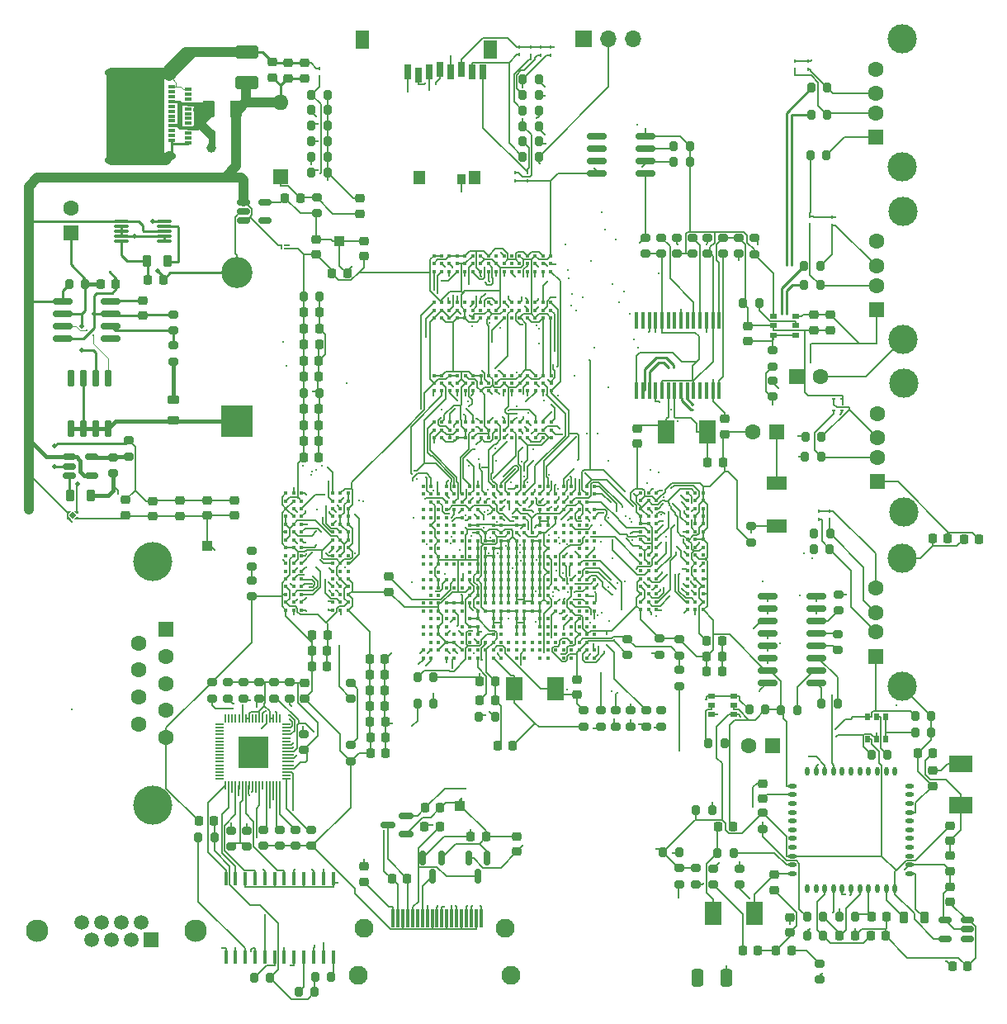
<source format=gtl>
%TF.GenerationSoftware,KiCad,Pcbnew,(6.99.0-1585-g9fcc641808)*%
%TF.CreationDate,2022-04-15T11:00:37+08:00*%
%TF.ProjectId,RaspberryPi,52617370-6265-4727-9279-50692e6b6963,rev?*%
%TF.SameCoordinates,Original*%
%TF.FileFunction,Copper,L1,Top*%
%TF.FilePolarity,Positive*%
%FSLAX46Y46*%
G04 Gerber Fmt 4.6, Leading zero omitted, Abs format (unit mm)*
G04 Created by KiCad (PCBNEW (6.99.0-1585-g9fcc641808)) date 2022-04-15 11:00:37*
%MOMM*%
%LPD*%
G01*
G04 APERTURE LIST*
G04 Aperture macros list*
%AMRoundRect*
0 Rectangle with rounded corners*
0 $1 Rounding radius*
0 $2 $3 $4 $5 $6 $7 $8 $9 X,Y pos of 4 corners*
0 Add a 4 corners polygon primitive as box body*
4,1,4,$2,$3,$4,$5,$6,$7,$8,$9,$2,$3,0*
0 Add four circle primitives for the rounded corners*
1,1,$1+$1,$2,$3*
1,1,$1+$1,$4,$5*
1,1,$1+$1,$6,$7*
1,1,$1+$1,$8,$9*
0 Add four rect primitives between the rounded corners*
20,1,$1+$1,$2,$3,$4,$5,0*
20,1,$1+$1,$4,$5,$6,$7,0*
20,1,$1+$1,$6,$7,$8,$9,0*
20,1,$1+$1,$8,$9,$2,$3,0*%
%AMRotRect*
0 Rectangle, with rotation*
0 The origin of the aperture is its center*
0 $1 length*
0 $2 width*
0 $3 Rotation angle, in degrees counterclockwise*
0 Add horizontal line*
21,1,$1,$2,0,0,$3*%
%AMFreePoly0*
4,1,6,0.250000,0.065000,0.005000,-0.185000,-0.175000,-0.185000,-0.175000,0.095000,0.250000,0.095000,0.250000,0.065000,0.250000,0.065000,$1*%
%AMFreePoly1*
4,1,6,0.250000,-0.065000,0.250000,-0.095000,-0.175000,-0.095000,-0.175000,0.185000,0.005000,0.185000,0.250000,-0.065000,0.250000,-0.065000,$1*%
%AMFreePoly2*
4,1,6,0.175000,-0.095000,-0.250000,-0.095000,-0.250000,-0.065000,-0.005000,0.185000,0.175000,0.185000,0.175000,-0.095000,0.175000,-0.095000,$1*%
%AMFreePoly3*
4,1,6,0.175000,-0.185000,-0.005000,-0.185000,-0.250000,0.065000,-0.250000,0.095000,0.175000,0.095000,0.175000,-0.185000,0.175000,-0.185000,$1*%
G04 Aperture macros list end*
%TA.AperFunction,ComponentPad*%
%ADD10R,1.600000X1.600000*%
%TD*%
%TA.AperFunction,ComponentPad*%
%ADD11C,1.600000*%
%TD*%
%TA.AperFunction,SMDPad,CuDef*%
%ADD12RoundRect,0.200000X0.275000X-0.200000X0.275000X0.200000X-0.275000X0.200000X-0.275000X-0.200000X0*%
%TD*%
%TA.AperFunction,SMDPad,CuDef*%
%ADD13RoundRect,0.003400X0.416600X0.081600X-0.416600X0.081600X-0.416600X-0.081600X0.416600X-0.081600X0*%
%TD*%
%TA.AperFunction,SMDPad,CuDef*%
%ADD14RoundRect,0.003400X0.081600X-0.416600X0.081600X0.416600X-0.081600X0.416600X-0.081600X-0.416600X0*%
%TD*%
%TA.AperFunction,SMDPad,CuDef*%
%ADD15R,3.140000X3.250000*%
%TD*%
%TA.AperFunction,SMDPad,CuDef*%
%ADD16RoundRect,0.200000X0.200000X0.275000X-0.200000X0.275000X-0.200000X-0.275000X0.200000X-0.275000X0*%
%TD*%
%TA.AperFunction,SMDPad,CuDef*%
%ADD17R,0.250000X0.360000*%
%TD*%
%TA.AperFunction,SMDPad,CuDef*%
%ADD18C,0.400000*%
%TD*%
%TA.AperFunction,SMDPad,CuDef*%
%ADD19RoundRect,0.200000X-0.200000X-0.275000X0.200000X-0.275000X0.200000X0.275000X-0.200000X0.275000X0*%
%TD*%
%TA.AperFunction,SMDPad,CuDef*%
%ADD20RoundRect,0.225000X-0.225000X-0.250000X0.225000X-0.250000X0.225000X0.250000X-0.225000X0.250000X0*%
%TD*%
%TA.AperFunction,SMDPad,CuDef*%
%ADD21R,1.800000X2.400000*%
%TD*%
%TA.AperFunction,SMDPad,CuDef*%
%ADD22RoundRect,0.150000X0.825000X0.150000X-0.825000X0.150000X-0.825000X-0.150000X0.825000X-0.150000X0*%
%TD*%
%TA.AperFunction,SMDPad,CuDef*%
%ADD23RoundRect,0.150000X-0.825000X-0.150000X0.825000X-0.150000X0.825000X0.150000X-0.825000X0.150000X0*%
%TD*%
%TA.AperFunction,SMDPad,CuDef*%
%ADD24R,0.700000X0.510000*%
%TD*%
%TA.AperFunction,SMDPad,CuDef*%
%ADD25R,0.510000X0.700000*%
%TD*%
%TA.AperFunction,SMDPad,CuDef*%
%ADD26R,0.380000X1.350000*%
%TD*%
%TA.AperFunction,SMDPad,CuDef*%
%ADD27R,0.450000X1.750000*%
%TD*%
%TA.AperFunction,SMDPad,CuDef*%
%ADD28R,1.000000X1.000000*%
%TD*%
%TA.AperFunction,SMDPad,CuDef*%
%ADD29RoundRect,0.200000X-0.275000X0.200000X-0.275000X-0.200000X0.275000X-0.200000X0.275000X0.200000X0*%
%TD*%
%TA.AperFunction,SMDPad,CuDef*%
%ADD30RoundRect,0.225000X0.250000X-0.225000X0.250000X0.225000X-0.250000X0.225000X-0.250000X-0.225000X0*%
%TD*%
%TA.AperFunction,SMDPad,CuDef*%
%ADD31RoundRect,0.225000X0.225000X0.250000X-0.225000X0.250000X-0.225000X-0.250000X0.225000X-0.250000X0*%
%TD*%
%TA.AperFunction,SMDPad,CuDef*%
%ADD32RoundRect,0.225000X-0.250000X0.225000X-0.250000X-0.225000X0.250000X-0.225000X0.250000X0.225000X0*%
%TD*%
%TA.AperFunction,ComponentPad*%
%ADD33C,4.000000*%
%TD*%
%TA.AperFunction,ComponentPad*%
%ADD34C,3.000000*%
%TD*%
%TA.AperFunction,ComponentPad*%
%ADD35R,1.500000X1.600000*%
%TD*%
%TA.AperFunction,ComponentPad*%
%ADD36R,1.500000X1.500000*%
%TD*%
%TA.AperFunction,ComponentPad*%
%ADD37C,1.500000*%
%TD*%
%TA.AperFunction,ComponentPad*%
%ADD38C,2.300000*%
%TD*%
%TA.AperFunction,SMDPad,CuDef*%
%ADD39R,0.800000X1.500000*%
%TD*%
%TA.AperFunction,SMDPad,CuDef*%
%ADD40R,1.400000X1.900000*%
%TD*%
%TA.AperFunction,SMDPad,CuDef*%
%ADD41R,1.300000X1.400000*%
%TD*%
%TA.AperFunction,SMDPad,CuDef*%
%ADD42R,0.950000X1.000000*%
%TD*%
%TA.AperFunction,ComponentPad*%
%ADD43R,1.700000X1.700000*%
%TD*%
%TA.AperFunction,ComponentPad*%
%ADD44O,1.700000X1.700000*%
%TD*%
%TA.AperFunction,SMDPad,CuDef*%
%ADD45R,2.100000X1.400000*%
%TD*%
%TA.AperFunction,SMDPad,CuDef*%
%ADD46R,0.360000X0.250000*%
%TD*%
%TA.AperFunction,SMDPad,CuDef*%
%ADD47C,1.000000*%
%TD*%
%TA.AperFunction,SMDPad,CuDef*%
%ADD48RoundRect,0.150000X-0.150000X0.725000X-0.150000X-0.725000X0.150000X-0.725000X0.150000X0.725000X0*%
%TD*%
%TA.AperFunction,SMDPad,CuDef*%
%ADD49RoundRect,0.250000X0.350000X0.650000X-0.350000X0.650000X-0.350000X-0.650000X0.350000X-0.650000X0*%
%TD*%
%TA.AperFunction,ComponentPad*%
%ADD50R,3.200000X3.200000*%
%TD*%
%TA.AperFunction,ComponentPad*%
%ADD51O,3.200000X3.200000*%
%TD*%
%TA.AperFunction,SMDPad,CuDef*%
%ADD52RoundRect,0.150000X-0.512500X-0.150000X0.512500X-0.150000X0.512500X0.150000X-0.512500X0.150000X0*%
%TD*%
%TA.AperFunction,SMDPad,CuDef*%
%ADD53RoundRect,0.218750X0.218750X0.381250X-0.218750X0.381250X-0.218750X-0.381250X0.218750X-0.381250X0*%
%TD*%
%TA.AperFunction,ComponentPad*%
%ADD54O,1.600000X1.600000*%
%TD*%
%TA.AperFunction,SMDPad,CuDef*%
%ADD55RoundRect,0.150000X-0.150000X0.587500X-0.150000X-0.587500X0.150000X-0.587500X0.150000X0.587500X0*%
%TD*%
%TA.AperFunction,SMDPad,CuDef*%
%ADD56R,0.700000X0.300000*%
%TD*%
%TA.AperFunction,ComponentPad*%
%ADD57O,1.400000X0.800000*%
%TD*%
%TA.AperFunction,SMDPad,CuDef*%
%ADD58RoundRect,0.075000X-0.650000X-0.075000X0.650000X-0.075000X0.650000X0.075000X-0.650000X0.075000X0*%
%TD*%
%TA.AperFunction,SMDPad,CuDef*%
%ADD59R,0.300000X1.900000*%
%TD*%
%TA.AperFunction,ComponentPad*%
%ADD60C,1.950000*%
%TD*%
%TA.AperFunction,SMDPad,CuDef*%
%ADD61RoundRect,0.250000X0.925000X-0.412500X0.925000X0.412500X-0.925000X0.412500X-0.925000X-0.412500X0*%
%TD*%
%TA.AperFunction,SMDPad,CuDef*%
%ADD62RoundRect,0.150000X0.512500X0.150000X-0.512500X0.150000X-0.512500X-0.150000X0.512500X-0.150000X0*%
%TD*%
%TA.AperFunction,SMDPad,CuDef*%
%ADD63C,0.200000*%
%TD*%
%TA.AperFunction,SMDPad,CuDef*%
%ADD64RoundRect,0.250000X-0.375000X-0.625000X0.375000X-0.625000X0.375000X0.625000X-0.375000X0.625000X0*%
%TD*%
%TA.AperFunction,SMDPad,CuDef*%
%ADD65RoundRect,0.218750X-0.218750X-0.381250X0.218750X-0.381250X0.218750X0.381250X-0.218750X0.381250X0*%
%TD*%
%TA.AperFunction,SMDPad,CuDef*%
%ADD66RoundRect,0.218750X0.381250X-0.218750X0.381250X0.218750X-0.381250X0.218750X-0.381250X-0.218750X0*%
%TD*%
%TA.AperFunction,SMDPad,CuDef*%
%ADD67FreePoly0,180.000000*%
%TD*%
%TA.AperFunction,SMDPad,CuDef*%
%ADD68FreePoly1,180.000000*%
%TD*%
%TA.AperFunction,SMDPad,CuDef*%
%ADD69FreePoly2,180.000000*%
%TD*%
%TA.AperFunction,SMDPad,CuDef*%
%ADD70FreePoly3,180.000000*%
%TD*%
%TA.AperFunction,SMDPad,CuDef*%
%ADD71RotRect,0.480000X0.480000X135.000000*%
%TD*%
%TA.AperFunction,SMDPad,CuDef*%
%ADD72O,0.875000X0.500000*%
%TD*%
%TA.AperFunction,SMDPad,CuDef*%
%ADD73O,0.500000X0.875000*%
%TD*%
%TA.AperFunction,SMDPad,CuDef*%
%ADD74RoundRect,0.150000X0.587500X0.150000X-0.587500X0.150000X-0.587500X-0.150000X0.587500X-0.150000X0*%
%TD*%
%TA.AperFunction,SMDPad,CuDef*%
%ADD75R,2.400000X1.800000*%
%TD*%
%TA.AperFunction,ViaPad*%
%ADD76C,0.250000*%
%TD*%
%TA.AperFunction,ViaPad*%
%ADD77C,0.300000*%
%TD*%
%TA.AperFunction,ViaPad*%
%ADD78C,0.500000*%
%TD*%
%TA.AperFunction,Conductor*%
%ADD79C,0.250000*%
%TD*%
%TA.AperFunction,Conductor*%
%ADD80C,0.127000*%
%TD*%
%TA.AperFunction,Conductor*%
%ADD81C,0.101600*%
%TD*%
%TA.AperFunction,Conductor*%
%ADD82C,0.400000*%
%TD*%
%TA.AperFunction,Conductor*%
%ADD83C,0.154000*%
%TD*%
%TA.AperFunction,Conductor*%
%ADD84C,1.000000*%
%TD*%
G04 APERTURE END LIST*
D10*
%TO.P,C73,1*%
%TO.N,/HOST_PWR2*%
X158495112Y-123349999D03*
D11*
%TO.P,C73,2*%
%TO.N,GND*%
X155995113Y-123350000D03*
%TD*%
D12*
%TO.P,R70,1*%
%TO.N,/HOST_VBus*%
X158510000Y-87605000D03*
%TO.P,R70,2*%
%TO.N,Net-(U27-EN)*%
X158510000Y-85955000D03*
%TD*%
%TO.P,R71,2*%
%TO.N,Net-(U28-EN)*%
X158521450Y-82868550D03*
%TO.P,R71,1*%
%TO.N,/HOST_VBus*%
X158521450Y-84518550D03*
%TD*%
D10*
%TO.P,C74,1*%
%TO.N,/HOST_PWR1*%
X160944887Y-85549999D03*
D11*
%TO.P,C74,2*%
%TO.N,GND*%
X163444888Y-85550000D03*
%TD*%
D10*
%TO.P,C51,1*%
%TO.N,Net-(D12-K)*%
X158939999Y-91209999D03*
D11*
%TO.P,C51,2*%
%TO.N,GND*%
X156440000Y-91210000D03*
%TD*%
D10*
%TO.P,REF\u002A\u002A,1*%
%TO.N,Net-(Q1-S)*%
X86499999Y-70789999D03*
D11*
%TO.P,REF\u002A\u002A,2*%
%TO.N,GND*%
X86500000Y-68290000D03*
%TD*%
D13*
%TO.P,U20,18,RXD3*%
%TO.N,/PHY_RXD3*%
X108595000Y-126790000D03*
%TO.P,U20,19,RXC*%
%TO.N,/PHY_RXCLK*%
X108595000Y-126440000D03*
%TO.P,U20,20,INTB*%
%TO.N,/PHY_INT*%
X108595000Y-126090000D03*
%TO.P,U20,21,VDD33*%
%TO.N,+3V3*%
X108595000Y-125740000D03*
%TO.P,U20,22,TXC*%
%TO.N,/PHY_TXCLK*%
X108595000Y-125390000D03*
%TO.P,U20,23,TXD0*%
%TO.N,/PHY_TXD0*%
X108595000Y-125040000D03*
%TO.P,U20,24,TXD1*%
%TO.N,/PHY_TXD1*%
X108595000Y-124690000D03*
%TO.P,U20,25,PHY_TXD2*%
%TO.N,/PHY_TXD2*%
X108595000Y-124340000D03*
%TO.P,U20,26,PHY_TXD3*%
%TO.N,/PHY_TXD3*%
X108595000Y-123990000D03*
%TO.P,U20,27,PHY_TXEN*%
%TO.N,/PHY_TXEN*%
X108595000Y-123640000D03*
%TO.P,U20,28,VDD10*%
%TO.N,+1V0*%
X108595000Y-123290000D03*
%TO.P,U20,29,PHY_RST*%
%TO.N,/PHY_RST*%
X108595000Y-122940000D03*
%TO.P,U20,30,MAC_MDC*%
%TO.N,/MAC_MDC*%
X108595000Y-122590000D03*
%TO.P,U20,31,MAC_MDIO*%
%TO.N,/MAC_MDIO*%
X108595000Y-122240000D03*
%TO.P,U20,32,LED2_RXDLY*%
%TO.N,/LED2_RXDLY*%
X108595000Y-121890000D03*
%TO.P,U20,33,PHY_PMEB*%
%TO.N,/PHY_PMEB*%
X108595000Y-121540000D03*
%TO.P,U20,34,LED_AD0*%
%TO.N,/LED0*%
X108595000Y-121190000D03*
%TO.P,U20,52*%
%TO.N,N/C*%
X101725000Y-121190000D03*
%TO.P,U20,53*%
X101725000Y-121540000D03*
%TO.P,U20,54*%
X101725000Y-121890000D03*
%TO.P,U20,55*%
X101725000Y-122240000D03*
%TO.P,U20,56*%
X101725000Y-122590000D03*
%TO.P,U20,57*%
X101725000Y-122940000D03*
%TO.P,U20,58*%
X101725000Y-123290000D03*
%TO.P,U20,59*%
X101725000Y-123640000D03*
%TO.P,U20,60*%
X101725000Y-123990000D03*
%TO.P,U20,61*%
X101725000Y-124340000D03*
%TO.P,U20,62*%
X101725000Y-124690000D03*
%TO.P,U20,63*%
X101725000Y-125040000D03*
%TO.P,U20,64*%
X101725000Y-125390000D03*
%TO.P,U20,65*%
X101725000Y-125740000D03*
%TO.P,U20,66*%
X101725000Y-126090000D03*
%TO.P,U20,67*%
X101725000Y-126440000D03*
%TO.P,U20,68*%
X101725000Y-126790000D03*
D14*
%TO.P,U20,1,MDI0+*%
%TO.N,/MDI0+*%
X102360000Y-127425000D03*
%TO.P,U20,2,MDI0-*%
%TO.N,/MDI0-*%
X102710000Y-127425000D03*
%TO.P,U20,3,VDD10*%
%TO.N,+1V0*%
X103060000Y-127425000D03*
%TO.P,U20,4,MDI1+*%
%TO.N,/MDI1+*%
X103410000Y-127425000D03*
%TO.P,U20,5,MDI1-*%
%TO.N,/MDI1-*%
X103760000Y-127425000D03*
%TO.P,U20,6,VDD33*%
%TO.N,+3V3*%
X104110000Y-127425000D03*
%TO.P,U20,7,MDI2+*%
%TO.N,/MDI2+*%
X104460000Y-127425000D03*
%TO.P,U20,8,MDI2-*%
%TO.N,/MDI2-*%
X104810000Y-127425000D03*
%TO.P,U20,9,VDD10*%
%TO.N,+1V0*%
X105160000Y-127425000D03*
%TO.P,U20,10,MDI3+*%
%TO.N,/MDI3+*%
X105510000Y-127425000D03*
%TO.P,U20,11,MDI3-*%
%TO.N,/MDI3-*%
X105860000Y-127425000D03*
%TO.P,U20,12*%
%TO.N,N/C*%
X106210000Y-127425000D03*
%TO.P,U20,13,RXCTL*%
%TO.N,/PHY_RXDV*%
X106560000Y-127425000D03*
%TO.P,U20,14,RXD0*%
%TO.N,/PHY_RXD0*%
X106910000Y-127425000D03*
%TO.P,U20,15,VDD33*%
%TO.N,+3V3*%
X107260000Y-127425000D03*
%TO.P,U20,16,RXD1*%
%TO.N,/PHY_RXD1*%
X107610000Y-127425000D03*
%TO.P,U20,17,RXD2*%
%TO.N,/PHY_RXD2*%
X107960000Y-127425000D03*
%TO.P,U20,35,LED_AD1*%
%TO.N,/LED1*%
X107960000Y-120555000D03*
%TO.P,U20,36,VDD10*%
%TO.N,+1V0*%
X107610000Y-120555000D03*
%TO.P,U20,37,VDD33*%
%TO.N,+3V3*%
X107260000Y-120555000D03*
%TO.P,U20,38,ENSWREG*%
X106910000Y-120555000D03*
%TO.P,U20,39,RSET*%
%TO.N,/RSET*%
X106560000Y-120555000D03*
%TO.P,U20,40,VDD10*%
%TO.N,+1V0*%
X106210000Y-120555000D03*
%TO.P,U20,41,VDD33*%
%TO.N,+3V3*%
X105860000Y-120555000D03*
%TO.P,U20,42,CKXTAL1*%
%TO.N,/PHY_XTAL1*%
X105510000Y-120555000D03*
%TO.P,U20,43,PHY_XTAL2*%
%TO.N,/PHY_XTAL2*%
X105160000Y-120555000D03*
%TO.P,U20,44,VDD33*%
%TO.N,+3V3*%
X104810000Y-120555000D03*
%TO.P,U20,45,VDD33*%
X104460000Y-120555000D03*
%TO.P,U20,46,CLK125*%
%TO.N,/PHY_CLKOUT125*%
X104110000Y-120555000D03*
%TO.P,U20,47*%
%TO.N,N/C*%
X103760000Y-120555000D03*
%TO.P,U20,48,REGOUT*%
%TO.N,/REGOUT*%
X103410000Y-120555000D03*
%TO.P,U20,49*%
%TO.N,N/C*%
X103060000Y-120555000D03*
%TO.P,U20,50*%
X102710000Y-120555000D03*
%TO.P,U20,51*%
X102360000Y-120555000D03*
D15*
%TO.P,U20,69*%
X105219999Y-124024999D03*
%TD*%
D16*
%TO.P,R60,1*%
%TO.N,/OTG_VBus*%
X130025000Y-120455000D03*
%TO.P,R60,2*%
%TO.N,Net-(U24-EN)*%
X128375000Y-120455000D03*
%TD*%
D17*
%TO.P,D14,1,A1*%
%TO.N,GND*%
X162099999Y-53222499D03*
%TO.P,D14,2,A2*%
%TO.N,Net-(D14-A2)*%
X162099999Y-54062499D03*
%TD*%
D18*
%TO.P,U3,A1,VDDQ*%
%TO.N,/DDRPWR*%
X144970000Y-97450000D03*
%TO.P,U3,A2,DQ13*%
%TO.N,/D21*%
X145770000Y-97450000D03*
%TO.P,U3,A3,DQ15*%
%TO.N,/D23*%
X146570000Y-97450000D03*
%TO.P,U3,A7,DQ12*%
%TO.N,/D20*%
X149770000Y-97450000D03*
%TO.P,U3,A8,VDDQ*%
%TO.N,/DDRPWR*%
X150570000Y-97450000D03*
%TO.P,U3,A9,VSS*%
%TO.N,GND*%
X151370000Y-97450000D03*
%TO.P,U3,B1,VSSQ*%
X144970000Y-98250000D03*
%TO.P,U3,B2,VDD*%
%TO.N,/DDRPWR*%
X145770000Y-98250000D03*
%TO.P,U3,B3,VSS*%
%TO.N,GND*%
X146570000Y-98250000D03*
%TO.P,U3,B7,~{UDQS}*%
%TO.N,/DQS2M*%
X149770000Y-98250000D03*
%TO.P,U3,B8,DQ14*%
%TO.N,/D22*%
X150570000Y-98250000D03*
%TO.P,U3,B9,VSSQ*%
%TO.N,GND*%
X151370000Y-98250000D03*
%TO.P,U3,C1,VDDQ*%
%TO.N,/DDRPWR*%
X144970000Y-99050000D03*
%TO.P,U3,C2,DQ11*%
%TO.N,/D19*%
X145770000Y-99050000D03*
%TO.P,U3,C3,DQ9*%
%TO.N,/D17*%
X146570000Y-99050000D03*
%TO.P,U3,C7,UDQS*%
%TO.N,/DQS2P*%
X149770000Y-99050000D03*
%TO.P,U3,C8,DQ10*%
%TO.N,/D18*%
X150570000Y-99050000D03*
%TO.P,U3,C9,VDDQ*%
%TO.N,/DDRPWR*%
X151370000Y-99050000D03*
%TO.P,U3,D1,VSSQ*%
%TO.N,GND*%
X144970000Y-99850000D03*
%TO.P,U3,D2,VDDQ*%
%TO.N,/DDRPWR*%
X145770000Y-99850000D03*
%TO.P,U3,D3,UDM*%
%TO.N,/DM2*%
X146570000Y-99850000D03*
%TO.P,U3,D7,DQ8*%
%TO.N,/D16*%
X149770000Y-99850000D03*
%TO.P,U3,D8,VSSQ*%
%TO.N,GND*%
X150570000Y-99850000D03*
%TO.P,U3,D9,VDD*%
%TO.N,/DDRPWR*%
X151370000Y-99850000D03*
%TO.P,U3,E1,VSS*%
%TO.N,GND*%
X144970000Y-100650000D03*
%TO.P,U3,E2,VSSQ*%
X145770000Y-100650000D03*
%TO.P,U3,E3,DQ0*%
%TO.N,/D0*%
X146570000Y-100650000D03*
%TO.P,U3,E7,LDM*%
%TO.N,/DM0*%
X149770000Y-100650000D03*
%TO.P,U3,E8,VSSQ*%
%TO.N,GND*%
X150570000Y-100650000D03*
%TO.P,U3,E9,VDDQ*%
%TO.N,/DDRPWR*%
X151370000Y-100650000D03*
%TO.P,U3,F1,VDDQ*%
X144970000Y-101450000D03*
%TO.P,U3,F2,DQ2*%
%TO.N,/D2*%
X145770000Y-101450000D03*
%TO.P,U3,F3,LDQS*%
%TO.N,/DQS0P*%
X146570000Y-101450000D03*
%TO.P,U3,F7,DQ1*%
%TO.N,/D1*%
X149770000Y-101450000D03*
%TO.P,U3,F8,DQ3*%
%TO.N,/D3*%
X150570000Y-101450000D03*
%TO.P,U3,F9,VSSQ*%
%TO.N,GND*%
X151370000Y-101450000D03*
%TO.P,U3,G1,VSSQ*%
X144970000Y-102250000D03*
%TO.P,U3,G2,DQ6*%
%TO.N,/D6*%
X145770000Y-102250000D03*
%TO.P,U3,G3,~{LDQS}*%
%TO.N,/DQS0M*%
X146570000Y-102250000D03*
%TO.P,U3,G7,VDD*%
%TO.N,/DDRPWR*%
X149770000Y-102250000D03*
%TO.P,U3,G8,VSS*%
%TO.N,GND*%
X150570000Y-102250000D03*
%TO.P,U3,G9,VSSQ*%
X151370000Y-102250000D03*
%TO.P,U3,H1,VREFDQ*%
%TO.N,/DDRPWR*%
X144970000Y-103050000D03*
%TO.P,U3,H2,VDDQ*%
X145770000Y-103050000D03*
%TO.P,U3,H3,DQ4*%
%TO.N,/D4*%
X146570000Y-103050000D03*
%TO.P,U3,H7,DQ7*%
%TO.N,/D7*%
X149770000Y-103050000D03*
%TO.P,U3,H8,DQ5*%
%TO.N,/D5*%
X150570000Y-103050000D03*
%TO.P,U3,H9,VDDQ*%
%TO.N,/DDRPWR*%
X151370000Y-103050000D03*
%TO.P,U3,J1,NC*%
%TO.N,N/C*%
X144970000Y-103850000D03*
%TO.P,U3,J2,VSS*%
%TO.N,GND*%
X145770000Y-103850000D03*
%TO.P,U3,J3,~{RAS}*%
%TO.N,/RASN*%
X146570000Y-103850000D03*
%TO.P,U3,J7,CK*%
%TO.N,/CLK*%
X149770000Y-103850000D03*
%TO.P,U3,J8,VSS*%
%TO.N,GND*%
X150570000Y-103850000D03*
%TO.P,U3,J9,NC*%
%TO.N,N/C*%
X151370000Y-103850000D03*
%TO.P,U3,K1,ODT*%
%TO.N,/ODT0*%
X144970000Y-104650000D03*
%TO.P,U3,K2,VDD*%
%TO.N,/DDRPWR*%
X145770000Y-104650000D03*
%TO.P,U3,K3,~{CAS}*%
%TO.N,/CASN*%
X146570000Y-104650000D03*
%TO.P,U3,K7,~{CK}*%
%TO.N,/CLKN*%
X149770000Y-104650000D03*
%TO.P,U3,K8,VDD*%
%TO.N,/DDRPWR*%
X150570000Y-104650000D03*
%TO.P,U3,K9,CKE*%
%TO.N,/CKE0*%
X151370000Y-104650000D03*
%TO.P,U3,L1,NC*%
%TO.N,N/C*%
X144970000Y-105450000D03*
%TO.P,U3,L2,~{CS}*%
%TO.N,/CS0N*%
X145770000Y-105450000D03*
%TO.P,U3,L3,~{WE}*%
%TO.N,/WEN*%
X146570000Y-105450000D03*
%TO.P,U3,L7,A10/AP*%
%TO.N,/A10*%
X149770000Y-105450000D03*
%TO.P,U3,L8,ZQ*%
%TO.N,N/C*%
X150570000Y-105450000D03*
%TO.P,U3,L9,NC*%
X151370000Y-105450000D03*
%TO.P,U3,M1,VSS*%
%TO.N,GND*%
X144970000Y-106250000D03*
%TO.P,U3,M2,BA0*%
%TO.N,/BA0*%
X145770000Y-106250000D03*
%TO.P,U3,M3,BA2*%
%TO.N,/BA2*%
X146570000Y-106250000D03*
%TO.P,U3,M7,NC*%
%TO.N,N/C*%
X149770000Y-106250000D03*
%TO.P,U3,M8,VREFCA*%
%TO.N,/DDRPWR*%
X150570000Y-106250000D03*
%TO.P,U3,M9,VSS*%
%TO.N,GND*%
X151370000Y-106250000D03*
%TO.P,U3,N1,VDD*%
%TO.N,/DDRPWR*%
X144970000Y-107050000D03*
%TO.P,U3,N2,A3*%
%TO.N,/A3*%
X145770000Y-107050000D03*
%TO.P,U3,N3,A0*%
%TO.N,/A0*%
X146570000Y-107050000D03*
%TO.P,U3,N7,A12/~{BC}*%
%TO.N,/A12*%
X149770000Y-107050000D03*
%TO.P,U3,N8,BA1*%
%TO.N,/BA1*%
X150570000Y-107050000D03*
%TO.P,U3,N9,VDD*%
%TO.N,/DDRPWR*%
X151370000Y-107050000D03*
%TO.P,U3,P1,VSS*%
%TO.N,GND*%
X144970000Y-107850000D03*
%TO.P,U3,P2,A5*%
%TO.N,/A5*%
X145770000Y-107850000D03*
%TO.P,U3,P3,A2*%
%TO.N,/A2*%
X146570000Y-107850000D03*
%TO.P,U3,P7,A1*%
%TO.N,/A1*%
X149770000Y-107850000D03*
%TO.P,U3,P8,A4*%
%TO.N,/A4*%
X150570000Y-107850000D03*
%TO.P,U3,P9,VSS*%
%TO.N,GND*%
X151370000Y-107850000D03*
%TO.P,U3,R1,VDD*%
%TO.N,/DDRPWR*%
X144970000Y-108650000D03*
%TO.P,U3,R2,A7*%
%TO.N,/A7*%
X145770000Y-108650000D03*
%TO.P,U3,R3,A9*%
%TO.N,/A9*%
X146570000Y-108650000D03*
%TO.P,U3,R7,A11*%
%TO.N,/A11*%
X149770000Y-108650000D03*
%TO.P,U3,R8,A6*%
%TO.N,/A6*%
X150570000Y-108650000D03*
%TO.P,U3,R9,VDD*%
%TO.N,/DDRPWR*%
X151370000Y-108650000D03*
%TO.P,U3,T1,VSS*%
%TO.N,GND*%
X144970000Y-109450000D03*
%TO.P,U3,T2,~{RESET}*%
%TO.N,/DDR_RST*%
X145770000Y-109450000D03*
%TO.P,U3,T3,A13*%
%TO.N,/A13*%
X146570000Y-109450000D03*
%TO.P,U3,T7,A14*%
%TO.N,/A14*%
X149770000Y-109450000D03*
%TO.P,U3,T8,A8*%
%TO.N,/A8*%
X150570000Y-109450000D03*
%TO.P,U3,T9,VSS*%
%TO.N,GND*%
X151370000Y-109450000D03*
%TD*%
D19*
%TO.P,R9,1*%
%TO.N,/SDMMC_DET*%
X111175000Y-56640000D03*
%TO.P,R9,2*%
%TO.N,+3.3VP*%
X112825000Y-56640000D03*
%TD*%
%TO.P,R8,1*%
%TO.N,/SDMMC_CMD*%
X111175000Y-58230000D03*
%TO.P,R8,2*%
%TO.N,+3.3VP*%
X112825000Y-58230000D03*
%TD*%
%TO.P,R7,1*%
%TO.N,/SDMMC_D3*%
X111175000Y-59820000D03*
%TO.P,R7,2*%
%TO.N,+3.3VP*%
X112825000Y-59820000D03*
%TD*%
%TO.P,R4,1*%
%TO.N,/SDMMC_D1*%
X111175000Y-63020000D03*
%TO.P,R4,2*%
%TO.N,+3.3VP*%
X112825000Y-63020000D03*
%TD*%
%TO.P,R3,1*%
%TO.N,/SDMMC_D0*%
X111175000Y-64620000D03*
%TO.P,R3,2*%
%TO.N,+3.3VP*%
X112825000Y-64620000D03*
%TD*%
%TO.P,R5,1*%
%TO.N,/SDMMC_D2*%
X111185000Y-61430000D03*
%TO.P,R5,2*%
%TO.N,+3.3VP*%
X112835000Y-61430000D03*
%TD*%
D16*
%TO.P,R57,2*%
%TO.N,Net-(D8-A2)*%
X132855000Y-56640000D03*
%TO.P,R57,1*%
%TO.N,/SDMMC_CLK*%
X134505000Y-56640000D03*
%TD*%
D12*
%TO.P,R13,1*%
%TO.N,/SDIO0_D0*%
X157490000Y-131925000D03*
%TO.P,R13,2*%
%TO.N,+3V3*%
X157490000Y-130275000D03*
%TD*%
%TO.P,R15,1*%
%TO.N,/SDIO0_D1*%
X150620000Y-137575000D03*
%TO.P,R15,2*%
%TO.N,+3V3*%
X150620000Y-135925000D03*
%TD*%
%TO.P,R16,1*%
%TO.N,/SDIO0_D2*%
X148900000Y-137575000D03*
%TO.P,R16,2*%
%TO.N,+3V3*%
X148900000Y-135925000D03*
%TD*%
D16*
%TO.P,R18,1*%
%TO.N,/SDIO0_CMD*%
X152270000Y-129980000D03*
%TO.P,R18,2*%
%TO.N,+3V3*%
X150620000Y-129980000D03*
%TD*%
%TO.P,R17,1*%
%TO.N,/SDIO0_D3*%
X148895000Y-134330000D03*
%TO.P,R17,2*%
%TO.N,+3V3*%
X147245000Y-134330000D03*
%TD*%
D20*
%TO.P,C21,1*%
%TO.N,GND*%
X110425000Y-80610000D03*
%TO.P,C21,2*%
%TO.N,+3V3*%
X111975000Y-80610000D03*
%TD*%
D21*
%TO.P,Y3,1*%
%TO.N,/XOU*%
X151799999Y-91247499D03*
%TO.P,Y3,2*%
%TO.N,/XIN*%
X147599999Y-91247499D03*
%TD*%
D22*
%TO.P,U31,1,C1+*%
%TO.N,Net-(U31-C1+)*%
X162945000Y-116915000D03*
%TO.P,U31,2,VS+*%
%TO.N,Net-(U31-VS+)*%
X162945000Y-115645000D03*
%TO.P,U31,3,C1-*%
%TO.N,Net-(U31-C1-)*%
X162945000Y-114375000D03*
%TO.P,U31,4,C2+*%
%TO.N,Net-(U31-C2+)*%
X162945000Y-113105000D03*
%TO.P,U31,5,C2-*%
%TO.N,Net-(U31-C2-)*%
X162945000Y-111835000D03*
%TO.P,U31,6,VS-*%
%TO.N,Net-(U31-VS-)*%
X162945000Y-110565000D03*
%TO.P,U31,7,T2OUT*%
%TO.N,Net-(U31-T2OUT)*%
X162945000Y-109295000D03*
%TO.P,U31,8,R2IN*%
%TO.N,Net-(U31-R2IN)*%
X162945000Y-108025000D03*
%TO.P,U31,9,R2OUT*%
%TO.N,/UART1_CTS*%
X157995000Y-108025000D03*
%TO.P,U31,10,T2IN*%
%TO.N,/UART1_RTS*%
X157995000Y-109295000D03*
%TO.P,U31,11,T1IN*%
%TO.N,/UART1_TX*%
X157995000Y-110565000D03*
%TO.P,U31,12,R1OUT*%
%TO.N,/UART1_RX*%
X157995000Y-111835000D03*
%TO.P,U31,13,R1IN*%
%TO.N,Net-(U31-R1IN)*%
X157995000Y-113105000D03*
%TO.P,U31,14,T1OUT*%
%TO.N,Net-(U31-T1OUT)*%
X157995000Y-114375000D03*
%TO.P,U31,15,GND*%
%TO.N,GND*%
X157995000Y-115645000D03*
%TO.P,U31,16,VCC*%
%TO.N,+3V3*%
X157995000Y-116915000D03*
%TD*%
D23*
%TO.P,U30,8,VCC*%
%TO.N,+3V3*%
X145440000Y-60920000D03*
%TO.P,U30,7,WP*%
%TO.N,Net-(U30-WP)*%
X145440000Y-62190000D03*
%TO.P,U30,6,SCL*%
%TO.N,/I2C2_SCL*%
X145440000Y-63460000D03*
%TO.P,U30,5,SDA*%
%TO.N,/I2C2_SDA*%
X145440000Y-64730000D03*
%TO.P,U30,4,GND*%
%TO.N,GND*%
X140490000Y-64730000D03*
%TO.P,U30,3*%
%TO.N,N/C*%
X140490000Y-63460000D03*
%TO.P,U30,2*%
X140490000Y-62190000D03*
%TO.P,U30,1*%
X140490000Y-60920000D03*
%TD*%
D24*
%TO.P,U28,6,OUT*%
%TO.N,/HOST_PWR1*%
X160899999Y-79379999D03*
%TO.P,U28,5,ILIM*%
%TO.N,Net-(U28-ILIM)*%
X160899999Y-80329999D03*
%TO.P,U28,4,FLAG*%
%TO.N,Net-(U28-EN)*%
X160899999Y-81279999D03*
%TO.P,U28,3,EN*%
X158579999Y-81279999D03*
%TO.P,U28,2,GND*%
%TO.N,GND*%
X158579999Y-80329999D03*
%TO.P,U28,1,IN*%
%TO.N,+3V3*%
X158579999Y-79379999D03*
%TD*%
D25*
%TO.P,U27,6,OUT*%
%TO.N,/HOST_PWR2*%
X168229999Y-120419999D03*
%TO.P,U27,5,ILIM*%
%TO.N,Net-(U27-ILIM)*%
X169179999Y-120419999D03*
%TO.P,U27,4,FLAG*%
%TO.N,Net-(U27-EN)*%
X170129999Y-120419999D03*
%TO.P,U27,3,EN*%
X170129999Y-122739999D03*
%TO.P,U27,2,GND*%
%TO.N,GND*%
X169179999Y-122739999D03*
%TO.P,U27,1,IN*%
%TO.N,+3V3*%
X168229999Y-122739999D03*
%TD*%
D26*
%TO.P,U25,24,TCT1*%
%TO.N,Net-(U25-TCT1)*%
X113409999Y-145039999D03*
%TO.P,U25,23,TD1+*%
%TO.N,Net-(U25-TD1+)*%
X112409999Y-145039999D03*
%TO.P,U25,22,TD1-*%
%TO.N,Net-(U25-TD1-)*%
X111409999Y-145039999D03*
%TO.P,U25,21,TCT2*%
%TO.N,Net-(U25-TCT2)*%
X110409999Y-145039999D03*
%TO.P,U25,20,TD2+*%
%TO.N,Net-(U25-TD2+)*%
X109409999Y-145039999D03*
%TO.P,U25,19,TD2-*%
%TO.N,Net-(U25-TD2-)*%
X108409999Y-145039999D03*
%TO.P,U25,18,TCT3*%
%TO.N,Net-(U25-TCT3)*%
X107409999Y-145039999D03*
%TO.P,U25,17,TD3+*%
%TO.N,Net-(U25-TD3+)*%
X106409999Y-145039999D03*
%TO.P,U25,16,TD3-*%
%TO.N,Net-(U25-TD3-)*%
X105409999Y-145039999D03*
%TO.P,U25,15,TCT4*%
%TO.N,Net-(U25-TCT4)*%
X104409999Y-145039999D03*
%TO.P,U25,14,TD4+*%
%TO.N,Net-(U25-TD4+)*%
X103409999Y-145039999D03*
%TO.P,U25,13,TD4-*%
%TO.N,Net-(U25-TD4-)*%
X102409999Y-145039999D03*
%TO.P,U25,12,TD4-*%
%TO.N,/MDI0+*%
X102409999Y-137039999D03*
%TO.P,U25,11,TD4+*%
%TO.N,/MDI0-*%
X103409999Y-137039999D03*
%TO.P,U25,10,TCT4*%
%TO.N,Net-(U25-TCT1)_1*%
X104409999Y-137039999D03*
%TO.P,U25,9,TD3-*%
%TO.N,/MDI1+*%
X105409999Y-137039999D03*
%TO.P,U25,8,TD3+*%
%TO.N,/MDI1-*%
X106409999Y-137039999D03*
%TO.P,U25,7,TCT3*%
%TO.N,Net-(U25-TCT1)_1*%
X107409999Y-137039999D03*
%TO.P,U25,6,TD2-*%
%TO.N,/MDI2+*%
X108409999Y-137039999D03*
%TO.P,U25,5,TD2+*%
%TO.N,/MDI2-*%
X109409999Y-137039999D03*
%TO.P,U25,4,TCT2*%
%TO.N,Net-(U25-TCT1)_1*%
X110409999Y-137039999D03*
%TO.P,U25,3,TD1-*%
%TO.N,/MDI3+*%
X111409999Y-137039999D03*
%TO.P,U25,2,TD1+*%
%TO.N,/MDI3-*%
X112409999Y-137039999D03*
%TO.P,U25,1,TCT1*%
%TO.N,Net-(U25-TCT1)_1*%
X113409999Y-137039999D03*
%TD*%
D27*
%TO.P,U21,28,DP1*%
%TO.N,/HUB_D1+*%
X144554999Y-79809999D03*
%TO.P,U21,27,DM1*%
%TO.N,/HUB_D1-*%
X145204999Y-79809999D03*
%TO.P,U21,26,DP0*%
%TO.N,/HOST1_D+*%
X145854999Y-79809999D03*
%TO.P,U21,25,DM0*%
%TO.N,/HOST1_D-*%
X146504999Y-79809999D03*
%TO.P,U21,24,V33*%
%TO.N,+3V3*%
X147154999Y-79809999D03*
%TO.P,U21,23,V5*%
%TO.N,unconnected-(U21-V5)*%
X147804999Y-79809999D03*
%TO.P,U21,22,PWREN1*%
%TO.N,unconnected-(U21-PWREN1)*%
X148454999Y-79809999D03*
%TO.P,U21,21,OVCUR1*%
%TO.N,Net-(U21-OVCUR1)*%
X149104999Y-79809999D03*
%TO.P,U21,20,PWREN2*%
%TO.N,unconnected-(U21-PWREN2)*%
X149754999Y-79809999D03*
%TO.P,U21,19,OVCUR2*%
%TO.N,Net-(U21-OVCUR2)*%
X150404999Y-79809999D03*
%TO.P,U21,18,PGANG*%
%TO.N,Net-(U21-PGANG)*%
X151054999Y-79809999D03*
%TO.P,U21,17,PSELF*%
%TO.N,Net-(U21-PSELF)*%
X151704999Y-79809999D03*
%TO.P,U21,16,DVDD*%
%TO.N,+3V3*%
X152354999Y-79809999D03*
%TO.P,U21,15,GND*%
%TO.N,GND*%
X153004999Y-79809999D03*
%TO.P,U21,14,TEST/SCL*%
%TO.N,Net-(U21-TEST/SCL)*%
X153004999Y-87009999D03*
%TO.P,U21,13,RESET#*%
%TO.N,Net-(U21-RESET#)*%
X152354999Y-87009999D03*
%TO.P,U21,12*%
%TO.N,N/C*%
X151704999Y-87009999D03*
%TO.P,U21,11*%
X151054999Y-87009999D03*
%TO.P,U21,10,AVDD3*%
%TO.N,+3V3*%
X150404999Y-87009999D03*
%TO.P,U21,9,DP3*%
%TO.N,/HUB_D3+*%
X149754999Y-87009999D03*
%TO.P,U21,8,DM3*%
%TO.N,/HUB_D3-*%
X149104999Y-87009999D03*
%TO.P,U21,7,XTAL2*%
%TO.N,/XOU*%
X148454999Y-87009999D03*
%TO.P,U21,6,XTAL*%
%TO.N,/XIN*%
X147804999Y-87009999D03*
%TO.P,U21,5,AVDD2*%
%TO.N,+3V3*%
X147154999Y-87009999D03*
%TO.P,U21,4,RREF*%
%TO.N,Net-(U21-RREF)*%
X146504999Y-87009999D03*
%TO.P,U21,3,DP2*%
%TO.N,/HUB_D2+*%
X145854999Y-87009999D03*
%TO.P,U21,2,DM2*%
%TO.N,/HUB_D2-*%
X145204999Y-87009999D03*
%TO.P,U21,1,AVDD1*%
%TO.N,+3V3*%
X144554999Y-87009999D03*
%TD*%
D28*
%TO.P,TP5,1,1*%
%TO.N,+3V3*%
X126389999Y-129579999D03*
%TD*%
%TO.P,TP4,1,1*%
%TO.N,+1V8*%
X114079999Y-71659999D03*
%TD*%
%TO.P,TP2,1,1*%
%TO.N,+1V0*%
X100499999Y-102869999D03*
%TD*%
D12*
%TO.P,R103,1*%
%TO.N,+3V3*%
X145480000Y-72965000D03*
%TO.P,R103,2*%
%TO.N,/I2C2_SDA*%
X145480000Y-71315000D03*
%TD*%
D16*
%TO.P,R102,1*%
%TO.N,+3V3*%
X149995001Y-63559995D03*
%TO.P,R102,2*%
%TO.N,/I2C2_SCL*%
X148345000Y-63560000D03*
%TD*%
%TO.P,R101,1*%
%TO.N,+3V3*%
X149999000Y-61880000D03*
%TO.P,R101,2*%
%TO.N,Net-(U30-WP)*%
X148349000Y-61880000D03*
%TD*%
%TO.P,R100,1*%
%TO.N,Net-(D18-A2)*%
X164375000Y-103250000D03*
%TO.P,R100,2*%
%TO.N,/HUB_USB_D1-*%
X162725000Y-103250000D03*
%TD*%
%TO.P,R99,1*%
%TO.N,Net-(D17-A2)*%
X164115000Y-58720000D03*
%TO.P,R99,2*%
%TO.N,/HUB_D2-*%
X162465000Y-58720000D03*
%TD*%
%TO.P,R98,1*%
%TO.N,Net-(D15-A2)*%
X164385000Y-101660000D03*
%TO.P,R98,2*%
%TO.N,/HUB_USB_D1+*%
X162735000Y-101660000D03*
%TD*%
%TO.P,R97,1*%
%TO.N,Net-(D16-A2)*%
X163385000Y-76170000D03*
%TO.P,R97,2*%
%TO.N,/HUB_D3-*%
X161735000Y-76170000D03*
%TD*%
%TO.P,R96,1*%
%TO.N,Net-(D14-A2)*%
X164115000Y-55950000D03*
%TO.P,R96,2*%
%TO.N,/HUB_D2+*%
X162465000Y-55950000D03*
%TD*%
%TO.P,R95,1*%
%TO.N,Net-(D13-A2)*%
X163375000Y-74170000D03*
%TO.P,R95,2*%
%TO.N,/HUB_D3+*%
X161725000Y-74170000D03*
%TD*%
D19*
%TO.P,R87,1*%
%TO.N,GND*%
X155450000Y-77980000D03*
%TO.P,R87,2*%
%TO.N,Net-(U28-ILIM)*%
X157100000Y-77980000D03*
%TD*%
%TO.P,R86,1*%
%TO.N,GND*%
X168625000Y-124290000D03*
%TO.P,R86,2*%
%TO.N,Net-(U27-ILIM)*%
X170275000Y-124290000D03*
%TD*%
D16*
%TO.P,R85,1*%
%TO.N,Net-(U26-MAC_TXEN)*%
X123695000Y-119070000D03*
%TO.P,R85,2*%
%TO.N,/PHY_TXEN*%
X122045000Y-119070000D03*
%TD*%
D29*
%TO.P,R84,1*%
%TO.N,Net-(U26-TXD3)*%
X140890000Y-119775000D03*
%TO.P,R84,2*%
%TO.N,/PHY_TXD3*%
X140890000Y-121425000D03*
%TD*%
%TO.P,R83,1*%
%TO.N,Net-(U26-MAC_TXD2)*%
X142440000Y-119790000D03*
%TO.P,R83,2*%
%TO.N,/PHY_TXD2*%
X142440000Y-121440000D03*
%TD*%
%TO.P,R82,1*%
%TO.N,Net-(U26-MAC_TXD1)*%
X143970000Y-119790000D03*
%TO.P,R82,2*%
%TO.N,/PHY_TXD1*%
X143970000Y-121440000D03*
%TD*%
%TO.P,R81,1*%
%TO.N,Net-(U26-MAC_TXD0)*%
X145540000Y-119780000D03*
%TO.P,R81,2*%
%TO.N,/PHY_TXD0*%
X145540000Y-121430000D03*
%TD*%
%TO.P,R80,1*%
%TO.N,Net-(U26-MAC_TXCLK)*%
X147080000Y-119780000D03*
%TO.P,R80,2*%
%TO.N,/PHY_TXCLK*%
X147080000Y-121430000D03*
%TD*%
D12*
%TO.P,R78,1*%
%TO.N,Net-(U26-MAC_CLK)*%
X115260000Y-118565000D03*
%TO.P,R78,2*%
%TO.N,/PHY_CLKOUT125*%
X115260000Y-116915000D03*
%TD*%
D16*
%TO.P,R68,1*%
%TO.N,Net-(C60-Pad2)*%
X101245000Y-132820000D03*
%TO.P,R68,2*%
%TO.N,Net-(U25-TCT4)*%
X99595000Y-132820000D03*
%TD*%
%TO.P,R67,2*%
%TO.N,Net-(U25-TCT3)*%
X105315000Y-147160000D03*
%TO.P,R67,1*%
%TO.N,Net-(C60-Pad2)*%
X106965000Y-147160000D03*
%TD*%
%TO.P,R66,1*%
%TO.N,Net-(C60-Pad2)*%
X111535000Y-148630000D03*
%TO.P,R66,2*%
%TO.N,Net-(U25-TCT2)*%
X109885000Y-148630000D03*
%TD*%
D19*
%TO.P,R65,1*%
%TO.N,Net-(C60-Pad2)*%
X111545000Y-147090000D03*
%TO.P,R65,2*%
%TO.N,Net-(U25-TCT1)*%
X113195000Y-147090000D03*
%TD*%
D20*
%TO.P,R64,1*%
%TO.N,/I2C5_SDA_HDMI*%
X122835000Y-129780000D03*
%TO.P,R64,2*%
%TO.N,+3V3*%
X124385000Y-129780000D03*
%TD*%
D30*
%TO.P,R63,1*%
%TO.N,/I2C5_SCL_HDMI*%
X132270000Y-134215000D03*
%TO.P,R63,2*%
%TO.N,+3V3*%
X132270000Y-132665000D03*
%TD*%
D20*
%TO.P,R62,1*%
%TO.N,/HDMICEC*%
X127545000Y-132730000D03*
%TO.P,R62,2*%
%TO.N,+3V3*%
X129095000Y-132730000D03*
%TD*%
D16*
%TO.P,R61,1*%
%TO.N,GND*%
X153555000Y-123160000D03*
%TO.P,R61,2*%
%TO.N,Net-(U24-ILIM)*%
X151905000Y-123160000D03*
%TD*%
%TO.P,R59,1*%
%TO.N,/SDMMC_D2*%
X134505000Y-59860000D03*
%TO.P,R59,2*%
%TO.N,Net-(D11-A2)*%
X132855000Y-59860000D03*
%TD*%
%TO.P,R58,1*%
%TO.N,/SDMMC_D3*%
X134495000Y-58260000D03*
%TO.P,R58,2*%
%TO.N,Net-(D10-A2)*%
X132845000Y-58260000D03*
%TD*%
%TO.P,R56,1*%
%TO.N,/SDMMC_D0*%
X134515000Y-62990000D03*
%TO.P,R56,2*%
%TO.N,Net-(D6-A2)*%
X132865000Y-62990000D03*
%TD*%
%TO.P,R55,1*%
%TO.N,/SDMMC_CMD*%
X134515000Y-55060000D03*
%TO.P,R55,2*%
%TO.N,Net-(D9-A2)*%
X132865000Y-55060000D03*
%TD*%
%TO.P,R54,1*%
%TO.N,Net-(D5-A2)*%
X163485000Y-93740000D03*
%TO.P,R54,2*%
%TO.N,/OTG_D-*%
X161835000Y-93740000D03*
%TD*%
%TO.P,R53,1*%
%TO.N,Net-(D7-A2)*%
X163495000Y-91750000D03*
%TO.P,R53,2*%
%TO.N,/OTG_D+*%
X161845000Y-91750000D03*
%TD*%
%TO.P,R52,2*%
%TO.N,Net-(D4-A2)*%
X132865000Y-61430000D03*
%TO.P,R52,1*%
%TO.N,/SDMMC_D1*%
X134515000Y-61430000D03*
%TD*%
D29*
%TO.P,R51,1*%
%TO.N,GND*%
X148950000Y-112485000D03*
%TO.P,R51,2*%
%TO.N,/OTG_DET*%
X148950000Y-114135000D03*
%TD*%
%TO.P,R50,1*%
%TO.N,/OTG_DET*%
X148960000Y-115625000D03*
%TO.P,R50,2*%
%TO.N,+5V*%
X148960002Y-117275000D03*
%TD*%
D12*
%TO.P,R49,2*%
%TO.N,/PHY_PMEB*%
X110430003Y-122165002D03*
%TO.P,R49,1*%
%TO.N,+3V3*%
X110430000Y-123815000D03*
%TD*%
%TO.P,R48,1*%
%TO.N,/MAC_MDIO*%
X108940000Y-118545000D03*
%TO.P,R48,2*%
%TO.N,+3V3*%
X108940000Y-116895000D03*
%TD*%
%TO.P,R47,1*%
%TO.N,/PHY_TXD3*%
X107370000Y-118545000D03*
%TO.P,R47,2*%
%TO.N,+3V3*%
X107370000Y-116895000D03*
%TD*%
%TO.P,R46,1*%
%TO.N,/PHY_TXD2*%
X105790000Y-118545000D03*
%TO.P,R46,2*%
%TO.N,+3V3*%
X105790000Y-116895000D03*
%TD*%
%TO.P,R45,1*%
%TO.N,/PHY_TXD1*%
X104200000Y-118555000D03*
%TO.P,R45,2*%
%TO.N,+3V3*%
X104200000Y-116905000D03*
%TD*%
%TO.P,R44,1*%
%TO.N,/PHY_TXD0*%
X102590000Y-118555000D03*
%TO.P,R44,2*%
%TO.N,+3V3*%
X102590000Y-116905000D03*
%TD*%
%TO.P,R43,1*%
%TO.N,/RSET*%
X100980000Y-118525000D03*
%TO.P,R43,2*%
%TO.N,GND*%
X100980000Y-116875000D03*
%TD*%
%TO.P,R42,1*%
%TO.N,+3V3*%
X147100000Y-72965000D03*
%TO.P,R42,2*%
%TO.N,Net-(U21-OVCUR2)*%
X147100000Y-71315000D03*
%TD*%
%TO.P,R41,1*%
%TO.N,+3V3*%
X148680000Y-72965000D03*
%TO.P,R41,2*%
%TO.N,Net-(U21-OVCUR1)*%
X148680000Y-71315000D03*
%TD*%
%TO.P,R40,1*%
%TO.N,+3V3*%
X150270000Y-72955000D03*
%TO.P,R40,2*%
%TO.N,Net-(U21-PGANG)*%
X150270000Y-71305000D03*
%TD*%
%TO.P,R39,2*%
%TO.N,Net-(U21-PSELF)*%
X151840000Y-71315000D03*
%TO.P,R39,1*%
%TO.N,+3V3*%
X151840000Y-72965000D03*
%TD*%
D29*
%TO.P,R38,1*%
%TO.N,GND*%
X153420000Y-71315000D03*
%TO.P,R38,2*%
%TO.N,Net-(U21-TEST/SCL)*%
X153420000Y-72965000D03*
%TD*%
%TO.P,R37,1*%
%TO.N,GND*%
X155000000Y-71315000D03*
%TO.P,R37,2*%
%TO.N,Net-(U21-RREF)*%
X155000000Y-72965000D03*
%TD*%
%TO.P,R36,1*%
%TO.N,GND*%
X111720000Y-67165000D03*
%TO.P,R36,2*%
%TO.N,+1V8*%
X111720000Y-68815000D03*
%TD*%
D12*
%TO.P,R35,1*%
%TO.N,+3V3*%
X104570000Y-133735000D03*
%TO.P,R35,2*%
%TO.N,/PHY_INT*%
X104570000Y-132085000D03*
%TD*%
D29*
%TO.P,R34,1*%
%TO.N,Net-(U21-RESET#)*%
X156590000Y-71345000D03*
%TO.P,R34,2*%
%TO.N,+3V3*%
X156590000Y-72995000D03*
%TD*%
D12*
%TO.P,R33,1*%
%TO.N,GND*%
X111130000Y-133665000D03*
%TO.P,R33,2*%
%TO.N,/PHY_RXD3*%
X111130000Y-132015000D03*
%TD*%
%TO.P,R32,1*%
%TO.N,GND*%
X109520000Y-133665000D03*
%TO.P,R32,2*%
%TO.N,/PHY_RXD2*%
X109520000Y-132015000D03*
%TD*%
%TO.P,R31,1*%
%TO.N,GND*%
X107910000Y-133665000D03*
%TO.P,R31,2*%
%TO.N,/PHY_RXD1*%
X107910000Y-132015000D03*
%TD*%
%TO.P,R30,1*%
%TO.N,+3V3*%
X102950000Y-133745000D03*
%TO.P,R30,2*%
%TO.N,/PHY_RXD0*%
X102950010Y-132095011D03*
%TD*%
%TO.P,R29,1*%
%TO.N,GND*%
X106260000Y-133665000D03*
%TO.P,R29,2*%
%TO.N,/PHY_RXDV*%
X106260000Y-132015000D03*
%TD*%
D29*
%TO.P,R28,1*%
%TO.N,Net-(U17-OSC_24M_OUT)*%
X139140000Y-119785000D03*
%TO.P,R28,2*%
%TO.N,Net-(U17-OSC_24M_IN)*%
X139140000Y-121435000D03*
%TD*%
D12*
%TO.P,R27,2*%
%TO.N,/RETEN*%
X105060000Y-103375000D03*
%TO.P,R27,1*%
%TO.N,Net-(U16-RETEN_IN)*%
X105060000Y-105025000D03*
%TD*%
%TO.P,R26,1*%
%TO.N,GND*%
X105060000Y-108105000D03*
%TO.P,R26,2*%
%TO.N,Net-(U16-RETEN_IN)*%
X105060000Y-106455000D03*
%TD*%
D20*
%TO.P,R23,2*%
%TO.N,/VREF_DDR*%
X153295000Y-114220000D03*
%TO.P,R23,1*%
%TO.N,GND*%
X151745000Y-114220000D03*
%TD*%
D31*
%TO.P,R22,1*%
%TO.N,/VREF_DDR*%
X153290000Y-112640000D03*
%TO.P,R22,2*%
%TO.N,/DDRPWR*%
X151740000Y-112640000D03*
%TD*%
D32*
%TO.P,R14,1*%
%TO.N,Net-(U11-HDMI_RBIAS)*%
X119130000Y-106055000D03*
%TO.P,R14,2*%
%TO.N,GND*%
X119130000Y-107605000D03*
%TD*%
D12*
%TO.P,R11,2*%
%TO.N,GND*%
X146910000Y-112415000D03*
%TO.P,R11,1*%
%TO.N,Net-(U2-USB_RBIAS)*%
X146909993Y-114064999D03*
%TD*%
D16*
%TO.P,R10,1*%
%TO.N,/RECOVER*%
X123705000Y-116380000D03*
%TO.P,R10,2*%
%TO.N,+1V8*%
X122055000Y-116380000D03*
%TD*%
D11*
%TO.P,J9,9,9*%
%TO.N,unconnected-(J9-Pad9)*%
X93460300Y-121175000D03*
%TO.P,J9,8,8*%
%TO.N,Net-(U31-R2IN)*%
X93460300Y-118405000D03*
%TO.P,J9,7,7*%
%TO.N,Net-(U31-T2OUT)*%
X93460300Y-115635000D03*
%TO.P,J9,6,6*%
%TO.N,unconnected-(J9-Pad6)*%
X93460300Y-112865000D03*
%TO.P,J9,5,5*%
%TO.N,GND*%
X96300300Y-122560000D03*
%TO.P,J9,4,4*%
%TO.N,unconnected-(J9-Pad4)*%
X96300300Y-119790000D03*
%TO.P,J9,3,3*%
%TO.N,Net-(U31-T1OUT)*%
X96300300Y-117020000D03*
%TO.P,J9,2,2*%
%TO.N,Net-(U31-R1IN)*%
X96300300Y-114250000D03*
D10*
%TO.P,J9,1,1*%
%TO.N,unconnected-(J9-Pad1)*%
X96300299Y-111479999D03*
D33*
%TO.P,J9,0*%
%TO.N,N/C*%
X94880300Y-104520000D03*
X94880300Y-129520000D03*
%TD*%
D34*
%TO.P,J7,5,Shield*%
%TO.N,GND*%
X171770000Y-117290000D03*
X171770000Y-104150000D03*
D11*
%TO.P,J7,4,GND*%
X169060000Y-107220000D03*
%TO.P,J7,3,D+*%
%TO.N,Net-(D15-A2)*%
X169060000Y-109720000D03*
%TO.P,J7,2,D-*%
%TO.N,Net-(D18-A2)*%
X169060000Y-111720000D03*
D35*
%TO.P,J7,1,VBUS*%
%TO.N,/HOST_PWR2*%
X169059999Y-114219999D03*
%TD*%
%TO.P,J6,1,VBUS*%
%TO.N,/HOST_PWR2*%
X169099999Y-61009999D03*
D11*
%TO.P,J6,2,D-*%
%TO.N,Net-(D17-A2)*%
X169100000Y-58510000D03*
%TO.P,J6,3,D+*%
%TO.N,Net-(D14-A2)*%
X169100000Y-56510000D03*
%TO.P,J6,4,GND*%
%TO.N,GND*%
X169100000Y-54010000D03*
D34*
%TO.P,J6,5,Shield*%
X171810000Y-50940000D03*
X171810000Y-64080000D03*
%TD*%
D35*
%TO.P,J5,1,VBUS*%
%TO.N,/HOST_PWR1*%
X169119999Y-78699999D03*
D11*
%TO.P,J5,2,D-*%
%TO.N,Net-(D16-A2)*%
X169120000Y-76200000D03*
%TO.P,J5,3,D+*%
%TO.N,Net-(D13-A2)*%
X169120000Y-74200000D03*
%TO.P,J5,4,GND*%
%TO.N,GND*%
X169120000Y-71700000D03*
D34*
%TO.P,J5,5,Shield*%
X171830000Y-68630000D03*
X171830000Y-81770000D03*
%TD*%
D36*
%TO.P,J4,1*%
%TO.N,Net-(U25-TD4-)*%
X94779999Y-143274999D03*
D37*
%TO.P,J4,2*%
%TO.N,Net-(U25-TD4+)*%
X93764000Y-141495000D03*
%TO.P,J4,3*%
%TO.N,Net-(U25-TD3-)*%
X92748000Y-143275000D03*
%TO.P,J4,4*%
%TO.N,Net-(U25-TD2-)*%
X91732000Y-141495000D03*
%TO.P,J4,5*%
%TO.N,Net-(U25-TD2+)*%
X90716000Y-143275000D03*
%TO.P,J4,6*%
%TO.N,Net-(U25-TD3+)*%
X89700000Y-141495000D03*
%TO.P,J4,7*%
%TO.N,Net-(U25-TD1-)*%
X88684000Y-143275000D03*
%TO.P,J4,8*%
%TO.N,Net-(U25-TD1+)*%
X87668000Y-141495000D03*
D38*
%TO.P,J4,SH*%
%TO.N,N/C*%
X83090000Y-142385000D03*
X99350000Y-142385000D03*
%TD*%
D39*
%TO.P,J3,1,DAT2*%
%TO.N,Net-(D11-A2)*%
X121074999Y-54269999D03*
%TO.P,J3,2,DAT3/CD*%
%TO.N,Net-(D10-A2)*%
X122174999Y-54669999D03*
%TO.P,J3,3,CMD*%
%TO.N,Net-(D9-A2)*%
X123274999Y-54269999D03*
%TO.P,J3,4,VDD*%
%TO.N,+3V3*%
X124374999Y-54069999D03*
%TO.P,J3,5,CLK*%
%TO.N,Net-(D8-A2)*%
X125474999Y-54269999D03*
%TO.P,J3,6,VSS*%
%TO.N,GND*%
X126574999Y-54069999D03*
%TO.P,J3,7,DAT0*%
%TO.N,Net-(D6-A2)*%
X127674999Y-54269999D03*
D40*
%TO.P,J3,S4*%
%TO.N,N/C*%
X116414999Y-50979999D03*
D41*
%TO.P,J3,S2*%
X122264999Y-65129999D03*
D42*
%TO.P,J3,SW*%
%TO.N,/SDMMC_DET*%
X126574999Y-65329999D03*
D41*
%TO.P,J3,S1*%
%TO.N,N/C*%
X127964999Y-65129999D03*
D40*
%TO.P,J3,S3*%
X129564999Y-51979999D03*
D39*
%TO.P,J3,8,DAT1*%
%TO.N,Net-(D4-A2)*%
X128774999Y-54269999D03*
%TD*%
D34*
%TO.P,J2,5,Shield*%
%TO.N,GND*%
X171940000Y-99390000D03*
X171940000Y-86250000D03*
D11*
%TO.P,J2,4,GND*%
X169230000Y-89320000D03*
%TO.P,J2,3,D+*%
%TO.N,Net-(D7-A2)*%
X169230000Y-91820000D03*
%TO.P,J2,2,D-*%
%TO.N,Net-(D5-A2)*%
X169230000Y-93820000D03*
D35*
%TO.P,J2,1,VBUS*%
%TO.N,Net-(D12-K)*%
X169229999Y-96319999D03*
%TD*%
D43*
%TO.P,J1,1,Pin_1*%
%TO.N,/SDMMC_D1*%
X139134999Y-50914999D03*
D44*
%TO.P,J1,2,Pin_2*%
%TO.N,/SDMMC_D0*%
X141674999Y-50914999D03*
%TO.P,J1,3,Pin_3*%
%TO.N,GND*%
X144214999Y-50914999D03*
%TD*%
D17*
%TO.P,D18,1,A1*%
%TO.N,GND*%
X163229999Y-99342499D03*
%TO.P,D18,2,A2*%
%TO.N,Net-(D18-A2)*%
X163229999Y-100182499D03*
%TD*%
%TO.P,D17,1,A1*%
%TO.N,GND*%
X160809999Y-53219999D03*
%TO.P,D17,2,A2*%
%TO.N,Net-(D17-A2)*%
X160809999Y-54059999D03*
%TD*%
%TO.P,D16,1,A1*%
%TO.N,GND*%
X162319999Y-69089999D03*
%TO.P,D16,2,A2*%
%TO.N,Net-(D16-A2)*%
X162319999Y-69929999D03*
%TD*%
%TO.P,D15,1,A1*%
%TO.N,GND*%
X164369999Y-99322499D03*
%TO.P,D15,2,A2*%
%TO.N,Net-(D15-A2)*%
X164369999Y-100162499D03*
%TD*%
%TO.P,D13,1,A1*%
%TO.N,GND*%
X164549999Y-69169999D03*
%TO.P,D13,2,A2*%
%TO.N,Net-(D13-A2)*%
X164549999Y-70009999D03*
%TD*%
D45*
%TO.P,D12,2,A*%
%TO.N,/OTGVDD*%
X158899999Y-100829999D03*
%TO.P,D12,1,K*%
%TO.N,Net-(D12-K)*%
X158899999Y-96429999D03*
%TD*%
D17*
%TO.P,D11,1,A1*%
%TO.N,GND*%
X132109999Y-65477499D03*
%TO.P,D11,2,A2*%
%TO.N,Net-(D11-A2)*%
X132109999Y-64637499D03*
%TD*%
%TO.P,D10,1,A1*%
%TO.N,GND*%
X133659999Y-51729999D03*
%TO.P,D10,2,A2*%
%TO.N,Net-(D10-A2)*%
X133659999Y-52569999D03*
%TD*%
%TO.P,D9,1,A1*%
%TO.N,GND*%
X135699999Y-51759999D03*
%TO.P,D9,2,A2*%
%TO.N,Net-(D9-A2)*%
X135699999Y-52599999D03*
%TD*%
%TO.P,D8,1,A1*%
%TO.N,GND*%
X134679999Y-51742499D03*
%TO.P,D8,2,A2*%
%TO.N,Net-(D8-A2)*%
X134679999Y-52582499D03*
%TD*%
D46*
%TO.P,D7,1,A1*%
%TO.N,GND*%
X165639999Y-87829999D03*
%TO.P,D7,2,A2*%
%TO.N,Net-(D7-A2)*%
X164799999Y-87829999D03*
%TD*%
D17*
%TO.P,D6,1,A1*%
%TO.N,GND*%
X132529999Y-51722499D03*
%TO.P,D6,2,A2*%
%TO.N,Net-(D6-A2)*%
X132529999Y-52562499D03*
%TD*%
D46*
%TO.P,D5,1,A1*%
%TO.N,GND*%
X165619999Y-89039999D03*
%TO.P,D5,2,A2*%
%TO.N,Net-(D5-A2)*%
X164779999Y-89039999D03*
%TD*%
D17*
%TO.P,D4,1,A1*%
%TO.N,GND*%
X133319999Y-65489999D03*
%TO.P,D4,2,A2*%
%TO.N,Net-(D4-A2)*%
X133319999Y-64649999D03*
%TD*%
%TO.P,D3,2,A2*%
%TO.N,/SDMMC_DET*%
X112029999Y-54802499D03*
%TO.P,D3,1,A1*%
%TO.N,GND*%
X112029999Y-53962499D03*
%TD*%
D12*
%TO.P,C85,1*%
%TO.N,Net-(U31-VS-)*%
X165260000Y-109505000D03*
%TO.P,C85,2*%
%TO.N,GND*%
X165260000Y-107855000D03*
%TD*%
D16*
%TO.P,C84,1*%
%TO.N,Net-(U31-VS+)*%
X161005000Y-119740000D03*
%TO.P,C84,2*%
%TO.N,GND*%
X159355000Y-119740000D03*
%TD*%
D12*
%TO.P,C83,1*%
%TO.N,Net-(U31-C2+)*%
X165200000Y-113605000D03*
%TO.P,C83,2*%
%TO.N,Net-(U31-C2-)*%
X165200000Y-111955000D03*
%TD*%
D16*
%TO.P,C81,1*%
%TO.N,Net-(U31-C1-)*%
X165155000Y-119080000D03*
%TO.P,C81,2*%
%TO.N,Net-(U31-C1+)*%
X163505000Y-119080000D03*
%TD*%
D30*
%TO.P,C72,1*%
%TO.N,GND*%
X162710000Y-80775000D03*
%TO.P,C72,2*%
%TO.N,/HOST_PWR1*%
X162710000Y-79225000D03*
%TD*%
D16*
%TO.P,C71,1*%
%TO.N,GND*%
X174755000Y-120380000D03*
%TO.P,C71,2*%
%TO.N,/HOST_PWR2*%
X173105000Y-120380000D03*
%TD*%
D30*
%TO.P,C70,1*%
%TO.N,GND*%
X164410000Y-80765000D03*
%TO.P,C70,2*%
%TO.N,/HOST_PWR1*%
X164410000Y-79215000D03*
%TD*%
D19*
%TO.P,C69,1*%
%TO.N,GND*%
X162360000Y-62880000D03*
%TO.P,C69,2*%
%TO.N,/HOST_PWR2*%
X164010000Y-62880000D03*
%TD*%
D12*
%TO.P,C67,1*%
%TO.N,GND*%
X115200000Y-124975000D03*
%TO.P,C67,2*%
%TO.N,/PHY_CLKOUT125*%
X115200000Y-123325000D03*
%TD*%
D32*
%TO.P,C64,1*%
%TO.N,GND*%
X155930000Y-80365000D03*
%TO.P,C64,2*%
%TO.N,Net-(U28-EN)*%
X155930000Y-81915000D03*
%TD*%
D16*
%TO.P,C63,1*%
%TO.N,GND*%
X174770000Y-122000000D03*
%TO.P,C63,2*%
%TO.N,Net-(U27-EN)*%
X173120000Y-122000000D03*
%TD*%
D20*
%TO.P,C62,1*%
%TO.N,GND*%
X110385000Y-92170000D03*
%TO.P,C62,2*%
%TO.N,+3V3*%
X111935000Y-92170000D03*
%TD*%
D19*
%TO.P,C61,1*%
%TO.N,GND*%
X110365000Y-87200000D03*
%TO.P,C61,2*%
%TO.N,+3V3*%
X112015000Y-87200000D03*
%TD*%
D20*
%TO.P,C60,1*%
%TO.N,GND*%
X99645000Y-131100000D03*
%TO.P,C60,2*%
%TO.N,Net-(C60-Pad2)*%
X101195000Y-131100000D03*
%TD*%
D12*
%TO.P,C59,1*%
%TO.N,GND*%
X156320000Y-102525000D03*
%TO.P,C59,2*%
%TO.N,/OTGVDD*%
X156320000Y-100875000D03*
%TD*%
D20*
%TO.P,C58,2*%
%TO.N,GND*%
X153395000Y-94340000D03*
%TO.P,C58,1*%
%TO.N,/XOU*%
X151845000Y-94340000D03*
%TD*%
D32*
%TO.P,C57,1*%
%TO.N,/XIN*%
X144610000Y-90875000D03*
%TO.P,C57,2*%
%TO.N,GND*%
X144610000Y-92425000D03*
%TD*%
D20*
%TO.P,C56,1*%
%TO.N,GND*%
X178095000Y-102200000D03*
%TO.P,C56,2*%
%TO.N,Net-(D12-K)*%
X179645000Y-102200000D03*
%TD*%
D31*
%TO.P,C55,1*%
%TO.N,GND*%
X178475000Y-146030000D03*
%TO.P,C55,2*%
%TO.N,Net-(U25-TCT1)_1*%
X176925000Y-146030000D03*
%TD*%
D16*
%TO.P,C54,1*%
%TO.N,GND*%
X157735000Y-119700000D03*
%TO.P,C54,2*%
%TO.N,Net-(U24-EN)*%
X156085000Y-119700000D03*
%TD*%
D20*
%TO.P,C53,1*%
%TO.N,GND*%
X174895000Y-102160000D03*
%TO.P,C53,2*%
%TO.N,Net-(D12-K)*%
X176445000Y-102160000D03*
%TD*%
D19*
%TO.P,C52,1*%
%TO.N,GND*%
X110375000Y-77360000D03*
%TO.P,C52,2*%
%TO.N,+3V3*%
X112025000Y-77360000D03*
%TD*%
D12*
%TO.P,C50,1*%
%TO.N,GND*%
X143630000Y-114095000D03*
%TO.P,C50,2*%
%TO.N,/OTG_DET*%
X143630000Y-112445000D03*
%TD*%
D20*
%TO.P,C49,1*%
%TO.N,GND*%
X117175000Y-119340000D03*
%TO.P,C49,2*%
%TO.N,+1V0*%
X118725000Y-119340000D03*
%TD*%
%TO.P,C48,1*%
%TO.N,GND*%
X117230000Y-124130000D03*
%TO.P,C48,2*%
%TO.N,+1V0*%
X118780000Y-124130000D03*
%TD*%
D30*
%TO.P,C46,1*%
%TO.N,GND*%
X153550000Y-91445000D03*
%TO.P,C46,2*%
%TO.N,Net-(U21-RESET#)*%
X153550000Y-89895000D03*
%TD*%
D20*
%TO.P,C45,1*%
%TO.N,GND*%
X110415000Y-90540000D03*
%TO.P,C45,2*%
%TO.N,+3V3*%
X111965000Y-90540000D03*
%TD*%
%TO.P,C44,1*%
%TO.N,GND*%
X110401000Y-85570000D03*
%TO.P,C44,2*%
%TO.N,+3V3*%
X111951000Y-85570000D03*
%TD*%
%TO.P,C43,1*%
%TO.N,GND*%
X110425000Y-82230000D03*
%TO.P,C43,2*%
%TO.N,+3V3*%
X111975000Y-82230000D03*
%TD*%
%TO.P,C42,1*%
%TO.N,GND*%
X110415000Y-88860000D03*
%TO.P,C42,2*%
%TO.N,+3V3*%
X111965000Y-88860000D03*
%TD*%
%TO.P,C41,1*%
%TO.N,GND*%
X117195000Y-120950000D03*
%TO.P,C41,2*%
%TO.N,+1V0*%
X118745000Y-120950000D03*
%TD*%
D30*
%TO.P,C39,1*%
%TO.N,GND*%
X110500000Y-118525000D03*
%TO.P,C39,2*%
%TO.N,+3V3*%
X110500000Y-116975000D03*
%TD*%
D32*
%TO.P,C38,1*%
%TO.N,GND*%
X100520000Y-98205000D03*
%TO.P,C38,2*%
%TO.N,+1V0*%
X100520000Y-99755000D03*
%TD*%
D20*
%TO.P,C37,1*%
%TO.N,GND*%
X111265000Y-112020000D03*
%TO.P,C37,2*%
%TO.N,/DDRPWR*%
X112815000Y-112020000D03*
%TD*%
%TO.P,C36,1*%
%TO.N,GND*%
X117180000Y-116110000D03*
%TO.P,C36,2*%
%TO.N,+1V0*%
X118730000Y-116110000D03*
%TD*%
%TO.P,C35,1*%
%TO.N,GND*%
X110405000Y-83900000D03*
%TO.P,C35,2*%
%TO.N,+3V3*%
X111955000Y-83900000D03*
%TD*%
D32*
%TO.P,C34,1*%
%TO.N,GND*%
X97710000Y-98275000D03*
%TO.P,C34,2*%
%TO.N,+1V0*%
X97710000Y-99825000D03*
%TD*%
%TO.P,C33,1*%
%TO.N,GND*%
X138410000Y-116615000D03*
%TO.P,C33,2*%
%TO.N,Net-(U17-OSC_24M_OUT)*%
X138410000Y-118165000D03*
%TD*%
D20*
%TO.P,C31,1*%
%TO.N,GND*%
X111245000Y-115270000D03*
%TO.P,C31,2*%
%TO.N,/DDRPWR*%
X112795000Y-115270000D03*
%TD*%
%TO.P,C30,1*%
%TO.N,GND*%
X117185000Y-114520000D03*
%TO.P,C30,2*%
%TO.N,+1V0*%
X118735000Y-114520000D03*
%TD*%
%TO.P,C29,1*%
%TO.N,GND*%
X110425000Y-78980000D03*
%TO.P,C29,2*%
%TO.N,+3V3*%
X111975000Y-78980000D03*
%TD*%
%TO.P,C28,1*%
%TO.N,GND*%
X111245000Y-113660000D03*
%TO.P,C28,2*%
%TO.N,/DDRPWR*%
X112795000Y-113660000D03*
%TD*%
%TO.P,C26,1*%
%TO.N,GND*%
X117165000Y-117720000D03*
%TO.P,C26,2*%
%TO.N,+1V0*%
X118715000Y-117720000D03*
%TD*%
%TO.P,C25,2*%
%TO.N,/VREF_DDR*%
X153295000Y-115800000D03*
%TO.P,C25,1*%
%TO.N,GND*%
X151745000Y-115800000D03*
%TD*%
%TO.P,C19,1*%
%TO.N,GND*%
X173365000Y-124180000D03*
%TO.P,C19,2*%
%TO.N,Net-(C19-Pad2)*%
X174915000Y-124180000D03*
%TD*%
%TO.P,C18,1*%
%TO.N,GND*%
X113315000Y-74970000D03*
%TO.P,C18,2*%
%TO.N,+1V8*%
X114865000Y-74970000D03*
%TD*%
D30*
%TO.P,C17,1*%
%TO.N,GND*%
X116550000Y-73185000D03*
%TO.P,C17,2*%
%TO.N,+1V8*%
X116550000Y-71635000D03*
%TD*%
%TO.P,C16,1*%
%TO.N,GND*%
X111710000Y-73035000D03*
%TO.P,C16,2*%
%TO.N,+1V8*%
X111710000Y-71485000D03*
%TD*%
D32*
%TO.P,C14,1*%
%TO.N,GND*%
X94940000Y-98305000D03*
%TO.P,C14,2*%
%TO.N,+1V0*%
X94940000Y-99855000D03*
%TD*%
%TO.P,C13,1*%
%TO.N,GND*%
X92130000Y-98195000D03*
%TO.P,C13,2*%
%TO.N,+1V0*%
X92130000Y-99745000D03*
%TD*%
D20*
%TO.P,C12,1*%
%TO.N,GND*%
X117220000Y-122530000D03*
%TO.P,C12,2*%
%TO.N,+1V0*%
X118770000Y-122530000D03*
%TD*%
D31*
%TO.P,C8,1*%
%TO.N,GND*%
X130025000Y-116750000D03*
%TO.P,C8,2*%
%TO.N,/RECOVER*%
X128475000Y-116750000D03*
%TD*%
D32*
%TO.P,C6,1*%
%TO.N,GND*%
X103300000Y-98235000D03*
%TO.P,C6,2*%
%TO.N,+1V0*%
X103300000Y-99785000D03*
%TD*%
D31*
%TO.P,C5,1*%
%TO.N,GND*%
X110025000Y-67220000D03*
%TO.P,C5,2*%
%TO.N,+1V8*%
X108475000Y-67220000D03*
%TD*%
D20*
%TO.P,C4,1*%
%TO.N,GND*%
X110375000Y-93860000D03*
%TO.P,C4,2*%
%TO.N,+3V3*%
X111925000Y-93860000D03*
%TD*%
D32*
%TO.P,C1,1*%
%TO.N,+3.3VP*%
X116130000Y-67275000D03*
%TO.P,C1,2*%
%TO.N,GND*%
X116130000Y-68825000D03*
%TD*%
D30*
%TO.P,C40,1*%
%TO.N,GND*%
X176725100Y-139386200D03*
%TO.P,C40,2*%
%TO.N,/32K_IN*%
X176725100Y-137836200D03*
%TD*%
D47*
%TO.P,TP3,1,1*%
%TO.N,+5V*%
X103345000Y-63925000D03*
%TD*%
D48*
%TO.P,Q1,1,G*%
%TO.N,Net-(Q1-G)*%
X90370000Y-85730000D03*
%TO.P,Q1,2,S*%
%TO.N,Net-(Q1-S)*%
X89100000Y-85730000D03*
%TO.P,Q1,3,D*%
%TO.N,Net-(D2-K)*%
X87830000Y-85730000D03*
%TO.P,Q1,4*%
%TO.N,N/C*%
X86560000Y-85730000D03*
%TO.P,Q1,5*%
%TO.N,Net-(D2-K)*%
X86560000Y-90880000D03*
%TO.P,Q1,6*%
X87830000Y-90880000D03*
%TO.P,Q1,7*%
X89100000Y-90880000D03*
%TO.P,Q1,8*%
X90370000Y-90880000D03*
%TD*%
D49*
%TO.P,AE1,1,A*%
%TO.N,Net-(AE1-A)*%
X153720000Y-147180000D03*
%TO.P,AE1,2*%
%TO.N,N/C*%
X150820000Y-147180000D03*
%TD*%
D30*
%TO.P,C68,1*%
%TO.N,GND*%
X158630000Y-138180000D03*
%TO.P,C68,2*%
%TO.N,Net-(U29-VTAL_OUT)*%
X158630000Y-136630000D03*
%TD*%
D21*
%TO.P,Y4,1*%
%TO.N,Net-(C65-Pad2)*%
X152429999Y-140547499D03*
%TO.P,Y4,2*%
%TO.N,Net-(U29-VTAL_OUT)*%
X156629999Y-140547499D03*
%TD*%
D30*
%TO.P,C15,1*%
%TO.N,GND*%
X93905000Y-79290000D03*
%TO.P,C15,2*%
%TO.N,Net-(U14-REF)*%
X93905000Y-77740000D03*
%TD*%
D31*
%TO.P,R69,1*%
%TO.N,/DDCSCL*%
X124345000Y-131650000D03*
%TO.P,R69,2*%
%TO.N,+5V*%
X122795000Y-131650000D03*
%TD*%
%TO.P,R72,1*%
%TO.N,/DDCSDA*%
X120975000Y-136990000D03*
%TO.P,R72,2*%
%TO.N,+5V*%
X119425000Y-136990000D03*
%TD*%
D50*
%TO.P,D2,1,K*%
%TO.N,Net-(D2-K)*%
X103554999Y-90154999D03*
D51*
%TO.P,D2,2,A*%
%TO.N,GND*%
X103554999Y-74914999D03*
%TD*%
D30*
%TO.P,C79,1*%
%TO.N,GND*%
X160300000Y-142560000D03*
%TO.P,C79,2*%
%TO.N,Net-(U29-SDIO_DATA_3)*%
X160300000Y-141010000D03*
%TD*%
D29*
%TO.P,R91,1*%
%TO.N,/SDIO0_CMD*%
X152410000Y-135980000D03*
%TO.P,R91,2*%
%TO.N,Net-(U29-SDIO_DATA_CMD)*%
X152410000Y-137630000D03*
%TD*%
D52*
%TO.P,U9,1,EN*%
%TO.N,+5V*%
X86347500Y-93795000D03*
%TO.P,U9,2,GND*%
%TO.N,GND*%
X86347500Y-94745000D03*
%TO.P,U9,3,SW*%
%TO.N,Net-(U9-SW)*%
X86347500Y-95695000D03*
%TO.P,U9,4,VIN*%
%TO.N,+5V*%
X88622500Y-95695000D03*
%TO.P,U9,5,FB*%
%TO.N,Net-(U9-FB)*%
X88622500Y-93795000D03*
%TD*%
D18*
%TO.P,U4,A1,VDDQ*%
%TO.N,/DDRPWR*%
X108568400Y-97490300D03*
%TO.P,U4,A2,DQ13*%
%TO.N,/D30*%
X109368400Y-97490300D03*
%TO.P,U4,A3,DQ15*%
%TO.N,/D28*%
X110168400Y-97490300D03*
%TO.P,U4,A7,DQ12*%
%TO.N,/D31*%
X113368400Y-97490300D03*
%TO.P,U4,A8,VDDQ*%
%TO.N,/DDRPWR*%
X114168400Y-97490300D03*
%TO.P,U4,A9,VSS*%
%TO.N,GND*%
X114968400Y-97490300D03*
%TO.P,U4,B1,VSSQ*%
X108568400Y-98290300D03*
%TO.P,U4,B2,VDD*%
%TO.N,/DDRPWR*%
X109368400Y-98290300D03*
%TO.P,U4,B3,VSS*%
%TO.N,GND*%
X110168400Y-98290300D03*
%TO.P,U4,B7,~{UDQS}*%
%TO.N,/DQS3M*%
X113368400Y-98290300D03*
%TO.P,U4,B8,DQ14*%
%TO.N,/D29*%
X114168400Y-98290300D03*
%TO.P,U4,B9,VSSQ*%
%TO.N,GND*%
X114968400Y-98290300D03*
%TO.P,U4,C1,VDDQ*%
%TO.N,/DDRPWR*%
X108568400Y-99090300D03*
%TO.P,U4,C2,DQ11*%
%TO.N,/D26*%
X109368400Y-99090300D03*
%TO.P,U4,C3,DQ9*%
%TO.N,/D24*%
X110168400Y-99090300D03*
%TO.P,U4,C7,UDQS*%
%TO.N,/DQS3P*%
X113368400Y-99090300D03*
%TO.P,U4,C8,DQ10*%
%TO.N,/D27*%
X114168400Y-99090300D03*
%TO.P,U4,C9,VDDQ*%
%TO.N,/DDRPWR*%
X114968400Y-99090300D03*
%TO.P,U4,D1,VSSQ*%
%TO.N,GND*%
X108568400Y-99890300D03*
%TO.P,U4,D2,VDDQ*%
%TO.N,/DDRPWR*%
X109368400Y-99890300D03*
%TO.P,U4,D3,UDM*%
%TO.N,/DM3*%
X110168400Y-99890300D03*
%TO.P,U4,D7,DQ8*%
%TO.N,/D25*%
X113368400Y-99890300D03*
%TO.P,U4,D8,VSSQ*%
%TO.N,GND*%
X114168400Y-99890300D03*
%TO.P,U4,D9,VDD*%
%TO.N,/DDRPWR*%
X114968400Y-99890300D03*
%TO.P,U4,E1,VSS*%
%TO.N,GND*%
X108568400Y-100690300D03*
%TO.P,U4,E2,VSSQ*%
X109368400Y-100690300D03*
%TO.P,U4,E3,DQ0*%
%TO.N,/D9*%
X110168400Y-100690300D03*
%TO.P,U4,E7,LDM*%
%TO.N,/DM1*%
X113368400Y-100690300D03*
%TO.P,U4,E8,VSSQ*%
%TO.N,GND*%
X114168400Y-100690300D03*
%TO.P,U4,E9,VDDQ*%
%TO.N,/DDRPWR*%
X114968400Y-100690300D03*
%TO.P,U4,F1,VDDQ*%
X108568400Y-101490300D03*
%TO.P,U4,F2,DQ2*%
%TO.N,/D11*%
X109368400Y-101490300D03*
%TO.P,U4,F3,LDQS*%
%TO.N,/DQS1P*%
X110168400Y-101490300D03*
%TO.P,U4,F7,DQ1*%
%TO.N,/D8*%
X113368400Y-101490300D03*
%TO.P,U4,F8,DQ3*%
%TO.N,/D10*%
X114168400Y-101490300D03*
%TO.P,U4,F9,VSSQ*%
%TO.N,GND*%
X114968400Y-101490300D03*
%TO.P,U4,G1,VSSQ*%
X108568400Y-102290300D03*
%TO.P,U4,G2,DQ6*%
%TO.N,/D13*%
X109368400Y-102290300D03*
%TO.P,U4,G3,~{LDQS}*%
%TO.N,/DQS1M*%
X110168400Y-102290300D03*
%TO.P,U4,G7,VDD*%
%TO.N,/DDRPWR*%
X113368400Y-102290300D03*
%TO.P,U4,G8,VSS*%
%TO.N,GND*%
X114168400Y-102290300D03*
%TO.P,U4,G9,VSSQ*%
X114968400Y-102290300D03*
%TO.P,U4,H1,VREFDQ*%
%TO.N,/DDRPWR*%
X108568400Y-103090300D03*
%TO.P,U4,H2,VDDQ*%
X109368400Y-103090300D03*
%TO.P,U4,H3,DQ4*%
%TO.N,/D15*%
X110168400Y-103090300D03*
%TO.P,U4,H7,DQ7*%
%TO.N,/D12*%
X113368400Y-103090300D03*
%TO.P,U4,H8,DQ5*%
%TO.N,/D14*%
X114168400Y-103090300D03*
%TO.P,U4,H9,VDDQ*%
%TO.N,/DDRPWR*%
X114968400Y-103090300D03*
%TO.P,U4,J1,NC*%
%TO.N,N/C*%
X108568400Y-103890300D03*
%TO.P,U4,J2,VSS*%
%TO.N,GND*%
X109368400Y-103890300D03*
%TO.P,U4,J3,~{RAS}*%
%TO.N,/RASN*%
X110168400Y-103890300D03*
%TO.P,U4,J7,CK*%
%TO.N,/CLK*%
X113368400Y-103890300D03*
%TO.P,U4,J8,VSS*%
%TO.N,GND*%
X114168400Y-103890300D03*
%TO.P,U4,J9,NC*%
%TO.N,N/C*%
X114968400Y-103890300D03*
%TO.P,U4,K1,ODT*%
%TO.N,/ODT1*%
X108568400Y-104690300D03*
%TO.P,U4,K2,VDD*%
%TO.N,/DDRPWR*%
X109368400Y-104690300D03*
%TO.P,U4,K3,~{CAS}*%
%TO.N,/CASN*%
X110168400Y-104690300D03*
%TO.P,U4,K7,~{CK}*%
%TO.N,/CLKN*%
X113368400Y-104690300D03*
%TO.P,U4,K8,VDD*%
%TO.N,/DDRPWR*%
X114168400Y-104690300D03*
%TO.P,U4,K9,CKE*%
%TO.N,/CKE0*%
X114968400Y-104690300D03*
%TO.P,U4,L1,NC*%
%TO.N,N/C*%
X108568400Y-105490300D03*
%TO.P,U4,L2,~{CS}*%
%TO.N,/CS1N*%
X109368400Y-105490300D03*
%TO.P,U4,L3,~{WE}*%
%TO.N,/WEN*%
X110168400Y-105490300D03*
%TO.P,U4,L7,A10/AP*%
%TO.N,/A10*%
X113368400Y-105490300D03*
%TO.P,U4,L8,ZQ*%
%TO.N,N/C*%
X114168400Y-105490300D03*
%TO.P,U4,L9,NC*%
X114968400Y-105490300D03*
%TO.P,U4,M1,VSS*%
%TO.N,GND*%
X108568400Y-106290300D03*
%TO.P,U4,M2,BA0*%
%TO.N,/BA0*%
X109368400Y-106290300D03*
%TO.P,U4,M3,BA2*%
%TO.N,/BA2*%
X110168400Y-106290300D03*
%TO.P,U4,M7,NC*%
%TO.N,N/C*%
X113368400Y-106290300D03*
%TO.P,U4,M8,VREFCA*%
%TO.N,/DDRPWR*%
X114168400Y-106290300D03*
%TO.P,U4,M9,VSS*%
%TO.N,GND*%
X114968400Y-106290300D03*
%TO.P,U4,N1,VDD*%
%TO.N,/DDRPWR*%
X108568400Y-107090300D03*
%TO.P,U4,N2,A3*%
%TO.N,/A3*%
X109368400Y-107090300D03*
%TO.P,U4,N3,A0*%
%TO.N,/A0*%
X110168400Y-107090300D03*
%TO.P,U4,N7,A12/~{BC}*%
%TO.N,/A12*%
X113368400Y-107090300D03*
%TO.P,U4,N8,BA1*%
%TO.N,/BA1*%
X114168400Y-107090300D03*
%TO.P,U4,N9,VDD*%
%TO.N,/DDRPWR*%
X114968400Y-107090300D03*
%TO.P,U4,P1,VSS*%
%TO.N,GND*%
X108568400Y-107890300D03*
%TO.P,U4,P2,A5*%
%TO.N,/A5*%
X109368400Y-107890300D03*
%TO.P,U4,P3,A2*%
%TO.N,/A2*%
X110168400Y-107890300D03*
%TO.P,U4,P7,A1*%
%TO.N,/A1*%
X113368400Y-107890300D03*
%TO.P,U4,P8,A4*%
%TO.N,/A4*%
X114168400Y-107890300D03*
%TO.P,U4,P9,VSS*%
%TO.N,GND*%
X114968400Y-107890300D03*
%TO.P,U4,R1,VDD*%
%TO.N,/DDRPWR*%
X108568400Y-108690300D03*
%TO.P,U4,R2,A7*%
%TO.N,/A7*%
X109368400Y-108690300D03*
%TO.P,U4,R3,A9*%
%TO.N,/A9*%
X110168400Y-108690300D03*
%TO.P,U4,R7,A11*%
%TO.N,/A11*%
X113368400Y-108690300D03*
%TO.P,U4,R8,A6*%
%TO.N,/A6*%
X114168400Y-108690300D03*
%TO.P,U4,R9,VDD*%
%TO.N,/DDRPWR*%
X114968400Y-108690300D03*
%TO.P,U4,T1,VSS*%
%TO.N,GND*%
X108568400Y-109490300D03*
%TO.P,U4,T2,~{RESET}*%
%TO.N,/DDR_RST*%
X109368400Y-109490300D03*
%TO.P,U4,T3,A13*%
%TO.N,/A13*%
X110168400Y-109490300D03*
%TO.P,U4,T7,A14*%
%TO.N,/A14*%
X113368400Y-109490300D03*
%TO.P,U4,T8,A8*%
%TO.N,/A8*%
X114168400Y-109490300D03*
%TO.P,U4,T9,VSS*%
%TO.N,GND*%
X114968400Y-109490300D03*
%TD*%
D53*
%TO.P,L1,1,1*%
%TO.N,+1V1*%
X88537500Y-97745000D03*
%TO.P,L1,2,2*%
%TO.N,Net-(U9-SW)*%
X86412500Y-97745000D03*
%TD*%
D10*
%TO.P,D1,1,K*%
%TO.N,GND*%
X108004999Y-65014999D03*
D54*
%TO.P,D1,2,A*%
%TO.N,+5V*%
X108004999Y-57394999D03*
%TD*%
D55*
%TO.P,Q3,1,G*%
%TO.N,+3V3*%
X129220000Y-134912500D03*
%TO.P,Q3,2,S*%
%TO.N,/I2C5_SCL_HDMI*%
X127320000Y-134912500D03*
%TO.P,Q3,3,D*%
%TO.N,/DDCSCL*%
X128270000Y-136787500D03*
%TD*%
D56*
%TO.P,P1,A1,GND*%
%TO.N,GND*%
X98524999Y-56084999D03*
%TO.P,P1,A2*%
%TO.N,N/C*%
X98524999Y-56584999D03*
%TO.P,P1,A3*%
X98524999Y-57084999D03*
%TO.P,P1,A4,VBUS*%
%TO.N,Net-(P1-VBUS)*%
X98524999Y-57584999D03*
%TO.P,P1,A5,CC*%
%TO.N,unconnected-(P1-CC)*%
X98524999Y-58084999D03*
%TO.P,P1,A6,D+*%
%TO.N,unconnected-(P1-D+)*%
X98524999Y-58584999D03*
%TO.P,P1,A7,D-*%
%TO.N,unconnected-(P1-D-)*%
X98524999Y-59084999D03*
%TO.P,P1,A8*%
%TO.N,N/C*%
X98524999Y-59584999D03*
%TO.P,P1,A9,VBUS*%
%TO.N,Net-(P1-VBUS)*%
X98524999Y-60084999D03*
%TO.P,P1,A10*%
%TO.N,N/C*%
X98524999Y-60584999D03*
%TO.P,P1,A11*%
X98524999Y-61084999D03*
%TO.P,P1,A12,GND*%
%TO.N,GND*%
X98524999Y-61584999D03*
%TO.P,P1,B1,GND*%
X96824999Y-61334999D03*
%TO.P,P1,B2*%
%TO.N,N/C*%
X96824999Y-60834999D03*
%TO.P,P1,B3*%
X96824999Y-60334999D03*
%TO.P,P1,B4,VBUS*%
%TO.N,Net-(P1-VBUS)*%
X96824999Y-59834999D03*
%TO.P,P1,B5,VCONN*%
%TO.N,unconnected-(P1-VCONN)*%
X96824999Y-59334999D03*
%TO.P,P1,B6*%
%TO.N,N/C*%
X96824999Y-58834999D03*
%TO.P,P1,B7*%
X96824999Y-58334999D03*
%TO.P,P1,B8*%
X96824999Y-57834999D03*
%TO.P,P1,B9,VBUS*%
%TO.N,Net-(P1-VBUS)*%
X96824999Y-57334999D03*
%TO.P,P1,B10*%
%TO.N,N/C*%
X96824999Y-56834999D03*
%TO.P,P1,B11*%
X96824999Y-56334999D03*
%TO.P,P1,B12,GND*%
%TO.N,GND*%
X96824999Y-55834999D03*
D57*
%TO.P,P1,S1,SHIELD*%
X90664999Y-54344999D03*
X96614999Y-54704999D03*
X96614999Y-62964999D03*
X90664999Y-63324999D03*
%TD*%
D58*
%TO.P,U12,1,VIN*%
%TO.N,+5V*%
X91675000Y-69645000D03*
%TO.P,U12,2,LBO*%
%TO.N,GND*%
X91675000Y-70145000D03*
%TO.P,U12,3,GND*%
X91675000Y-70645000D03*
%TO.P,U12,4,PG*%
X91675000Y-71145000D03*
%TO.P,U12,5,FB*%
%TO.N,+1V5*%
X91675000Y-71645000D03*
%TO.P,U12,6,LBI*%
%TO.N,GND*%
X96075000Y-71645000D03*
%TO.P,U12,7,SYNC*%
X96075000Y-71145000D03*
%TO.P,U12,8,EN*%
%TO.N,+5V*%
X96075000Y-70645000D03*
%TO.P,U12,9,SW*%
%TO.N,Net-(U12-SW)*%
X96075000Y-70145000D03*
%TO.P,U12,10,PGND*%
%TO.N,GND*%
X96075000Y-69645000D03*
%TD*%
D32*
%TO.P,R20,1*%
%TO.N,Net-(C19-Pad2)*%
X176710000Y-134690000D03*
%TO.P,R20,2*%
%TO.N,/32K_IN*%
X176710000Y-136240000D03*
%TD*%
D59*
%TO.P,J8,1,D2+*%
%TO.N,/HDMITXD2+*%
X128569999Y-141059499D03*
%TO.P,J8,2,D2S*%
%TO.N,GND*%
X128069999Y-141059499D03*
%TO.P,J8,3,D2-*%
%TO.N,/HDMITXD2-*%
X127569999Y-141059499D03*
%TO.P,J8,4,D1+*%
%TO.N,/HDMITXD1+*%
X127069999Y-141059499D03*
%TO.P,J8,5,D1S*%
%TO.N,GND*%
X126569999Y-141059499D03*
%TO.P,J8,6,D1-*%
%TO.N,/HDMITXD1-*%
X126069999Y-141059499D03*
%TO.P,J8,7,D0+*%
%TO.N,/HDMITXD0+*%
X125569999Y-141059499D03*
%TO.P,J8,8,D0S*%
%TO.N,GND*%
X125069999Y-141059499D03*
%TO.P,J8,9,D0-*%
%TO.N,/HDMITXD0-*%
X124569999Y-141059499D03*
%TO.P,J8,10,CK+*%
%TO.N,/HDMITXC+*%
X124069999Y-141059499D03*
%TO.P,J8,11,CKS*%
%TO.N,GND*%
X123569999Y-141059499D03*
%TO.P,J8,12,CK-*%
%TO.N,/HDMITXC-*%
X123069999Y-141059499D03*
%TO.P,J8,13,CEC*%
%TO.N,/CEC*%
X122569999Y-141059499D03*
%TO.P,J8,14,UTILITY*%
%TO.N,unconnected-(J8-UTILITY)*%
X122069999Y-141059499D03*
%TO.P,J8,15,SCL*%
%TO.N,/DDCSCL*%
X121569999Y-141059499D03*
%TO.P,J8,16,SDA*%
%TO.N,/DDCSDA*%
X121069999Y-141059499D03*
%TO.P,J8,17,GND*%
%TO.N,GND*%
X120569999Y-141059499D03*
%TO.P,J8,18,+5V*%
%TO.N,+5V*%
X120069999Y-141059499D03*
%TO.P,J8,19,HPD*%
%TO.N,/HDMI_HPD*%
X119569999Y-141059499D03*
D60*
%TO.P,J8,S1*%
%TO.N,N/C*%
X131070000Y-142059500D03*
%TO.P,J8,S2*%
X116570000Y-142059500D03*
%TO.P,J8,S3*%
X115970000Y-146959500D03*
%TO.P,J8,S4*%
X131670000Y-146959500D03*
%TD*%
D32*
%TO.P,R12,1*%
%TO.N,Net-(U11-HDMI_HPD)*%
X116550000Y-135775000D03*
%TO.P,R12,2*%
%TO.N,/HDMI_HPD*%
X116550000Y-137325000D03*
%TD*%
D19*
%TO.P,R89,1*%
%TO.N,/SDIO0_D2*%
X162040100Y-142901200D03*
%TO.P,R89,2*%
%TO.N,Net-(U29-SDIO_DATA_2)*%
X163690100Y-142901200D03*
%TD*%
D61*
%TO.P,C10,1*%
%TO.N,+5V*%
X104575000Y-55360000D03*
%TO.P,C10,2*%
%TO.N,GND*%
X104575000Y-52285000D03*
%TD*%
D31*
%TO.P,C78,1*%
%TO.N,GND*%
X156955000Y-144375000D03*
%TO.P,C78,2*%
%TO.N,Net-(U29-SDIO_DATA_CMD)*%
X155405000Y-144375000D03*
%TD*%
D32*
%TO.P,C7,1*%
%TO.N,GND*%
X107195000Y-53320000D03*
%TO.P,C7,2*%
%TO.N,+5V*%
X107195000Y-54870000D03*
%TD*%
%TO.P,C66,1*%
%TO.N,Net-(AE1-A)*%
X157510000Y-127255000D03*
%TO.P,C66,2*%
%TO.N,Net-(U29-ANT)*%
X157510000Y-128805000D03*
%TD*%
D20*
%TO.P,C47,1*%
%TO.N,/RST*%
X128465000Y-118740000D03*
%TO.P,C47,2*%
%TO.N,GND*%
X130015000Y-118740000D03*
%TD*%
D18*
%TO.P,U2,A1,VDDQ*%
%TO.N,/DDRPWR*%
X123738400Y-79550300D03*
%TO.P,U2,A2,DQ13*%
%TO.N,/D22*%
X123738400Y-78750300D03*
%TO.P,U2,A3,DQ15*%
%TO.N,/D20*%
X123738400Y-77950300D03*
%TO.P,U2,A7,DQ12*%
%TO.N,/D23*%
X123738400Y-74750300D03*
%TO.P,U2,A8,VDDQ*%
%TO.N,/DDRPWR*%
X123738400Y-73950300D03*
%TO.P,U2,A9,VSS*%
%TO.N,GND*%
X123738400Y-73150300D03*
%TO.P,U2,B1,VSSQ*%
X124538400Y-79550300D03*
%TO.P,U2,B2,VDD*%
%TO.N,/DDRPWR*%
X124538400Y-78750300D03*
%TO.P,U2,B3,VSS*%
%TO.N,GND*%
X124538400Y-77950300D03*
%TO.P,U2,B7,~{UDQS}*%
%TO.N,/DQS2M*%
X124538400Y-74750300D03*
%TO.P,U2,B8,DQ14*%
%TO.N,/D21*%
X124538400Y-73950300D03*
%TO.P,U2,B9,VSSQ*%
%TO.N,GND*%
X124538400Y-73150300D03*
%TO.P,U2,C1,VDDQ*%
%TO.N,/DDRPWR*%
X125338400Y-79550300D03*
%TO.P,U2,C2,DQ11*%
%TO.N,/D18*%
X125338400Y-78750300D03*
%TO.P,U2,C3,DQ9*%
%TO.N,/D16*%
X125338400Y-77950300D03*
%TO.P,U2,C7,UDQS*%
%TO.N,/DQS2P*%
X125338400Y-74750300D03*
%TO.P,U2,C8,DQ10*%
%TO.N,/D19*%
X125338400Y-73950300D03*
%TO.P,U2,C9,VDDQ*%
%TO.N,/DDRPWR*%
X125338400Y-73150300D03*
%TO.P,U2,D1,VSSQ*%
%TO.N,GND*%
X126138400Y-79550300D03*
%TO.P,U2,D2,VDDQ*%
%TO.N,/DDRPWR*%
X126138400Y-78750300D03*
%TO.P,U2,D3,UDM*%
%TO.N,/DM2*%
X126138400Y-77950300D03*
%TO.P,U2,D7,DQ8*%
%TO.N,/D17*%
X126138400Y-74750300D03*
%TO.P,U2,D8,VSSQ*%
%TO.N,GND*%
X126138400Y-73950300D03*
%TO.P,U2,D9,VDD*%
%TO.N,/DDRPWR*%
X126138400Y-73150300D03*
%TO.P,U2,E1,VSS*%
%TO.N,GND*%
X126938400Y-79550300D03*
%TO.P,U2,E2,VSSQ*%
X126938400Y-78750300D03*
%TO.P,U2,E3,DQ0*%
%TO.N,N/C*%
X126938400Y-77950300D03*
%TO.P,U2,E7,LDM*%
%TO.N,/DM0*%
X126938400Y-74750300D03*
%TO.P,U2,E8,VSSQ*%
%TO.N,GND*%
X126938400Y-73950300D03*
%TO.P,U2,E9,VDDQ*%
%TO.N,/DDRPWR*%
X126938400Y-73150300D03*
%TO.P,U2,F1,VDDQ*%
X127738400Y-79550300D03*
%TO.P,U2,F2,DQ2*%
%TO.N,/D3*%
X127738400Y-78750300D03*
%TO.P,U2,F3,LDQS*%
%TO.N,/DQS0P*%
X127738400Y-77950300D03*
%TO.P,U2,F7,DQ1*%
%TO.N,/D0*%
X127738400Y-74750300D03*
%TO.P,U2,F8,DQ3*%
%TO.N,/D2*%
X127738400Y-73950300D03*
%TO.P,U2,F9,VSSQ*%
%TO.N,GND*%
X127738400Y-73150300D03*
%TO.P,U2,G1,VSSQ*%
X128538400Y-79550300D03*
%TO.P,U2,G2,DQ6*%
%TO.N,N/C*%
X128538400Y-78750300D03*
%TO.P,U2,G3,~{LDQS}*%
%TO.N,/DQS0M*%
X128538400Y-77950300D03*
%TO.P,U2,G7,VDD*%
%TO.N,/DDRPWR*%
X128538400Y-74750300D03*
%TO.P,U2,G8,VSS*%
%TO.N,GND*%
X128538400Y-73950300D03*
%TO.P,U2,G9,VSSQ*%
X128538400Y-73150300D03*
%TO.P,U2,H1,VREFDQ*%
%TO.N,/DDRPWR*%
X129338400Y-79550300D03*
%TO.P,U2,H2,VDDQ*%
X129338400Y-78750300D03*
%TO.P,U2,H3,DQ4*%
%TO.N,/D7*%
X129338400Y-77950300D03*
%TO.P,U2,H7,DQ7*%
%TO.N,/D4*%
X129338400Y-74750300D03*
%TO.P,U2,H8,DQ5*%
%TO.N,/D6*%
X129338400Y-73950300D03*
%TO.P,U2,H9,VDDQ*%
%TO.N,/DDRPWR*%
X129338400Y-73150300D03*
%TO.P,U2,J1,NC*%
%TO.N,N/C*%
X130138400Y-79550300D03*
%TO.P,U2,J2,VSS*%
%TO.N,GND*%
X130138400Y-78750300D03*
%TO.P,U2,J3,~{RAS}*%
%TO.N,/RASN*%
X130138400Y-77950300D03*
%TO.P,U2,J7,CK*%
%TO.N,/CLK*%
X130138400Y-74750300D03*
%TO.P,U2,J8,VSS*%
%TO.N,GND*%
X130138400Y-73950300D03*
%TO.P,U2,J9,NC*%
%TO.N,N/C*%
X130138400Y-73150300D03*
%TO.P,U2,K1,ODT*%
%TO.N,/ODT1*%
X130938400Y-79550300D03*
%TO.P,U2,K2,VDD*%
%TO.N,/DDRPWR*%
X130938400Y-78750300D03*
%TO.P,U2,K3,~{CAS}*%
%TO.N,/CASN*%
X130938400Y-77950300D03*
%TO.P,U2,K7,~{CK}*%
%TO.N,/CLKN*%
X130938400Y-74750300D03*
%TO.P,U2,K8,VDD*%
%TO.N,/DDRPWR*%
X130938400Y-73950300D03*
%TO.P,U2,K9,CKE*%
%TO.N,/CKE0*%
X130938400Y-73150300D03*
%TO.P,U2,L1,NC*%
%TO.N,N/C*%
X131738400Y-79550300D03*
%TO.P,U2,L2,~{CS}*%
%TO.N,/CS1N*%
X131738400Y-78750300D03*
%TO.P,U2,L3,~{WE}*%
%TO.N,/WEN*%
X131738400Y-77950300D03*
%TO.P,U2,L7,A10/AP*%
%TO.N,/A10*%
X131738400Y-74750300D03*
%TO.P,U2,L8,ZQ*%
%TO.N,N/C*%
X131738400Y-73950300D03*
%TO.P,U2,L9,NC*%
X131738400Y-73150300D03*
%TO.P,U2,M1,VSS*%
%TO.N,GND*%
X132538400Y-79550300D03*
%TO.P,U2,M2,BA0*%
%TO.N,/BA0*%
X132538400Y-78750300D03*
%TO.P,U2,M3,BA2*%
%TO.N,/BA2*%
X132538400Y-77950300D03*
%TO.P,U2,M7,NC*%
%TO.N,N/C*%
X132538400Y-74750300D03*
%TO.P,U2,M8,VREFCA*%
%TO.N,/DDRPWR*%
X132538400Y-73950300D03*
%TO.P,U2,M9,VSS*%
%TO.N,GND*%
X132538400Y-73150300D03*
%TO.P,U2,N1,VDD*%
%TO.N,/DDRPWR*%
X133338400Y-79550300D03*
%TO.P,U2,N2,A3*%
%TO.N,/A3*%
X133338400Y-78750300D03*
%TO.P,U2,N3,A0*%
%TO.N,/A0*%
X133338400Y-77950300D03*
%TO.P,U2,N7,A12/~{BC}*%
%TO.N,/A12*%
X133338400Y-74750300D03*
%TO.P,U2,N8,BA1*%
%TO.N,/BA1*%
X133338400Y-73950300D03*
%TO.P,U2,N9,VDD*%
%TO.N,/DDRPWR*%
X133338400Y-73150300D03*
%TO.P,U2,P1,VSS*%
%TO.N,GND*%
X134138400Y-79550300D03*
%TO.P,U2,P2,A5*%
%TO.N,/A5*%
X134138400Y-78750300D03*
%TO.P,U2,P3,A2*%
%TO.N,/A2*%
X134138400Y-77950300D03*
%TO.P,U2,P7,A1*%
%TO.N,/A1*%
X134138400Y-74750300D03*
%TO.P,U2,P8,A4*%
%TO.N,/A4*%
X134138400Y-73950300D03*
%TO.P,U2,P9,VSS*%
%TO.N,GND*%
X134138400Y-73150300D03*
%TO.P,U2,R1,VDD*%
%TO.N,/DDRPWR*%
X134938400Y-79550300D03*
%TO.P,U2,R2,A7*%
%TO.N,/A7*%
X134938400Y-78750300D03*
%TO.P,U2,R3,A9*%
%TO.N,/A9*%
X134938400Y-77950300D03*
%TO.P,U2,R7,A11*%
%TO.N,/A11*%
X134938400Y-74750300D03*
%TO.P,U2,R8,A6*%
%TO.N,/A6*%
X134938400Y-73950300D03*
%TO.P,U2,R9,VDD*%
%TO.N,/DDRPWR*%
X134938400Y-73150300D03*
%TO.P,U2,T1,VSS*%
%TO.N,GND*%
X135738400Y-79550300D03*
%TO.P,U2,T2,~{RESET}*%
%TO.N,/DDR_RST*%
X135738400Y-78750300D03*
%TO.P,U2,T3,A13*%
%TO.N,/A13*%
X135738400Y-77950300D03*
%TO.P,U2,T7,A14*%
%TO.N,/A14*%
X135738400Y-74750300D03*
%TO.P,U2,T8,A8*%
%TO.N,/A8*%
X135738400Y-73950300D03*
%TO.P,U2,T9,VSS*%
%TO.N,GND*%
X135738400Y-73150300D03*
%TD*%
D55*
%TO.P,Q2,1,G*%
%TO.N,+3V3*%
X124530000Y-134872500D03*
%TO.P,Q2,2,S*%
%TO.N,/HDMICEC*%
X122630000Y-134872500D03*
%TO.P,Q2,3,D*%
%TO.N,/CEC*%
X123580000Y-136747500D03*
%TD*%
D20*
%TO.P,C32,1*%
%TO.N,GND*%
X130265000Y-123405000D03*
%TO.P,C32,2*%
%TO.N,Net-(U17-OSC_24M_IN)*%
X131815000Y-123405000D03*
%TD*%
D62*
%TO.P,U15,1,NC*%
%TO.N,unconnected-(U15-NC)*%
X178437500Y-143165000D03*
%TO.P,U15,2*%
%TO.N,/32K_IN*%
X178437500Y-142215000D03*
%TO.P,U15,3,GND*%
%TO.N,GND*%
X178437500Y-141265000D03*
%TO.P,U15,4*%
%TO.N,/32K_IN*%
X176162500Y-141265000D03*
%TO.P,U15,5,VCC*%
%TO.N,+3V3*%
X176162500Y-143165000D03*
%TD*%
D63*
%TO.P,U7,A1,IN*%
%TO.N,+5V*%
X108135000Y-72085000D03*
%TO.P,U7,A2,OUT*%
%TO.N,+3.3VP*%
X108485000Y-72085000D03*
%TO.P,U7,B1,EN*%
%TO.N,+5V*%
X108135000Y-72435000D03*
%TO.P,U7,B2,GND*%
%TO.N,GND*%
X108485000Y-72435000D03*
%TD*%
D64*
%TO.P,F1,1*%
%TO.N,Net-(P1-VBUS)*%
X100675000Y-58095000D03*
%TO.P,F1,2*%
%TO.N,+5V*%
X103475000Y-58095000D03*
%TD*%
D52*
%TO.P,U10,1,IN*%
%TO.N,+5V*%
X104187500Y-67655000D03*
%TO.P,U10,2,GND*%
%TO.N,GND*%
X104187500Y-68605000D03*
%TO.P,U10,3,EN*%
%TO.N,+5V*%
X104187500Y-69555000D03*
%TO.P,U10,4,NC/FB*%
%TO.N,unconnected-(U10-NC/FB)*%
X106462500Y-69555000D03*
%TO.P,U10,5,OUT*%
%TO.N,+1V8*%
X106462500Y-67655000D03*
%TD*%
D31*
%TO.P,C22,1*%
%TO.N,GND*%
X95980000Y-75615000D03*
%TO.P,C22,2*%
%TO.N,+1V5*%
X94430000Y-75615000D03*
%TD*%
D65*
%TO.P,L4,1,1*%
%TO.N,Net-(U29-VIN_LDO_OUT)*%
X171952600Y-141041200D03*
%TO.P,L4,2,2*%
%TO.N,Net-(U29-VIN_LDO)*%
X174077600Y-141041200D03*
%TD*%
D29*
%TO.P,R25,1*%
%TO.N,GND*%
X97035000Y-79190000D03*
%TO.P,R25,2*%
%TO.N,Net-(U14-FB)*%
X97035000Y-80840000D03*
%TD*%
D30*
%TO.P,C3,1*%
%TO.N,+5V*%
X110515000Y-54950000D03*
%TO.P,C3,2*%
%TO.N,GND*%
X110515000Y-53400000D03*
%TD*%
D19*
%TO.P,R88,1*%
%TO.N,Net-(C65-Pad2)*%
X152855000Y-134385000D03*
%TO.P,R88,2*%
%TO.N,Net-(U29-XTAL_IN)*%
X154505000Y-134385000D03*
%TD*%
D22*
%TO.P,U14,1,OUT*%
%TO.N,unconnected-(U14-OUT)*%
X90610000Y-81660000D03*
%TO.P,U14,2,FB*%
%TO.N,Net-(U14-FB)*%
X90610000Y-80390000D03*
%TO.P,U14,3,SHDN*%
%TO.N,GND*%
X90610000Y-79120000D03*
%TO.P,U14,4,REF*%
%TO.N,Net-(U14-REF)*%
X90610000Y-77850000D03*
%TO.P,U14,5,V+*%
%TO.N,+5V*%
X85660000Y-77850000D03*
%TO.P,U14,6,CS*%
%TO.N,Net-(Q1-S)*%
X85660000Y-79120000D03*
%TO.P,U14,7,EXT*%
%TO.N,Net-(Q1-G)*%
X85660000Y-80390000D03*
%TO.P,U14,8,GND*%
%TO.N,GND*%
X85660000Y-81660000D03*
%TD*%
D66*
%TO.P,L3,1,1*%
%TO.N,Net-(D2-K)*%
X96985000Y-90037500D03*
%TO.P,L3,2,2*%
%TO.N,+3V3*%
X96985000Y-87912500D03*
%TD*%
D20*
%TO.P,C23,1*%
%TO.N,Net-(Q1-S)*%
X89590000Y-76055000D03*
%TO.P,C23,2*%
%TO.N,GND*%
X91140000Y-76055000D03*
%TD*%
D12*
%TO.P,R92,1*%
%TO.N,/SDIO0_CLK*%
X163310000Y-147390000D03*
%TO.P,R92,2*%
%TO.N,Net-(U29-SDIO_DATA_CLK)*%
X163310000Y-145740000D03*
%TD*%
D31*
%TO.P,C76,1*%
%TO.N,GND*%
X166930100Y-142901200D03*
%TO.P,C76,2*%
%TO.N,Net-(U29-SDIO_DATA_0)*%
X165380100Y-142901200D03*
%TD*%
D18*
%TO.P,U5,A1,VDDQ*%
%TO.N,/DDRPWR*%
X123768400Y-91820300D03*
%TO.P,U5,A2,DQ13*%
%TO.N,/D29*%
X123768400Y-91020300D03*
%TO.P,U5,A3,DQ15*%
%TO.N,/D31*%
X123768400Y-90220300D03*
%TO.P,U5,A7,DQ12*%
%TO.N,/D28*%
X123768400Y-87020300D03*
%TO.P,U5,A8,VDDQ*%
%TO.N,/DDRPWR*%
X123768400Y-86220300D03*
%TO.P,U5,A9,VSS*%
%TO.N,GND*%
X123768400Y-85420300D03*
%TO.P,U5,B1,VSSQ*%
X124568400Y-91820300D03*
%TO.P,U5,B2,VDD*%
%TO.N,/DDRPWR*%
X124568400Y-91020300D03*
%TO.P,U5,B3,VSS*%
%TO.N,GND*%
X124568400Y-90220300D03*
%TO.P,U5,B7,~{UDQS}*%
%TO.N,/DQS3M*%
X124568400Y-87020300D03*
%TO.P,U5,B8,DQ14*%
%TO.N,/D30*%
X124568400Y-86220300D03*
%TO.P,U5,B9,VSSQ*%
%TO.N,GND*%
X124568400Y-85420300D03*
%TO.P,U5,C1,VDDQ*%
%TO.N,/DDRPWR*%
X125368400Y-91820300D03*
%TO.P,U5,C2,DQ11*%
%TO.N,/D27*%
X125368400Y-91020300D03*
%TO.P,U5,C3,DQ9*%
%TO.N,/D25*%
X125368400Y-90220300D03*
%TO.P,U5,C7,UDQS*%
%TO.N,/DQS3P*%
X125368400Y-87020300D03*
%TO.P,U5,C8,DQ10*%
%TO.N,/D26*%
X125368400Y-86220300D03*
%TO.P,U5,C9,VDDQ*%
%TO.N,/DDRPWR*%
X125368400Y-85420300D03*
%TO.P,U5,D1,VSSQ*%
%TO.N,GND*%
X126168400Y-91820300D03*
%TO.P,U5,D2,VDDQ*%
%TO.N,/DDRPWR*%
X126168400Y-91020300D03*
%TO.P,U5,D3,UDM*%
%TO.N,/DM3*%
X126168400Y-90220300D03*
%TO.P,U5,D7,DQ8*%
%TO.N,/D24*%
X126168400Y-87020300D03*
%TO.P,U5,D8,VSSQ*%
%TO.N,GND*%
X126168400Y-86220300D03*
%TO.P,U5,D9,VDD*%
%TO.N,/DDRPWR*%
X126168400Y-85420300D03*
%TO.P,U5,E1,VSS*%
%TO.N,GND*%
X126968400Y-91820300D03*
%TO.P,U5,E2,VSSQ*%
X126968400Y-91020300D03*
%TO.P,U5,E3,DQ0*%
%TO.N,/D8*%
X126968400Y-90220300D03*
%TO.P,U5,E7,LDM*%
%TO.N,/DM1*%
X126968400Y-87020300D03*
%TO.P,U5,E8,VSSQ*%
%TO.N,GND*%
X126968400Y-86220300D03*
%TO.P,U5,E9,VDDQ*%
%TO.N,/DDRPWR*%
X126968400Y-85420300D03*
%TO.P,U5,F1,VDDQ*%
X127768400Y-91820300D03*
%TO.P,U5,F2,DQ2*%
%TO.N,/D10*%
X127768400Y-91020300D03*
%TO.P,U5,F3,LDQS*%
%TO.N,/DQS1P*%
X127768400Y-90220300D03*
%TO.P,U5,F7,DQ1*%
%TO.N,/D9*%
X127768400Y-87020300D03*
%TO.P,U5,F8,DQ3*%
%TO.N,/D11*%
X127768400Y-86220300D03*
%TO.P,U5,F9,VSSQ*%
%TO.N,GND*%
X127768400Y-85420300D03*
%TO.P,U5,G1,VSSQ*%
X128568400Y-91820300D03*
%TO.P,U5,G2,DQ6*%
%TO.N,/D14*%
X128568400Y-91020300D03*
%TO.P,U5,G3,~{LDQS}*%
%TO.N,/DQS1M*%
X128568400Y-90220300D03*
%TO.P,U5,G7,VDD*%
%TO.N,/DDRPWR*%
X128568400Y-87020300D03*
%TO.P,U5,G8,VSS*%
%TO.N,GND*%
X128568400Y-86220300D03*
%TO.P,U5,G9,VSSQ*%
X128568400Y-85420300D03*
%TO.P,U5,H1,VREFDQ*%
%TO.N,/DDRPWR*%
X129368400Y-91820300D03*
%TO.P,U5,H2,VDDQ*%
X129368400Y-91020300D03*
%TO.P,U5,H3,DQ4*%
%TO.N,/D12*%
X129368400Y-90220300D03*
%TO.P,U5,H7,DQ7*%
%TO.N,/D15*%
X129368400Y-87020300D03*
%TO.P,U5,H8,DQ5*%
%TO.N,/D13*%
X129368400Y-86220300D03*
%TO.P,U5,H9,VDDQ*%
%TO.N,/DDRPWR*%
X129368400Y-85420300D03*
%TO.P,U5,J1,NC*%
%TO.N,N/C*%
X130168400Y-91820300D03*
%TO.P,U5,J2,VSS*%
%TO.N,GND*%
X130168400Y-91020300D03*
%TO.P,U5,J3,~{RAS}*%
%TO.N,/RASN*%
X130168400Y-90220300D03*
%TO.P,U5,J7,CK*%
%TO.N,/CLK*%
X130168400Y-87020300D03*
%TO.P,U5,J8,VSS*%
%TO.N,GND*%
X130168400Y-86220300D03*
%TO.P,U5,J9,NC*%
%TO.N,N/C*%
X130168400Y-85420300D03*
%TO.P,U5,K1,ODT*%
%TO.N,/ODT0*%
X130968400Y-91820300D03*
%TO.P,U5,K2,VDD*%
%TO.N,/DDRPWR*%
X130968400Y-91020300D03*
%TO.P,U5,K3,~{CAS}*%
%TO.N,/CASN*%
X130968400Y-90220300D03*
%TO.P,U5,K7,~{CK}*%
%TO.N,/CLKN*%
X130968400Y-87020300D03*
%TO.P,U5,K8,VDD*%
%TO.N,/DDRPWR*%
X130968400Y-86220300D03*
%TO.P,U5,K9,CKE*%
%TO.N,/CKE0*%
X130968400Y-85420300D03*
%TO.P,U5,L1,NC*%
%TO.N,N/C*%
X131768400Y-91820300D03*
%TO.P,U5,L2,~{CS}*%
%TO.N,/CS0N*%
X131768400Y-91020300D03*
%TO.P,U5,L3,~{WE}*%
%TO.N,/WEN*%
X131768400Y-90220300D03*
%TO.P,U5,L7,A10/AP*%
%TO.N,/A10*%
X131768400Y-87020300D03*
%TO.P,U5,L8,ZQ*%
%TO.N,N/C*%
X131768400Y-86220300D03*
%TO.P,U5,L9,NC*%
X131768400Y-85420300D03*
%TO.P,U5,M1,VSS*%
%TO.N,GND*%
X132568400Y-91820300D03*
%TO.P,U5,M2,BA0*%
%TO.N,/BA0*%
X132568400Y-91020300D03*
%TO.P,U5,M3,BA2*%
%TO.N,/BA2*%
X132568400Y-90220300D03*
%TO.P,U5,M7,NC*%
%TO.N,N/C*%
X132568400Y-87020300D03*
%TO.P,U5,M8,VREFCA*%
%TO.N,/DDRPWR*%
X132568400Y-86220300D03*
%TO.P,U5,M9,VSS*%
%TO.N,GND*%
X132568400Y-85420300D03*
%TO.P,U5,N1,VDD*%
%TO.N,/DDRPWR*%
X133368400Y-91820300D03*
%TO.P,U5,N2,A3*%
%TO.N,/A3*%
X133368400Y-91020300D03*
%TO.P,U5,N3,A0*%
%TO.N,/A0*%
X133368400Y-90220300D03*
%TO.P,U5,N7,A12/~{BC}*%
%TO.N,/A12*%
X133368400Y-87020300D03*
%TO.P,U5,N8,BA1*%
%TO.N,/BA1*%
X133368400Y-86220300D03*
%TO.P,U5,N9,VDD*%
%TO.N,/DDRPWR*%
X133368400Y-85420300D03*
%TO.P,U5,P1,VSS*%
%TO.N,GND*%
X134168400Y-91820300D03*
%TO.P,U5,P2,A5*%
%TO.N,/A5*%
X134168400Y-91020300D03*
%TO.P,U5,P3,A2*%
%TO.N,/A2*%
X134168400Y-90220300D03*
%TO.P,U5,P7,A1*%
%TO.N,/A1*%
X134168400Y-87020300D03*
%TO.P,U5,P8,A4*%
%TO.N,/A4*%
X134168400Y-86220300D03*
%TO.P,U5,P9,VSS*%
%TO.N,GND*%
X134168400Y-85420300D03*
%TO.P,U5,R1,VDD*%
%TO.N,/DDRPWR*%
X134968400Y-91820300D03*
%TO.P,U5,R2,A7*%
%TO.N,/A7*%
X134968400Y-91020300D03*
%TO.P,U5,R3,A9*%
%TO.N,/A9*%
X134968400Y-90220300D03*
%TO.P,U5,R7,A11*%
%TO.N,/A11*%
X134968400Y-87020300D03*
%TO.P,U5,R8,A6*%
%TO.N,/A6*%
X134968400Y-86220300D03*
%TO.P,U5,R9,VDD*%
%TO.N,/DDRPWR*%
X134968400Y-85420300D03*
%TO.P,U5,T1,VSS*%
%TO.N,GND*%
X135768400Y-91820300D03*
%TO.P,U5,T2,~{RESET}*%
%TO.N,/DDR_RST*%
X135768400Y-91020300D03*
%TO.P,U5,T3,A13*%
%TO.N,/A13*%
X135768400Y-90220300D03*
%TO.P,U5,T7,A14*%
%TO.N,/A14*%
X135768400Y-87020300D03*
%TO.P,U5,T8,A8*%
%TO.N,/A8*%
X135768400Y-86220300D03*
%TO.P,U5,T9,VSS*%
%TO.N,GND*%
X135768400Y-85420300D03*
%TD*%
%TO.P,U1,Y23*%
%TO.N,N/C*%
X140238400Y-111980300D03*
%TO.P,U1,Y22*%
%TO.N,GND*%
X139438400Y-111980300D03*
%TO.P,U1,Y21*%
%TO.N,+1V0*%
X138638407Y-111980294D03*
%TO.P,U1,Y20*%
%TO.N,/OTG_ID*%
X137838409Y-111980294D03*
%TO.P,U1,Y19*%
%TO.N,N/C*%
X137038400Y-111980300D03*
%TO.P,U1,Y18*%
X136238400Y-111980300D03*
%TO.P,U1,Y17*%
X135438400Y-111980300D03*
%TO.P,U1,Y16*%
X134638400Y-111980300D03*
%TO.P,U1,Y14*%
%TO.N,+1V1*%
X133038400Y-111980300D03*
%TO.P,U1,Y13*%
X132238400Y-111980300D03*
%TO.P,U1,Y11*%
%TO.N,/I2C0_SCL*%
X130638400Y-111980300D03*
%TO.P,U1,Y10*%
%TO.N,+1V8*%
X129838400Y-111980300D03*
%TO.P,U1,Y8*%
%TO.N,+1V0*%
X128238400Y-111980300D03*
%TO.P,U1,Y7*%
%TO.N,N/C*%
X127438400Y-111980300D03*
%TO.P,U1,Y6*%
%TO.N,/UART1_RTS*%
X126638406Y-111980294D03*
%TO.P,U1,Y5*%
%TO.N,N/C*%
X125838400Y-111980300D03*
%TO.P,U1,Y4*%
%TO.N,/UART1_TX*%
X125038409Y-111980294D03*
%TO.P,U1,Y3*%
%TO.N,GND*%
X124238400Y-111980300D03*
%TO.P,U1,Y2*%
%TO.N,N/C*%
X123438400Y-111980300D03*
%TO.P,U1,Y1*%
X122638400Y-111980300D03*
%TO.P,U1,W23*%
X140238400Y-111180300D03*
%TO.P,U1,W22*%
X139438400Y-111180300D03*
%TO.P,U1,W21*%
X138638400Y-111180300D03*
%TO.P,U1,W20*%
X137838409Y-111180296D03*
%TO.P,U1,W18*%
X136238400Y-111180300D03*
%TO.P,U1,W17*%
X135438400Y-111180300D03*
%TO.P,U1,W16*%
%TO.N,+1V1*%
X134638400Y-111180300D03*
%TO.P,U1,W14*%
X133038400Y-111180300D03*
%TO.P,U1,W13*%
X132238400Y-111180300D03*
%TO.P,U1,W11*%
X130638400Y-111180300D03*
%TO.P,U1,W10*%
X129838400Y-111180300D03*
%TO.P,U1,W8*%
%TO.N,+1V0*%
X128238400Y-111180300D03*
%TO.P,U1,W7*%
X127438400Y-111180300D03*
%TO.P,U1,W6*%
%TO.N,N/C*%
X126638400Y-111180300D03*
%TO.P,U1,W4*%
X125038400Y-111180300D03*
%TO.P,U1,W3*%
%TO.N,GND*%
X124238400Y-111180300D03*
%TO.P,U1,W2*%
%TO.N,N/C*%
X123438400Y-111180300D03*
%TO.P,U1,W1*%
X122638400Y-111180300D03*
%TO.P,U1,V22*%
X139438400Y-110380300D03*
%TO.P,U1,V21*%
%TO.N,+1V0*%
X138638407Y-110380297D03*
%TO.P,U1,V20*%
%TO.N,+1V8*%
X137838409Y-110380297D03*
%TO.P,U1,V19*%
%TO.N,Net-(U26-MAC_TXEN)*%
X137038410Y-110380297D03*
%TO.P,U1,V17*%
%TO.N,N/C*%
X135438400Y-110380300D03*
%TO.P,U1,V16*%
%TO.N,+1V1*%
X134638400Y-110380300D03*
%TO.P,U1,V14*%
X133038400Y-110380300D03*
%TO.P,U1,V13*%
X132238400Y-110380300D03*
%TO.P,U1,V11*%
X130638400Y-110380300D03*
%TO.P,U1,V10*%
X129838400Y-110380300D03*
%TO.P,U1,V8*%
%TO.N,GND*%
X128238400Y-110380300D03*
%TO.P,U1,V7*%
X127438400Y-110380300D03*
%TO.P,U1,V5*%
%TO.N,/UART1_CTS*%
X125838407Y-110380297D03*
%TO.P,U1,V4*%
%TO.N,N/C*%
X125038400Y-110380300D03*
%TO.P,U1,V3*%
X124238400Y-110380300D03*
%TO.P,U1,V2*%
X123438400Y-110380300D03*
%TO.P,U1,U23*%
%TO.N,/HDMICEC*%
X140238404Y-109580299D03*
%TO.P,U1,U22*%
%TO.N,N/C*%
X139438400Y-109580300D03*
%TO.P,U1,U21*%
X138638400Y-109580300D03*
%TO.P,U1,U20*%
%TO.N,GND*%
X137838400Y-109580300D03*
%TO.P,U1,U19*%
%TO.N,Net-(U26-MAC_TXD1)*%
X137038410Y-109580299D03*
%TO.P,U1,U18*%
%TO.N,Net-(U26-MAC_CLK)*%
X136238412Y-109580299D03*
%TO.P,U1,U16*%
%TO.N,+1V1*%
X134638400Y-109580300D03*
%TO.P,U1,U15*%
X133838400Y-109580300D03*
%TO.P,U1,U14*%
X133038400Y-109580300D03*
%TO.P,U1,U13*%
X132238400Y-109580300D03*
%TO.P,U1,U12*%
X131438400Y-109580300D03*
%TO.P,U1,U11*%
X130638400Y-109580300D03*
%TO.P,U1,U10*%
X129838400Y-109580300D03*
%TO.P,U1,U9*%
X129038400Y-109580300D03*
%TO.P,U1,U8*%
%TO.N,GND*%
X128238400Y-109580300D03*
%TO.P,U1,U6*%
%TO.N,N/C*%
X126638400Y-109580300D03*
%TO.P,U1,U5*%
%TO.N,/UART1_RX*%
X125838407Y-109580299D03*
%TO.P,U1,U4*%
%TO.N,N/C*%
X125038400Y-109580300D03*
%TO.P,U1,U3*%
%TO.N,GND*%
X124238400Y-109580300D03*
%TO.P,U1,U2*%
%TO.N,N/C*%
X123438400Y-109580300D03*
%TO.P,U1,U1*%
X122638400Y-109580300D03*
%TO.P,U1,T23*%
%TO.N,/I2C5_SCL_HDMI*%
X140238404Y-108780301D03*
%TO.P,U1,T22*%
%TO.N,/I2C5_SDA_HDMI*%
X139438405Y-108780301D03*
%TO.P,U1,T21*%
%TO.N,N/C*%
X138638400Y-108780300D03*
%TO.P,U1,T20*%
%TO.N,Net-(U26-MAC_TXD2)*%
X137838409Y-108780301D03*
%TO.P,U1,T19*%
%TO.N,Net-(U26-TXD3)*%
X137038410Y-108780301D03*
%TO.P,U1,T18*%
%TO.N,Net-(U26-MAC_TXD0)*%
X136238412Y-108780301D03*
%TO.P,U1,T17*%
%TO.N,+1V1*%
X135438400Y-108780300D03*
%TO.P,U1,T16*%
X134638400Y-108780300D03*
%TO.P,U1,T15*%
%TO.N,GND*%
X133838400Y-108780300D03*
%TO.P,U1,T14*%
X133038400Y-108780300D03*
%TO.P,U1,T13*%
X132238400Y-108780300D03*
%TO.P,U1,T12*%
X131438400Y-108780300D03*
%TO.P,U1,T11*%
X130638400Y-108780300D03*
%TO.P,U1,T10*%
X129838400Y-108780300D03*
%TO.P,U1,T9*%
X129038400Y-108780300D03*
%TO.P,U1,T8*%
%TO.N,N/C*%
X128238400Y-108780300D03*
%TO.P,U1,T7*%
%TO.N,+1V8*%
X127438404Y-108780301D03*
%TO.P,U1,T6*%
%TO.N,+3V3*%
X126638400Y-108780300D03*
%TO.P,U1,T5*%
X125838407Y-108780301D03*
%TO.P,U1,T4*%
X125038409Y-108780301D03*
%TO.P,U1,T3*%
%TO.N,GND*%
X124238400Y-108780300D03*
%TO.P,U1,T2*%
%TO.N,N/C*%
X123438400Y-108780300D03*
%TO.P,U1,T1*%
X122638400Y-108780300D03*
%TO.P,U1,R22*%
%TO.N,/SDMMC_D2*%
X139438405Y-107980302D03*
%TO.P,U1,R21*%
%TO.N,N/C*%
X138638400Y-107980300D03*
%TO.P,U1,R17*%
%TO.N,Net-(U2-USB_RBIAS)*%
X135438388Y-107980302D03*
%TO.P,U1,R16*%
%TO.N,GND*%
X134638400Y-107980300D03*
%TO.P,U1,R15*%
X133838400Y-107980300D03*
%TO.P,U1,R14*%
X133038400Y-107980300D03*
%TO.P,U1,R13*%
X132238400Y-107980300D03*
%TO.P,U1,R12*%
X131438400Y-107980300D03*
%TO.P,U1,R11*%
X130638400Y-107980300D03*
%TO.P,U1,R10*%
X129838400Y-107980300D03*
%TO.P,U1,R9*%
X129038400Y-107980300D03*
%TO.P,U1,R8*%
X128238400Y-107980300D03*
%TO.P,U1,R7*%
%TO.N,+1V0*%
X127438400Y-107980300D03*
%TO.P,U1,R3*%
%TO.N,N/C*%
X124238400Y-107980300D03*
%TO.P,U1,R2*%
X123438400Y-107980300D03*
%TO.P,U1,P23*%
%TO.N,/SDMMC_D3*%
X140238404Y-107180304D03*
%TO.P,U1,P22*%
%TO.N,/SDMMC_D1*%
X139438405Y-107180304D03*
%TO.P,U1,P21*%
%TO.N,N/C*%
X138638400Y-107180300D03*
%TO.P,U1,P20*%
%TO.N,GND*%
X137838400Y-107180300D03*
%TO.P,U1,P19*%
%TO.N,N/C*%
X137038400Y-107180300D03*
%TO.P,U1,P18*%
%TO.N,/SDMMC_D0*%
X136238412Y-107180304D03*
%TO.P,U1,P17*%
%TO.N,+3V3*%
X135438388Y-107180304D03*
%TO.P,U1,P16*%
%TO.N,GND*%
X134638400Y-107180300D03*
%TO.P,U1,P15*%
X133838400Y-107180300D03*
%TO.P,U1,P14*%
X133038400Y-107180300D03*
%TO.P,U1,P13*%
X132238400Y-107180300D03*
%TO.P,U1,P12*%
X131438400Y-107180300D03*
%TO.P,U1,P11*%
X130638400Y-107180300D03*
%TO.P,U1,P10*%
X129838400Y-107180300D03*
%TO.P,U1,P9*%
X129038400Y-107180300D03*
%TO.P,U1,P8*%
X128238400Y-107180300D03*
%TO.P,U1,P7*%
X127438400Y-107180300D03*
%TO.P,U1,P6*%
%TO.N,N/C*%
X126638400Y-107180300D03*
%TO.P,U1,P5*%
X125838400Y-107180300D03*
%TO.P,U1,P4*%
X125038400Y-107180300D03*
%TO.P,U1,P3*%
%TO.N,GND*%
X124238400Y-107180300D03*
%TO.P,U1,P2*%
%TO.N,N/C*%
X123438400Y-107180300D03*
%TO.P,U1,P1*%
X122638400Y-107180300D03*
%TO.P,U1,N23*%
%TO.N,/SDIO0_D2*%
X140238400Y-106380300D03*
%TO.P,U1,N22*%
%TO.N,/SDMMC_CLK*%
X139438405Y-106380305D03*
%TO.P,U1,N21*%
%TO.N,/SDMMC_DET*%
X138638407Y-106380305D03*
%TO.P,U1,N20*%
%TO.N,/SDIO0_D1*%
X137838400Y-106380300D03*
%TO.P,U1,N19*%
%TO.N,/SDMMC_CMD*%
X137038410Y-106380305D03*
%TO.P,U1,N18*%
%TO.N,N/C*%
X136238400Y-106380300D03*
%TO.P,U1,N17*%
X135438400Y-106380300D03*
%TO.P,U1,N16*%
%TO.N,GND*%
X134638400Y-106380300D03*
%TO.P,U1,N15*%
X133838400Y-106380300D03*
%TO.P,U1,N14*%
X133038400Y-106380300D03*
%TO.P,U1,N13*%
X132238400Y-106380300D03*
%TO.P,U1,N12*%
X131438400Y-106380300D03*
%TO.P,U1,N11*%
X130638400Y-106380300D03*
%TO.P,U1,N10*%
X129838400Y-106380300D03*
%TO.P,U1,N9*%
X129038400Y-106380300D03*
%TO.P,U1,N8*%
%TO.N,+1V1*%
X128238400Y-106380300D03*
%TO.P,U1,N7*%
%TO.N,+1V0*%
X127438404Y-106380305D03*
%TO.P,U1,N6*%
%TO.N,+1V8*%
X126638406Y-106380305D03*
%TO.P,U1,N5*%
%TO.N,Net-(U11-HDMI_RBIAS)*%
X125838407Y-106380305D03*
%TO.P,U1,N4*%
%TO.N,Net-(U11-HDMI_HPD)*%
X125038409Y-106380305D03*
%TO.P,U1,N3*%
%TO.N,GND*%
X124238400Y-106380300D03*
%TO.P,U1,N2*%
%TO.N,N/C*%
X123438400Y-106380300D03*
%TO.P,U1,N1*%
X122638400Y-106380300D03*
%TO.P,U1,M22*%
%TO.N,/SDIO0_D0*%
X139438400Y-105580300D03*
%TO.P,U1,M21*%
%TO.N,N/C*%
X138638400Y-105580300D03*
%TO.P,U1,M17*%
%TO.N,+1V1*%
X135438400Y-105580300D03*
%TO.P,U1,M16*%
%TO.N,GND*%
X134638400Y-105580300D03*
%TO.P,U1,M15*%
X133838400Y-105580300D03*
%TO.P,U1,M14*%
X133038400Y-105580300D03*
%TO.P,U1,M13*%
X132238400Y-105580300D03*
%TO.P,U1,M12*%
X131438400Y-105580300D03*
%TO.P,U1,M11*%
X130638400Y-105580300D03*
%TO.P,U1,M10*%
X129838400Y-105580300D03*
%TO.P,U1,M9*%
X129038400Y-105580300D03*
%TO.P,U1,M8*%
X128238400Y-105580300D03*
%TO.P,U1,M7*%
%TO.N,N/C*%
X127438400Y-105580300D03*
%TO.P,U1,M3*%
X124238400Y-105580300D03*
%TO.P,U1,M2*%
X123438400Y-105580300D03*
%TO.P,U1,L23*%
%TO.N,/BT_RST*%
X140238400Y-104780300D03*
%TO.P,U1,L22*%
%TO.N,N/C*%
X139438400Y-104780300D03*
%TO.P,U1,L21*%
%TO.N,/SDIO0_CMD*%
X138638400Y-104780300D03*
%TO.P,U1,L20*%
%TO.N,/SDIO0_D3*%
X137838400Y-104780300D03*
%TO.P,U1,L19*%
%TO.N,/SDIO0_CLK*%
X137038400Y-104780300D03*
%TO.P,U1,L18*%
%TO.N,/BT_WAKE*%
X136238400Y-104780300D03*
%TO.P,U1,L17*%
%TO.N,/WIFI_REG_ON*%
X135438400Y-104780300D03*
%TO.P,U1,L16*%
%TO.N,GND*%
X134638400Y-104780300D03*
%TO.P,U1,L15*%
X133838400Y-104780300D03*
%TO.P,U1,L14*%
X133038400Y-104780300D03*
%TO.P,U1,L13*%
X132238400Y-104780300D03*
%TO.P,U1,L12*%
X131438400Y-104780300D03*
%TO.P,U1,L11*%
X130638400Y-104780300D03*
%TO.P,U1,L10*%
X129838400Y-104780300D03*
%TO.P,U1,L9*%
X129038400Y-104780300D03*
%TO.P,U1,L8*%
X128238400Y-104780300D03*
%TO.P,U1,L7*%
%TO.N,N/C*%
X127438400Y-104780300D03*
%TO.P,U1,L6*%
X126638400Y-104780300D03*
%TO.P,U1,L5*%
X125838400Y-104780300D03*
%TO.P,U1,L4*%
X125038400Y-104780300D03*
%TO.P,U1,L3*%
%TO.N,GND*%
X124238400Y-104780300D03*
%TO.P,U1,L2*%
%TO.N,N/C*%
X123438400Y-104780300D03*
%TO.P,U1,L1*%
X122638400Y-104780300D03*
%TO.P,U1,K23*%
X140238400Y-103980300D03*
%TO.P,U1,K22*%
%TO.N,/UART0_RX*%
X139438400Y-103980300D03*
%TO.P,U1,K21*%
%TO.N,/UART0_CTS*%
X138638400Y-103980300D03*
%TO.P,U1,K20*%
%TO.N,/WIFI_HOST_WAKE*%
X137838400Y-103980300D03*
%TO.P,U1,K19*%
%TO.N,/UART0_TX*%
X137038400Y-103980300D03*
%TO.P,U1,K18*%
%TO.N,N/C*%
X136238400Y-103980300D03*
%TO.P,U1,K17*%
%TO.N,+3V3*%
X135438400Y-103980300D03*
%TO.P,U1,K16*%
%TO.N,GND*%
X134638400Y-103980300D03*
%TO.P,U1,K15*%
X133838400Y-103980300D03*
%TO.P,U1,K14*%
X133038400Y-103980300D03*
%TO.P,U1,K13*%
X132238400Y-103980300D03*
%TO.P,U1,K12*%
X131438400Y-103980300D03*
%TO.P,U1,K11*%
X130638400Y-103980300D03*
%TO.P,U1,K10*%
X129838400Y-103980300D03*
%TO.P,U1,K9*%
X129038400Y-103980300D03*
%TO.P,U1,K8*%
X128238400Y-103980300D03*
%TO.P,U1,K7*%
%TO.N,N/C*%
X127438400Y-103980300D03*
%TO.P,U1,K6*%
X126638400Y-103980300D03*
%TO.P,U1,K5*%
X125838400Y-103980300D03*
%TO.P,U1,K4*%
X125038400Y-103980300D03*
%TO.P,U1,K3*%
%TO.N,GND*%
X124238400Y-103980300D03*
%TO.P,U1,K2*%
%TO.N,N/C*%
X123438400Y-103980300D03*
%TO.P,U1,K1*%
X122638400Y-103980300D03*
%TO.P,U1,J22*%
X139438400Y-103180300D03*
%TO.P,U1,J21*%
X138638400Y-103180300D03*
%TO.P,U1,J17*%
%TO.N,+1V1*%
X135438400Y-103180300D03*
%TO.P,U1,J16*%
%TO.N,GND*%
X134638400Y-103180300D03*
%TO.P,U1,J15*%
X133838400Y-103180300D03*
%TO.P,U1,J14*%
X133038400Y-103180300D03*
%TO.P,U1,J13*%
X132238400Y-103180300D03*
%TO.P,U1,J12*%
X131438400Y-103180300D03*
%TO.P,U1,J11*%
X130638400Y-103180300D03*
%TO.P,U1,J10*%
X129838400Y-103180300D03*
%TO.P,U1,J9*%
X129038400Y-103180300D03*
%TO.P,U1,J8*%
X128238400Y-103180300D03*
%TO.P,U1,J7*%
%TO.N,N/C*%
X127438400Y-103180300D03*
%TO.P,U1,J3*%
X124238400Y-103180300D03*
%TO.P,U1,J2*%
X123438400Y-103180300D03*
%TO.P,U1,H23*%
X140238400Y-102380300D03*
%TO.P,U1,H22*%
X139438400Y-102380300D03*
%TO.P,U1,H21*%
X138638400Y-102380300D03*
%TO.P,U1,H20*%
X137838400Y-102380300D03*
%TO.P,U1,H19*%
%TO.N,/BT_HOST_WAKE*%
X137038400Y-102380300D03*
%TO.P,U1,H18*%
%TO.N,/UART0_RTS*%
X136238400Y-102380300D03*
%TO.P,U1,H17*%
%TO.N,N/C*%
X135438400Y-102380300D03*
%TO.P,U1,H16*%
%TO.N,GND*%
X134638400Y-102380300D03*
%TO.P,U1,H15*%
X133838400Y-102380300D03*
%TO.P,U1,H14*%
X133038400Y-102380300D03*
%TO.P,U1,H13*%
X132238400Y-102380300D03*
%TO.P,U1,H12*%
X131438400Y-102380300D03*
%TO.P,U1,H11*%
X130638400Y-102380300D03*
%TO.P,U1,H10*%
X129838400Y-102380300D03*
%TO.P,U1,H9*%
X129038400Y-102380300D03*
%TO.P,U1,H8*%
X128238400Y-102380300D03*
%TO.P,U1,H7*%
%TO.N,N/C*%
X127438400Y-102380300D03*
%TO.P,U1,H6*%
X126638400Y-102380300D03*
%TO.P,U1,H5*%
X125838400Y-102380300D03*
%TO.P,U1,H4*%
X125038400Y-102380300D03*
%TO.P,U1,H3*%
%TO.N,GND*%
X124238400Y-102380300D03*
%TO.P,U1,H2*%
%TO.N,N/C*%
X123438400Y-102380300D03*
%TO.P,U1,H1*%
X122638400Y-102380300D03*
%TO.P,U1,G23*%
X140238400Y-101580300D03*
%TO.P,U1,G22*%
X139438400Y-101580300D03*
%TO.P,U1,G21*%
X138638400Y-101580300D03*
%TO.P,U1,G20*%
X137838400Y-101580300D03*
%TO.P,U1,G19*%
X137038400Y-101580300D03*
%TO.P,U1,G18*%
X136238400Y-101580300D03*
%TO.P,U1,G16*%
%TO.N,+1V1*%
X134638400Y-101580300D03*
%TO.P,U1,G15*%
%TO.N,GND*%
X133838400Y-101580300D03*
%TO.P,U1,G14*%
%TO.N,+1V1*%
X133038400Y-101580300D03*
%TO.P,U1,G13,PLL_VDD_1*%
%TO.N,+1V0*%
X132238400Y-101580300D03*
%TO.P,U1,G12*%
%TO.N,+1V1*%
X131438400Y-101580300D03*
%TO.P,U1,G11*%
%TO.N,GND*%
X130638400Y-101580300D03*
%TO.P,U1,G10*%
%TO.N,+1V1*%
X129838400Y-101580300D03*
%TO.P,U1,G9*%
%TO.N,GND*%
X129038400Y-101580300D03*
%TO.P,U1,G8*%
%TO.N,+1V1*%
X128238400Y-101580300D03*
%TO.P,U1,G6*%
%TO.N,N/C*%
X126638400Y-101580300D03*
%TO.P,U1,G5*%
X125838400Y-101580300D03*
%TO.P,U1,G4*%
X125038400Y-101580300D03*
%TO.P,U1,G3*%
X124238400Y-101580300D03*
%TO.P,U1,G2*%
X123438400Y-101580300D03*
%TO.P,U1,G1*%
X122638400Y-101580300D03*
%TO.P,U1,F22*%
X139438400Y-100780300D03*
%TO.P,U1,F21*%
X138638400Y-100780300D03*
%TO.P,U1,F20*%
%TO.N,/I2C2_SCL*%
X137838409Y-100780291D03*
%TO.P,U1,F19*%
%TO.N,N/C*%
X137038400Y-100780300D03*
%TO.P,U1,F17,VDD8*%
%TO.N,/DDRPWR*%
X135438400Y-100780300D03*
%TO.P,U1,F16,VDD7*%
X134638400Y-100780300D03*
%TO.P,U1,F14,VDD6*%
X133038400Y-100780300D03*
%TO.P,U1,F13,VDD5*%
X132238400Y-100780300D03*
%TO.P,U1,F11,VDD4*%
X130638400Y-100780300D03*
%TO.P,U1,F10,VDD3*%
X129838400Y-100780300D03*
%TO.P,U1,F8,VDD2*%
X128238400Y-100780300D03*
%TO.P,U1,F7,VDD1*%
X127438400Y-100780300D03*
%TO.P,U1,F5*%
%TO.N,N/C*%
X125838400Y-100780300D03*
%TO.P,U1,F4*%
X125038400Y-100780300D03*
%TO.P,U1,F3*%
X124238400Y-100780300D03*
%TO.P,U1,F2*%
%TO.N,GND*%
X123438400Y-100780300D03*
%TO.P,U1,E23,DQ7*%
%TO.N,/D7*%
X140238400Y-99980300D03*
%TO.P,U1,E22,DQ0*%
%TO.N,/D0*%
X139438400Y-99980300D03*
%TO.P,U1,E21*%
%TO.N,GND*%
X138638400Y-99980300D03*
%TO.P,U1,E20*%
%TO.N,/I2C2_SDA*%
X137838409Y-99980293D03*
%TO.P,U1,E18*%
%TO.N,+1V1*%
X136238400Y-99980300D03*
%TO.P,U1,E17,VDD10*%
%TO.N,/DDRPWR*%
X135438400Y-99980300D03*
%TO.P,U1,E16,VDD9*%
X134638400Y-99980300D03*
%TO.P,U1,E14,A9*%
%TO.N,/A9*%
X133038400Y-99980300D03*
%TO.P,U1,E13,A3*%
%TO.N,/A3*%
X132238400Y-99980300D03*
%TO.P,U1,E11,RESETN*%
%TO.N,/DDR_RST*%
X130638400Y-99980300D03*
%TO.P,U1,E10,RETEN_IN*%
%TO.N,N/C*%
X129838400Y-99980300D03*
%TO.P,U1,E8,DQ13*%
%TO.N,/D13*%
X128238400Y-99980300D03*
%TO.P,U1,E7,DQ11*%
%TO.N,/D11*%
X127438400Y-99980300D03*
%TO.P,U1,E6,DM1*%
%TO.N,/DM1*%
X126638400Y-99980300D03*
%TO.P,U1,E4*%
%TO.N,N/C*%
X125038400Y-99980300D03*
%TO.P,U1,E3*%
X124238400Y-99980300D03*
%TO.P,U1,E2*%
X123438400Y-99980300D03*
%TO.P,U1,E1*%
X122638400Y-99980300D03*
%TO.P,U1,D23,DQ6*%
%TO.N,/D6*%
X140238400Y-99180300D03*
%TO.P,U1,D22,DQ3*%
%TO.N,/D3*%
X139438400Y-99180300D03*
%TO.P,U1,D21,DQ1*%
%TO.N,/D1*%
X138638400Y-99180300D03*
%TO.P,U1,D20,DM0*%
%TO.N,/DM0*%
X137838400Y-99180300D03*
%TO.P,U1,D19*%
%TO.N,GND*%
X137038400Y-99180300D03*
%TO.P,U1,D18,A12*%
%TO.N,/A12*%
X136238400Y-99180300D03*
%TO.P,U1,D17,ODT0*%
%TO.N,/ODT0*%
X135438400Y-99180300D03*
%TO.P,U1,D16*%
%TO.N,GND*%
X134638400Y-99180300D03*
%TO.P,U1,D14,A8*%
%TO.N,/A8*%
X133038400Y-99180300D03*
%TO.P,U1,D13*%
%TO.N,GND*%
X132238400Y-99180300D03*
%TO.P,U1,D11,BA0*%
%TO.N,/BA0*%
X130638400Y-99180300D03*
%TO.P,U1,D10*%
%TO.N,GND*%
X129838400Y-99180300D03*
%TO.P,U1,D8,DQ14*%
%TO.N,/D14*%
X128238400Y-99180300D03*
%TO.P,U1,D7*%
%TO.N,GND*%
X127438400Y-99180300D03*
%TO.P,U1,D6,DQ8*%
%TO.N,/D8*%
X126638400Y-99180300D03*
%TO.P,U1,D5,DQ28*%
%TO.N,/D28*%
X125838400Y-99180300D03*
%TO.P,U1,D4*%
%TO.N,GND*%
X125038400Y-99180300D03*
%TO.P,U1,D3*%
%TO.N,N/C*%
X124238400Y-99180300D03*
%TO.P,U1,D2*%
X123438400Y-99180300D03*
%TO.P,U1,D1*%
X122638400Y-99180300D03*
%TO.P,U1,C22,DQ2*%
%TO.N,/D2*%
X139438400Y-98380300D03*
%TO.P,U1,C21*%
%TO.N,GND*%
X138638400Y-98380300D03*
%TO.P,U1,C20,DM2*%
%TO.N,/DM2*%
X137838400Y-98380300D03*
%TO.P,U1,C19,DQ20*%
%TO.N,/D20*%
X137038400Y-98380300D03*
%TO.P,U1,C18,DQ16*%
%TO.N,/D16*%
X136238400Y-98380300D03*
%TO.P,U1,C17,ODT1*%
%TO.N,/ODT1*%
X135438400Y-98380300D03*
%TO.P,U1,C16,A13*%
%TO.N,/A13*%
X134638400Y-98380300D03*
%TO.P,U1,C15,A10*%
%TO.N,/A10*%
X133838400Y-98380300D03*
%TO.P,U1,C14,A7*%
%TO.N,/A7*%
X133038400Y-98380300D03*
%TO.P,U1,C13,A4*%
%TO.N,/A4*%
X132238400Y-98380300D03*
%TO.P,U1,C12,A1*%
%TO.N,/A1*%
X131438400Y-98380300D03*
%TO.P,U1,C11,BA1*%
%TO.N,/BA1*%
X130638400Y-98380300D03*
%TO.P,U1,C10,WEN*%
%TO.N,/WEN*%
X129838400Y-98380300D03*
%TO.P,U1,C9,CKE0*%
%TO.N,/CKE0*%
X129038400Y-98380300D03*
%TO.P,U1,C8,DQ15*%
%TO.N,/D15*%
X128238400Y-98380300D03*
%TO.P,U1,C7,DQ12*%
%TO.N,/D12*%
X127438400Y-98380300D03*
%TO.P,U1,C6,DQ9*%
%TO.N,/D9*%
X126638400Y-98380300D03*
%TO.P,U1,C5,DQ29*%
%TO.N,/D29*%
X125838400Y-98380300D03*
%TO.P,U1,C4,DQ27*%
%TO.N,/D27*%
X125038400Y-98380300D03*
%TO.P,U1,C3,DQ26*%
%TO.N,/D26*%
X124238400Y-98380300D03*
%TO.P,U1,C2*%
%TO.N,GND*%
X123438400Y-98380300D03*
%TO.P,U1,B23,DQ5*%
%TO.N,/D5*%
X140238400Y-97580300D03*
%TO.P,U1,B22,DQS0*%
%TO.N,/DQS0P*%
X139438400Y-97580300D03*
%TO.P,U1,B21,DQ23*%
%TO.N,/D23*%
X138638400Y-97580300D03*
%TO.P,U1,B20,DQ22*%
%TO.N,/D22*%
X137838400Y-97580300D03*
%TO.P,U1,B19,DQS2*%
%TO.N,/DQS2P*%
X137038400Y-97580300D03*
%TO.P,U1,B18,DQ21*%
%TO.N,/D21*%
X136238400Y-97580300D03*
%TO.P,U1,B17,DQ17*%
%TO.N,/D17*%
X135438400Y-97580300D03*
%TO.P,U1,B16,A14*%
%TO.N,/A14*%
X134638400Y-97580300D03*
%TO.P,U1,B15,A11*%
%TO.N,/A11*%
X133838400Y-97580300D03*
%TO.P,U1,B14,A6*%
%TO.N,/A6*%
X133038400Y-97580300D03*
%TO.P,U1,B13,DDRCLK*%
%TO.N,/CLK*%
X132238400Y-97580300D03*
%TO.P,U1,B12,A2*%
%TO.N,/A2*%
X131438400Y-97580300D03*
%TO.P,U1,B11,BA2*%
%TO.N,/BA2*%
X130638400Y-97580300D03*
%TO.P,U1,B10,CASN*%
%TO.N,/CASN*%
X129838400Y-97580300D03*
%TO.P,U1,B9,CS1N*%
%TO.N,/CS1N*%
X129038400Y-97580300D03*
%TO.P,U1,B8,CKE1*%
%TO.N,/CKE1*%
X128238400Y-97580300D03*
%TO.P,U1,B7,DQS1*%
%TO.N,/DQS1P*%
X127438400Y-97580300D03*
%TO.P,U1,B6,DQ10*%
%TO.N,/D10*%
X126638400Y-97580300D03*
%TO.P,U1,B5,DQ30*%
%TO.N,/D30*%
X125838400Y-97580300D03*
%TO.P,U1,B4,DQS3*%
%TO.N,/DQS3P*%
X125038400Y-97580300D03*
%TO.P,U1,B3,DQ25*%
%TO.N,/D25*%
X124238400Y-97580300D03*
%TO.P,U1,B2,DQ24*%
%TO.N,/D24*%
X123438400Y-97580300D03*
%TO.P,U1,B1*%
%TO.N,N/C*%
X122638400Y-97580300D03*
%TO.P,U1,AC23*%
%TO.N,/HOST1_D-*%
X140238404Y-114380289D03*
%TO.P,U1,AC22*%
%TO.N,/OTG_D-*%
X139438405Y-114380289D03*
%TO.P,U1,AC20*%
%TO.N,N/C*%
X137838400Y-114380300D03*
%TO.P,U1,AC19*%
X137038400Y-114380300D03*
%TO.P,U1,AC17*%
X135438400Y-114380300D03*
%TO.P,U1,AC16*%
X134638400Y-114380300D03*
%TO.P,U1,AC14*%
%TO.N,/PMIC_SLP*%
X133038400Y-114380300D03*
%TO.P,U1,AC13*%
%TO.N,/PWM_32KOUT*%
X132238400Y-114380300D03*
%TO.P,U1,AC11*%
%TO.N,/RECOVER*%
X130638398Y-114380289D03*
%TO.P,U1,AC10*%
%TO.N,Net-(U17-OSC_24M_IN)*%
X129838400Y-114380300D03*
%TO.P,U1,AC8*%
%TO.N,/RST*%
X128238400Y-114380300D03*
%TO.P,U1,AC7*%
%TO.N,N/C*%
X127438400Y-114380300D03*
%TO.P,U1,AC5*%
%TO.N,/HDMITXD2-*%
X125838407Y-114380289D03*
%TO.P,U1,AC4*%
%TO.N,/HDMITXD1-*%
X125038409Y-114380289D03*
%TO.P,U1,AC2*%
%TO.N,/HDMITXD0-*%
X123438412Y-114380289D03*
%TO.P,U1,AC1*%
%TO.N,/HDMITXC-*%
X122638388Y-114380289D03*
%TO.P,U1,AB23*%
%TO.N,/HOST1_D+*%
X140238404Y-113580291D03*
%TO.P,U1,AB22*%
%TO.N,/OTG_D+*%
X139438405Y-113580291D03*
%TO.P,U1,AB21*%
%TO.N,GND*%
X138638407Y-113580291D03*
%TO.P,U1,AB20*%
%TO.N,N/C*%
X137838400Y-113580300D03*
%TO.P,U1,AB19*%
X137038400Y-113580300D03*
%TO.P,U1,AB18*%
X136238400Y-113580300D03*
%TO.P,U1,AB17*%
X135438400Y-113580300D03*
%TO.P,U1,AB16*%
X134638400Y-113580300D03*
%TO.P,U1,AB15*%
X133838400Y-113580300D03*
%TO.P,U1,AB14*%
%TO.N,/OTG_VBus*%
X133038400Y-113580300D03*
%TO.P,U1,AB13*%
%TO.N,/I2C0_SDA*%
X132238400Y-113580300D03*
%TO.P,U1,AB12*%
%TO.N,/DDR_RETN*%
X131438400Y-113580300D03*
%TO.P,U1,AB11*%
%TO.N,N/C*%
X130638400Y-113580300D03*
%TO.P,U1,AB10*%
%TO.N,Net-(U17-OSC_24M_OUT)*%
X129838400Y-113580300D03*
%TO.P,U1,AB9*%
%TO.N,GND*%
X129038400Y-113580300D03*
%TO.P,U1,AB8*%
%TO.N,/PWR_KEY*%
X128238400Y-113580300D03*
%TO.P,U1,AB7*%
%TO.N,N/C*%
X127438400Y-113580300D03*
%TO.P,U1,AB6*%
%TO.N,GND*%
X126638400Y-113580300D03*
%TO.P,U1,AB5*%
%TO.N,/HDMITXD2+*%
X125838407Y-113580291D03*
%TO.P,U1,AB4*%
%TO.N,/HDMITXD1+*%
X125038409Y-113580291D03*
%TO.P,U1,AB3*%
%TO.N,GND*%
X124238400Y-113580300D03*
%TO.P,U1,AB2*%
%TO.N,/HDMITXD0+*%
X123438412Y-113580291D03*
%TO.P,U1,AB1*%
%TO.N,/HDMITXC+*%
X122638388Y-113580291D03*
%TO.P,U1,AA22*%
%TO.N,GND*%
X139438405Y-112780293D03*
%TO.P,U1,AA21*%
%TO.N,/OTG_DET*%
X138638407Y-112780293D03*
%TO.P,U1,AA20*%
%TO.N,GND*%
X137838409Y-112780293D03*
%TO.P,U1,AA19*%
%TO.N,N/C*%
X137038400Y-112780300D03*
%TO.P,U1,AA18*%
X136238400Y-112780300D03*
%TO.P,U1,AA17*%
X135438400Y-112780300D03*
%TO.P,U1,AA16*%
X134638400Y-112780300D03*
%TO.P,U1,AA15*%
X133838400Y-112780300D03*
%TO.P,U1,AA14*%
X133038400Y-112780300D03*
%TO.P,U1,AA13*%
X132238400Y-112780300D03*
%TO.P,U1,AA12*%
%TO.N,/USB_RESET*%
X131438400Y-112780300D03*
%TO.P,U1,AA11*%
%TO.N,N/C*%
X130638400Y-112780300D03*
%TO.P,U1,AA10*%
%TO.N,GND*%
X129838400Y-112780300D03*
%TO.P,U1,AA9*%
%TO.N,/32K_IN*%
X129038400Y-112780300D03*
%TO.P,U1,AA8*%
%TO.N,/HOST_VBus*%
X128238400Y-112780300D03*
%TO.P,U1,AA7*%
%TO.N,N/C*%
X127438400Y-112780300D03*
%TO.P,U1,AA6*%
X126638400Y-112780300D03*
%TO.P,U1,AA5*%
%TO.N,GND*%
X125838400Y-112780300D03*
%TO.P,U1,AA4*%
X125038400Y-112780300D03*
%TO.P,U1,AA3*%
%TO.N,N/C*%
X124238400Y-112780300D03*
%TO.P,U1,AA2*%
X123438400Y-112780300D03*
%TO.P,U1,A23,DQ4*%
%TO.N,/D4*%
X140238400Y-96780300D03*
%TO.P,U1,A22,DQS0N*%
%TO.N,/DQS0M*%
X139438400Y-96780300D03*
%TO.P,U1,A20,DQ19*%
%TO.N,/D19*%
X137838400Y-96780300D03*
%TO.P,U1,A19,DQS2N*%
%TO.N,/DQS2M*%
X137038400Y-96780300D03*
%TO.P,U1,A17,DQ18*%
%TO.N,/D18*%
X135438400Y-96780300D03*
%TO.P,U1,A16,A15*%
%TO.N,/A15*%
X134638400Y-96780300D03*
%TO.P,U1,A14,A5*%
%TO.N,/A5*%
X133038400Y-96780300D03*
%TO.P,U1,A13,DDRCLKN*%
%TO.N,/CLKN*%
X132238400Y-96780300D03*
%TO.P,U1,A11,A0*%
%TO.N,/A0*%
X130638400Y-96780300D03*
%TO.P,U1,A10,RASN*%
%TO.N,/RASN*%
X129838400Y-96780300D03*
%TO.P,U1,A8,CS0N*%
%TO.N,/CS0N*%
X128238400Y-96780300D03*
%TO.P,U1,A7,DQS1N*%
%TO.N,/DQS1M*%
X127438400Y-96780300D03*
%TO.P,U1,A5,DQ31*%
%TO.N,/D31*%
X125838400Y-96780300D03*
%TO.P,U1,A4,DQS3N*%
%TO.N,/DQS3M*%
X125038400Y-96780300D03*
%TO.P,U1,A2,DM3*%
%TO.N,/DM3*%
X123438400Y-96780300D03*
%TO.P,U1,A1*%
%TO.N,N/C*%
X122638400Y-96780300D03*
%TD*%
D30*
%TO.P,C11,1*%
%TO.N,+5V*%
X108835000Y-54950000D03*
%TO.P,C11,2*%
%TO.N,GND*%
X108835000Y-53400000D03*
%TD*%
D67*
%TO.P,U8,1,OUT*%
%TO.N,+1V0*%
X87156800Y-100100000D03*
D68*
%TO.P,U8,2,GND*%
%TO.N,GND*%
X87156800Y-99430000D03*
D69*
%TO.P,U8,3,EN*%
%TO.N,+5V*%
X86286800Y-99430000D03*
D70*
%TO.P,U8,4,IN*%
X86286800Y-100100000D03*
D71*
%TO.P,U8,5*%
%TO.N,N/C*%
X86721799Y-99764999D03*
%TD*%
D31*
%TO.P,C65,1*%
%TO.N,GND*%
X154415000Y-131705000D03*
%TO.P,C65,2*%
%TO.N,Net-(C65-Pad2)*%
X152865000Y-131705000D03*
%TD*%
D72*
%TO.P,U29,1,GND1*%
%TO.N,GND*%
X160545099Y-127511199D03*
%TO.P,U29,2,ANT*%
%TO.N,Net-(U29-ANT)*%
X160545099Y-128411199D03*
%TO.P,U29,3*%
%TO.N,N/C*%
X160545099Y-129311199D03*
%TO.P,U29,4*%
X160545099Y-130211199D03*
%TO.P,U29,5*%
X160545099Y-131111199D03*
%TO.P,U29,6,BT_WAKE*%
%TO.N,/L18*%
X160545099Y-132011199D03*
%TO.P,U29,7,BT_HOST_WAKE*%
%TO.N,/H19*%
X160545099Y-132911199D03*
%TO.P,U29,8*%
%TO.N,N/C*%
X160545099Y-133811199D03*
%TO.P,U29,9,VBat*%
%TO.N,+3V3*%
X160545099Y-134711199D03*
%TO.P,U29,10,XTAL_IN*%
%TO.N,Net-(U29-XTAL_IN)*%
X160545099Y-135611199D03*
%TO.P,U29,11,VTAL_OUT*%
%TO.N,Net-(U29-VTAL_OUT)*%
X160545099Y-136511199D03*
D73*
%TO.P,U29,12,WL_REG_ON*%
%TO.N,/L17*%
X162045099Y-138011199D03*
%TO.P,U29,13,WL_HOST_WAKE*%
%TO.N,/K20*%
X162945099Y-138011199D03*
%TO.P,U29,14,SDIO_DATA_2*%
%TO.N,Net-(U29-SDIO_DATA_2)*%
X163845099Y-138011199D03*
%TO.P,U29,15,SDIO_DATA_3*%
%TO.N,Net-(U29-SDIO_DATA_3)*%
X164745099Y-138011199D03*
%TO.P,U29,16,SDIO_DATA_CMD*%
%TO.N,Net-(U29-SDIO_DATA_CMD)*%
X165645099Y-138011199D03*
%TO.P,U29,17,SDIO_DATA_CLK*%
%TO.N,Net-(U29-SDIO_DATA_CLK)*%
X166545099Y-138011199D03*
%TO.P,U29,18,SDIO_DATA_0*%
%TO.N,Net-(U29-SDIO_DATA_0)*%
X167445099Y-138011199D03*
%TO.P,U29,19,SDIO_DATA_1*%
%TO.N,Net-(U29-SDIO_DATA_1)*%
X168345099Y-138011199D03*
%TO.P,U29,20,GND3*%
%TO.N,unconnected-(U29-GND3)*%
X169245099Y-138011199D03*
%TO.P,U29,21,VIN_LDO_OUT*%
%TO.N,Net-(U29-VIN_LDO_OUT)*%
X170145099Y-138011199D03*
%TO.P,U29,22,VDDIO*%
%TO.N,+3V3*%
X171045099Y-138011199D03*
D72*
%TO.P,U29,23,VIN_LDO*%
%TO.N,Net-(U29-VIN_LDO)*%
X172545099Y-136511199D03*
%TO.P,U29,24,LPO*%
%TO.N,/32K_IN*%
X172545099Y-135611199D03*
%TO.P,U29,25*%
%TO.N,N/C*%
X172545099Y-134711199D03*
%TO.P,U29,26*%
X172545099Y-133811199D03*
%TO.P,U29,27*%
X172545099Y-132911199D03*
%TO.P,U29,28*%
X172545099Y-132011199D03*
%TO.P,U29,29*%
X172545099Y-131111199D03*
%TO.P,U29,30,VDD_TCXO*%
%TO.N,GND*%
X172545099Y-130211199D03*
%TO.P,U29,31*%
%TO.N,N/C*%
X172545099Y-129311199D03*
%TO.P,U29,32*%
X172545099Y-128411199D03*
%TO.P,U29,33*%
X172545099Y-127511199D03*
D73*
%TO.P,U29,34,BT_RST*%
%TO.N,/L23*%
X171045099Y-126011199D03*
%TO.P,U29,35*%
%TO.N,N/C*%
X170145099Y-126011199D03*
%TO.P,U29,36*%
X169245099Y-126011199D03*
%TO.P,U29,37*%
X168345099Y-126011199D03*
%TO.P,U29,38*%
X167445099Y-126011199D03*
%TO.P,U29,39*%
X166545099Y-126011199D03*
%TO.P,U29,40*%
X165645099Y-126011199D03*
%TO.P,U29,41,UART_RTS*%
%TO.N,/UART0_CTS*%
X164745099Y-126011199D03*
%TO.P,U29,42,UART_TXD*%
%TO.N,/UART0_RX*%
X163845099Y-126011199D03*
%TO.P,U29,43,UART_RXD*%
%TO.N,/UART0_TX*%
X162945099Y-126011199D03*
%TO.P,U29,44,UART_CTS*%
%TO.N,/UART_RTS*%
X162045099Y-126011199D03*
%TD*%
D24*
%TO.P,U24,1,IN*%
%TO.N,+3V3*%
X154539999Y-120189999D03*
%TO.P,U24,2,GND*%
%TO.N,GND*%
X154539999Y-119239999D03*
%TO.P,U24,3,EN*%
%TO.N,Net-(U24-EN)*%
X154539999Y-118289999D03*
%TO.P,U24,4,FLAG*%
X152219999Y-118289999D03*
%TO.P,U24,5,ILIM*%
%TO.N,Net-(U24-ILIM)*%
X152219999Y-119239999D03*
%TO.P,U24,6,OUT*%
%TO.N,/OTGVDD*%
X152219999Y-120189999D03*
%TD*%
D31*
%TO.P,C75,1*%
%TO.N,GND*%
X170190100Y-140941200D03*
%TO.P,C75,2*%
%TO.N,Net-(U29-SDIO_DATA_1)*%
X168640100Y-140941200D03*
%TD*%
D29*
%TO.P,R24,1*%
%TO.N,Net-(U14-FB)*%
X97035000Y-82330000D03*
%TO.P,R24,2*%
%TO.N,+3V3*%
X97035000Y-83980000D03*
%TD*%
%TO.P,R1,1*%
%TO.N,Net-(U9-FB)*%
X90815000Y-93820000D03*
%TO.P,R1,2*%
%TO.N,+1V1*%
X90815000Y-95470000D03*
%TD*%
D30*
%TO.P,C20,1*%
%TO.N,GND*%
X174890000Y-127510000D03*
%TO.P,C20,2*%
%TO.N,Net-(C20-Pad2)*%
X174890000Y-125960000D03*
%TD*%
D29*
%TO.P,R2,1*%
%TO.N,GND*%
X92445000Y-92070000D03*
%TO.P,R2,2*%
%TO.N,Net-(U9-FB)*%
X92445000Y-93720000D03*
%TD*%
D21*
%TO.P,Y2,1*%
%TO.N,Net-(U17-OSC_24M_IN)*%
X132019999Y-117554999D03*
%TO.P,Y2,2*%
%TO.N,Net-(U17-OSC_24M_OUT)*%
X136219999Y-117554999D03*
%TD*%
D30*
%TO.P,R19,1*%
%TO.N,Net-(C19-Pad2)*%
X176720000Y-133150000D03*
%TO.P,R19,2*%
%TO.N,+3V3*%
X176720000Y-131600000D03*
%TD*%
D20*
%TO.P,C77,1*%
%TO.N,GND*%
X158865000Y-144375000D03*
%TO.P,C77,2*%
%TO.N,Net-(U29-SDIO_DATA_CLK)*%
X160415000Y-144375000D03*
%TD*%
D31*
%TO.P,C80,1*%
%TO.N,GND*%
X170090100Y-142901200D03*
%TO.P,C80,2*%
%TO.N,Net-(U29-SDIO_DATA_2)*%
X168540100Y-142901200D03*
%TD*%
D19*
%TO.P,R93,1*%
%TO.N,/SDIO0_D0*%
X162030100Y-140941200D03*
%TO.P,R93,2*%
%TO.N,Net-(U29-SDIO_DATA_0)*%
X163680100Y-140941200D03*
%TD*%
%TO.P,R21,1*%
%TO.N,+5V*%
X86340000Y-76025000D03*
%TO.P,R21,2*%
%TO.N,Net-(Q1-S)*%
X87990000Y-76025000D03*
%TD*%
D74*
%TO.P,Q4,1,G*%
%TO.N,+3V3*%
X120887500Y-132460000D03*
%TO.P,Q4,2,S*%
%TO.N,/I2C5_SDA_HDMI*%
X120887500Y-130560000D03*
%TO.P,Q4,3,D*%
%TO.N,/DDCSDA*%
X119012500Y-131510000D03*
%TD*%
D53*
%TO.P,L2,1,1*%
%TO.N,Net-(U12-SW)*%
X96427500Y-73725000D03*
%TO.P,L2,2,2*%
%TO.N,+1V5*%
X94302500Y-73725000D03*
%TD*%
D19*
%TO.P,R94,1*%
%TO.N,/SDIO0_D1*%
X165340100Y-140931200D03*
%TO.P,R94,2*%
%TO.N,Net-(U29-SDIO_DATA_1)*%
X166990100Y-140931200D03*
%TD*%
D75*
%TO.P,Y1,1*%
%TO.N,Net-(C20-Pad2)*%
X177837499Y-125284999D03*
%TO.P,Y1,2*%
%TO.N,Net-(C19-Pad2)*%
X177837499Y-129484999D03*
%TD*%
D29*
%TO.P,R90,1*%
%TO.N,/SDIO0_D3*%
X155140000Y-135980000D03*
%TO.P,R90,2*%
%TO.N,Net-(U29-SDIO_DATA_3)*%
X155140000Y-137630000D03*
%TD*%
D47*
%TO.P,TP1,1,1*%
%TO.N,Net-(P1-VBUS)*%
X100945000Y-62055000D03*
%TD*%
D76*
%TO.N,/HUB_D2+*%
X147805000Y-84580916D03*
%TO.N,/HUB_D2-*%
X148355000Y-84580916D03*
X160455000Y-74110000D03*
%TO.N,/HUB_D2+*%
X159905000Y-74110000D03*
%TO.N,/HUB_D3-*%
X150310000Y-88935000D03*
%TO.N,/HUB_D3+*%
X150310000Y-88385000D03*
%TO.N,/HUB_D3-*%
X159945000Y-79130000D03*
%TO.N,/HUB_D3+*%
X159395000Y-79130000D03*
%TO.N,GND*%
X165040000Y-122460000D03*
%TO.N,/HOST_PWR2*%
X164930000Y-121710000D03*
%TO.N,/HOST_PWR1*%
X162400000Y-84070000D03*
%TO.N,GND*%
X90490000Y-74830000D03*
D77*
%TO.N,/RSET*%
X106110000Y-121593100D03*
X103100000Y-119600000D03*
%TO.N,/CLK*%
X114770000Y-86220000D03*
X112650838Y-103633145D03*
D76*
%TO.N,/MDI3-*%
X105593300Y-132818200D03*
X112410000Y-136110500D03*
%TO.N,/MDI3+*%
X105510000Y-128098000D03*
X111250100Y-136110500D03*
%TO.N,/MDI2-*%
X104853000Y-128445800D03*
X109438800Y-136110500D03*
%TO.N,/MDI1-*%
X103708800Y-128431400D03*
X106264900Y-136110500D03*
%TO.N,/PHY_PMEB*%
X110346200Y-121465900D03*
X108924400Y-120674500D03*
%TO.N,/HOST1_D-*%
X140641500Y-113243500D03*
X146456800Y-80939700D03*
%TO.N,/HOST1_D+*%
X140086500Y-112990100D03*
X145777900Y-80948800D03*
%TO.N,/UART1_RTS*%
X126297900Y-111608700D03*
X157995000Y-109847900D03*
%TO.N,/UART1_TX*%
X156503900Y-111363300D03*
X125362600Y-111656100D03*
%TO.N,/UART1_CTS*%
X125503300Y-110693300D03*
X157995000Y-108579300D03*
%TO.N,/UART1_RX*%
X126177100Y-111106000D03*
X157995000Y-112399700D03*
%TO.N,/I2C2_SDA*%
X144877800Y-71862400D03*
X137267600Y-71968800D03*
X137525700Y-100307700D03*
%TO.N,/I2C2_SCL*%
X139964600Y-100811400D03*
X145144900Y-64021800D03*
%TO.N,/PHY_TXEN*%
X121478300Y-121383100D03*
X109274900Y-123578200D03*
%TO.N,Net-(U26-MAC_TXEN)*%
X137395300Y-109981700D03*
X137406900Y-117633700D03*
X123695000Y-118047900D03*
%TO.N,Net-(U26-TXD3)*%
X137168800Y-108289700D03*
X139766900Y-110784900D03*
X140890000Y-115906400D03*
%TO.N,Net-(U26-MAC_TXD2)*%
X139847500Y-109892200D03*
X142537300Y-117984200D03*
%TO.N,Net-(U26-MAC_TXD1)*%
X136628300Y-109836700D03*
X140567000Y-110033600D03*
X143970000Y-119130100D03*
%TO.N,Net-(U26-MAC_TXD0)*%
X136638500Y-108380200D03*
X141482000Y-113029000D03*
%TO.N,/PHY_TXCLK*%
X109285300Y-125390000D03*
X146351400Y-121527000D03*
%TO.N,Net-(U26-MAC_CLK)*%
X114006700Y-113133200D03*
X135838400Y-112324200D03*
%TO.N,/PHY_RXD0*%
X102983200Y-131373600D03*
X106910000Y-129767700D03*
%TO.N,/SDMMC_CLK*%
X142039400Y-107918100D03*
X144594500Y-59705900D03*
X135159700Y-56786700D03*
%TO.N,/OTG_D-*%
X161164600Y-93740000D03*
X139814300Y-114004400D03*
%TO.N,/OTG_D+*%
X141248600Y-113709200D03*
X161145400Y-91623000D03*
%TO.N,/MAC_MDIO*%
X108882100Y-120244800D03*
X109090200Y-119313700D03*
%TO.N,/PHY_TXD3*%
X111387900Y-121970700D03*
X140151700Y-121570900D03*
%TO.N,/PHY_TXD2*%
X142230700Y-120645600D03*
X105589400Y-119426100D03*
X109271800Y-124340000D03*
%TO.N,/PHY_TXD1*%
X109657200Y-124429700D03*
X104938500Y-118692500D03*
X143970000Y-120777800D03*
%TO.N,/PHY_TXD0*%
X144790800Y-121183700D03*
X103233500Y-119046700D03*
X109283600Y-125005900D03*
%TO.N,Net-(U21-OVCUR1)*%
X149105000Y-78679300D03*
X148754700Y-71968100D03*
%TO.N,Net-(U21-PSELF)*%
X151705000Y-80943700D03*
X151717100Y-71982000D03*
%TO.N,Net-(U21-RREF)*%
X146906900Y-88151200D03*
X155000000Y-73619700D03*
%TO.N,/PHY_INT*%
X109259000Y-130026300D03*
X104570000Y-131427300D03*
%TO.N,/SDMMC_CMD*%
X139174800Y-101989400D03*
X140501200Y-91366600D03*
X139441100Y-91366600D03*
X135130900Y-55861300D03*
X111667900Y-58853500D03*
%TO.N,/SDMMC_D3*%
X140528600Y-106816200D03*
X140976800Y-68661100D03*
X134306900Y-59060000D03*
X111833900Y-59655900D03*
%TO.N,Net-(U2-USB_RBIAS)*%
X135047500Y-113829100D03*
X146168800Y-113891700D03*
%TO.N,/SDMMC_D2*%
X140099300Y-108057400D03*
X141292700Y-70441000D03*
X135158700Y-60777900D03*
X111838900Y-61442100D03*
%TO.N,Net-(U31-R2IN)*%
X162945000Y-108579000D03*
%TO.N,Net-(U31-T2OUT)*%
X162945000Y-109858000D03*
%TO.N,Net-(U31-T1OUT)*%
X157995000Y-114930600D03*
%TO.N,Net-(U31-R1IN)*%
X157995000Y-113657900D03*
%TO.N,Net-(U25-TD1+)*%
X112410000Y-143597500D03*
%TO.N,Net-(U25-TD1-)*%
X111510500Y-143859500D03*
%TO.N,Net-(U25-TD3+)*%
X106410000Y-140718700D03*
%TO.N,Net-(U25-TD2+)*%
X109047000Y-145905800D03*
%TO.N,Net-(U25-TD2-)*%
X108410000Y-144105800D03*
%TO.N,Net-(U25-TD3-)*%
X104953700Y-144471500D03*
%TO.N,Net-(U25-TD4+)*%
X103410000Y-144105800D03*
%TO.N,Net-(U25-TD4-)*%
X102055900Y-144155200D03*
%TO.N,/SDMMC_D0*%
X136570900Y-107491400D03*
X134649700Y-63729800D03*
X111832800Y-64359600D03*
%TO.N,/SDMMC_D1*%
X135182900Y-61634100D03*
X111175000Y-63760300D03*
X138157500Y-107672500D03*
X142566100Y-106689100D03*
X144720700Y-82586300D03*
X140217900Y-82586300D03*
%TO.N,Net-(D11-A2)*%
X121075000Y-56347700D03*
X132855000Y-59131900D03*
%TO.N,Net-(D10-A2)*%
X122833400Y-55505900D03*
X133660000Y-53013900D03*
%TO.N,Net-(D9-A2)*%
X123275000Y-56164900D03*
X132865000Y-55870700D03*
%TO.N,Net-(D8-A2)*%
X134147300Y-52849800D03*
X125475000Y-52693000D03*
%TO.N,/SDMMC_DET*%
X126575000Y-66560700D03*
X112072500Y-64692900D03*
X141907300Y-106373300D03*
X142432700Y-71484600D03*
%TO.N,/PHY_CLKOUT125*%
X115926700Y-120192500D03*
X104110000Y-119272700D03*
%TO.N,Net-(U27-EN)*%
X159065850Y-86687950D03*
X170130000Y-121527000D03*
%TO.N,Net-(U25-TCT1)_1*%
X113855100Y-137472900D03*
X176296200Y-145501700D03*
%TO.N,Net-(D12-K)*%
X158900000Y-95393700D03*
%TO.N,Net-(U21-RESET#)*%
X156971100Y-72027900D03*
X152355000Y-85868200D03*
%TO.N,/RECOVER*%
X130282400Y-113935300D03*
X128468300Y-116008100D03*
%TO.N,Net-(U11-HDMI_HPD)*%
X123988200Y-107580300D03*
X116550000Y-135071200D03*
%TO.N,/I2C5_SDA_HDMI*%
X126966100Y-127757000D03*
X138109300Y-108370000D03*
%TO.N,/I2C5_SCL_HDMI*%
X140266900Y-107680000D03*
X137520100Y-107637600D03*
X132852500Y-133632500D03*
%TO.N,/HDMICEC*%
X140238400Y-110317700D03*
X131419400Y-110376100D03*
X127545000Y-131985800D03*
%TO.N,/HDMITXC-*%
X123070000Y-139846200D03*
X122169000Y-115032500D03*
%TO.N,/HDMITXC+*%
X122317800Y-113900900D03*
X124144400Y-139851700D03*
%TO.N,/HDMITXD0-*%
X122942100Y-115156200D03*
X124765900Y-139857200D03*
%TO.N,/HDMITXD0+*%
X123117800Y-113900900D03*
X125515700Y-139851700D03*
%TO.N,/HDMITXD1-*%
X125038400Y-114837400D03*
X126015700Y-139851700D03*
%TO.N,/HDMITXD1+*%
X125363400Y-113905300D03*
X127137000Y-139851700D03*
%TO.N,/HDMITXD2-*%
X125619200Y-115410400D03*
X127639200Y-139849500D03*
%TO.N,/HDMITXD2+*%
X126161200Y-113903100D03*
X128508300Y-139851700D03*
%TO.N,/HOST_VBus*%
X127904600Y-112447200D03*
X159269500Y-112858800D03*
X158501450Y-88430150D03*
%TO.N,/UART0_RX*%
X162207200Y-124509700D03*
X161734900Y-103642700D03*
X140205200Y-103060000D03*
%TO.N,/UART0_CTS*%
X164554800Y-118189200D03*
X142012300Y-117822700D03*
X138247500Y-103507300D03*
%TO.N,/UART0_TX*%
X163155500Y-125322200D03*
X162527000Y-104147300D03*
X137370300Y-103648400D03*
%TO.N,/D5*%
X141862400Y-98444300D03*
X150951000Y-102585300D03*
%TO.N,/D7*%
X141158000Y-99552000D03*
X149313000Y-102243600D03*
X143882000Y-100108500D03*
X143882000Y-79112200D03*
X129740700Y-78209100D03*
%TO.N,/D4*%
X142526300Y-99331500D03*
X147023400Y-99708900D03*
X147045100Y-102574900D03*
X129440300Y-75838400D03*
X142058200Y-76088500D03*
%TO.N,/DQS0M*%
X144197800Y-98867800D03*
X147786100Y-99448900D03*
X128997800Y-77068400D03*
X139002100Y-77450400D03*
X139260000Y-95452500D03*
%TO.N,/D6*%
X144524100Y-101959400D03*
X144272100Y-81764800D03*
X129487700Y-80027200D03*
X128996200Y-75928100D03*
%TO.N,/D3*%
X150170100Y-100250000D03*
X143459700Y-99893400D03*
X141620900Y-100006900D03*
X139763400Y-99535500D03*
X141644400Y-86639000D03*
X127712200Y-80393800D03*
X128086300Y-77322900D03*
%TO.N,/D1*%
X138882800Y-100380300D03*
X149312600Y-101470000D03*
%TO.N,/DQS0P*%
X139660800Y-83869600D03*
X127478300Y-78359500D03*
X143363600Y-97345600D03*
X147298600Y-97936900D03*
X147274100Y-100764400D03*
%TO.N,/D2*%
X127338500Y-76076300D03*
X143224400Y-76851400D03*
X142706300Y-100261200D03*
%TO.N,/DM0*%
X126941700Y-75206600D03*
X146774400Y-74945100D03*
X148260800Y-98618800D03*
X136818300Y-100200400D03*
X147576900Y-101941700D03*
%TO.N,/D0*%
X139734900Y-100392200D03*
X140875200Y-100818600D03*
X147251800Y-100340700D03*
X128938500Y-74350300D03*
X139898100Y-73687600D03*
%TO.N,/D16*%
X125232300Y-77458100D03*
X128350700Y-93975300D03*
X149438800Y-99373900D03*
X136558900Y-97903400D03*
%TO.N,/DM2*%
X143057500Y-98893900D03*
X147400800Y-99619200D03*
X142770500Y-77917000D03*
X126138400Y-77322900D03*
%TO.N,/D18*%
X138300800Y-91711700D03*
X150236200Y-99383800D03*
X125729300Y-77285500D03*
X137920700Y-77106300D03*
%TO.N,/DQS2P*%
X125285400Y-75220300D03*
X137526100Y-74629200D03*
X137546600Y-96135600D03*
X149157600Y-98397600D03*
%TO.N,/D17*%
X124539400Y-75721400D03*
X124539400Y-88936600D03*
X135778500Y-96265600D03*
X147254400Y-98568600D03*
%TO.N,/D19*%
X137753800Y-95773400D03*
X145940400Y-95133500D03*
X146133800Y-99520100D03*
X137557300Y-75456800D03*
X125631000Y-74394200D03*
%TO.N,/D22*%
X138240300Y-96001900D03*
X148107100Y-96993200D03*
X122899400Y-81497200D03*
X138143000Y-85489200D03*
%TO.N,/DQS2M*%
X138077700Y-94989300D03*
X149095400Y-97722300D03*
X124090300Y-77005600D03*
X137813900Y-78248300D03*
%TO.N,/D20*%
X122423800Y-88848200D03*
X137458600Y-97845800D03*
X150160900Y-98506200D03*
%TO.N,/D23*%
X138638400Y-96115400D03*
X147125300Y-97223000D03*
X123738800Y-76679400D03*
X138333700Y-78779800D03*
%TO.N,/D21*%
X146228700Y-97076600D03*
X136260500Y-96676800D03*
X127284200Y-88042900D03*
X124863500Y-74275300D03*
%TO.N,/CS1N*%
X128471400Y-94499900D03*
X130041900Y-84732800D03*
X111231300Y-95257900D03*
X109696000Y-105176600D03*
%TO.N,/ODT1*%
X108244200Y-104366100D03*
X108244200Y-82026000D03*
X129709900Y-82026000D03*
X134227400Y-98017600D03*
X135056700Y-87994900D03*
%TO.N,/A8*%
X133955600Y-99460800D03*
X114234500Y-109958400D03*
X134158300Y-107582800D03*
X136010500Y-84373400D03*
X136190900Y-74042300D03*
X135495000Y-85852800D03*
X134158300Y-110691900D03*
X150570000Y-109914300D03*
%TO.N,/A14*%
X138516900Y-94115000D03*
X141625100Y-94195800D03*
X141717400Y-110614400D03*
X149439800Y-109783400D03*
X112900500Y-109455300D03*
X141628200Y-107150900D03*
%TO.N,/A13*%
X134983400Y-98082500D03*
X135819000Y-88460100D03*
X136383300Y-84534300D03*
X110634300Y-109548700D03*
X136006800Y-108099200D03*
X147025800Y-109506400D03*
%TO.N,/DDR_RST*%
X146078700Y-109887100D03*
X140955100Y-109769700D03*
X136906200Y-91468800D03*
X136126400Y-82899000D03*
X130983000Y-100299500D03*
X133396600Y-89276000D03*
X127573700Y-101907400D03*
X109368400Y-109946700D03*
%TO.N,/A6*%
X135338200Y-74196500D03*
X135334700Y-87426700D03*
X148120000Y-88920000D03*
X148908400Y-105779700D03*
X112607300Y-106371700D03*
%TO.N,/A11*%
X134076700Y-97124100D03*
X134957300Y-87484600D03*
X134938400Y-75260900D03*
X148502600Y-105823300D03*
X112911300Y-108605900D03*
X114601300Y-105095500D03*
X132654100Y-104395900D03*
%TO.N,/A9*%
X148595500Y-103577100D03*
X136558700Y-102039100D03*
X133454400Y-101248800D03*
X135818600Y-89172100D03*
X135353600Y-75772600D03*
X124920100Y-105741600D03*
X110634300Y-108212300D03*
%TO.N,/A7*%
X109711000Y-108369200D03*
X111774600Y-99136000D03*
X133333900Y-98031100D03*
X136497900Y-97096700D03*
X136651800Y-90844300D03*
X136475300Y-87532000D03*
X136184100Y-77421600D03*
X147942100Y-108106300D03*
%TO.N,/A4*%
X132670900Y-98750400D03*
X134520900Y-86554100D03*
X134463400Y-74275300D03*
X136671300Y-102659700D03*
X135938700Y-107607200D03*
X113701800Y-107473300D03*
X136963400Y-105664900D03*
X150226100Y-107506100D03*
%TO.N,/A1*%
X134121300Y-75260900D03*
X133140100Y-88090900D03*
X131493700Y-99197400D03*
X112984500Y-107463200D03*
X121462300Y-106587200D03*
X149196400Y-107269300D03*
%TO.N,/A2*%
X111672900Y-105118700D03*
X134238600Y-104380000D03*
X146976000Y-107422900D03*
X131392800Y-89049600D03*
X134457900Y-77561800D03*
X134502100Y-82166800D03*
X130873400Y-95790700D03*
X128901400Y-101050900D03*
X129345900Y-103635700D03*
%TO.N,/A5*%
X133915800Y-94160200D03*
X133752600Y-91420300D03*
X134517700Y-80606700D03*
X134469700Y-78419000D03*
X132775500Y-94233700D03*
X111294500Y-106011700D03*
X112251800Y-94709500D03*
X133976800Y-92995500D03*
X146798800Y-95379600D03*
X147318000Y-107213300D03*
%TO.N,/BA1*%
X132964300Y-87323100D03*
X132929300Y-75260900D03*
X131022500Y-98118700D03*
X113761200Y-106587200D03*
X115692200Y-103645600D03*
X150126100Y-106558300D03*
%TO.N,/A12*%
X112923100Y-106589500D03*
X149376400Y-106792400D03*
X136514100Y-98806700D03*
X135587800Y-101804100D03*
X136298200Y-105421200D03*
X133318000Y-87517100D03*
X133338400Y-75275600D03*
X133000400Y-95799300D03*
%TO.N,/A0*%
X133705300Y-90557300D03*
X145624600Y-96442800D03*
X146118100Y-107393000D03*
X111214700Y-106763600D03*
X132266900Y-85080300D03*
X133146400Y-77479500D03*
X132107100Y-95009400D03*
X132238200Y-88617100D03*
%TO.N,/A3*%
X133064700Y-90680200D03*
X133081200Y-78348300D03*
X134317700Y-80265200D03*
X131781900Y-99957700D03*
X133329900Y-96384500D03*
X145274900Y-106609500D03*
X109035500Y-106757400D03*
X132617900Y-103619200D03*
%TO.N,/BA2*%
X132769000Y-77435100D03*
X132910700Y-89683400D03*
X131195500Y-92249400D03*
X111027300Y-107109800D03*
X116101800Y-98205500D03*
X129779100Y-95347600D03*
X144090300Y-102308700D03*
X147153600Y-105598500D03*
%TO.N,/BA0*%
X130959700Y-98859000D03*
X132868800Y-91392900D03*
X132867400Y-80233400D03*
X110425600Y-105890300D03*
X147660800Y-105876000D03*
%TO.N,/A10*%
X132050700Y-75260900D03*
X113045600Y-105167500D03*
X131787500Y-105224200D03*
X133483600Y-98921400D03*
X131621400Y-96420400D03*
X149301700Y-105277500D03*
X131747700Y-87491400D03*
%TO.N,/WEN*%
X132279000Y-89787500D03*
X131362300Y-77322900D03*
X148409700Y-100763300D03*
X148759300Y-90100300D03*
X110669900Y-105092300D03*
X108628500Y-84417100D03*
X131919700Y-100335800D03*
X126430900Y-103286800D03*
%TO.N,/CS0N*%
X128238400Y-96326100D03*
X142061700Y-102312500D03*
X129902300Y-95918400D03*
%TO.N,/CKE0*%
X130363700Y-84944600D03*
X130598100Y-72810000D03*
X129425300Y-98110900D03*
X115664300Y-99715900D03*
X129321900Y-99253200D03*
X131117100Y-102857900D03*
X142054900Y-104171200D03*
X151057900Y-104991200D03*
%TO.N,/CLKN*%
X131006100Y-75247300D03*
X130889600Y-87485900D03*
X148655800Y-102942900D03*
X131423900Y-97052100D03*
X130220000Y-100451600D03*
X112076900Y-104370100D03*
%TO.N,/CASN*%
X123036900Y-102742300D03*
X111279500Y-103611400D03*
X130095800Y-97992300D03*
X128975200Y-99454700D03*
X130795000Y-89716400D03*
X131361000Y-78463400D03*
X129531600Y-102033200D03*
X132589700Y-102824200D03*
X140903100Y-102486000D03*
X147573600Y-102546700D03*
%TO.N,/ODT0*%
X135804400Y-98896400D03*
X137402600Y-102697800D03*
X139867500Y-101965300D03*
X131286900Y-91464200D03*
X130018100Y-92912000D03*
X135585700Y-95644900D03*
%TO.N,/CLK*%
X130487200Y-87350700D03*
X130138400Y-75254700D03*
X132865900Y-92839100D03*
X132698200Y-96244700D03*
X144007500Y-100485900D03*
X149431000Y-103502400D03*
%TO.N,/RASN*%
X110642500Y-103787100D03*
X111136400Y-95642100D03*
X128725700Y-94817100D03*
X128947500Y-78305000D03*
X130591100Y-80560800D03*
X130274400Y-103685300D03*
X143296700Y-106524300D03*
X144482200Y-105280300D03*
%TO.N,/D13*%
X128702400Y-84963300D03*
X125565700Y-101965600D03*
X109702100Y-102624000D03*
X127917500Y-99659400D03*
%TO.N,/D15*%
X111695400Y-102836000D03*
X125447700Y-102633300D03*
X128494700Y-97966000D03*
X129271800Y-97165200D03*
X129688400Y-87340300D03*
%TO.N,/D12*%
X127724400Y-98012500D03*
X130156500Y-94189100D03*
X129781300Y-89807400D03*
X113047200Y-103569100D03*
%TO.N,/DQS1M*%
X127904900Y-93030600D03*
X128114900Y-89865100D03*
X110319700Y-94713500D03*
X110553500Y-102552100D03*
%TO.N,/D14*%
X128819600Y-100174800D03*
X128114900Y-90685400D03*
X113756400Y-103531800D03*
%TO.N,/D11*%
X111696400Y-101414900D03*
X127035500Y-100240900D03*
X127365000Y-88582200D03*
%TO.N,/D9*%
X127093000Y-97182100D03*
X127347300Y-94719000D03*
X127619300Y-87480500D03*
X127033100Y-99727400D03*
X110751800Y-100713600D03*
%TO.N,/DQS1P*%
X127168400Y-94087300D03*
X127106500Y-88857400D03*
X111630000Y-95140800D03*
X112204300Y-101446100D03*
%TO.N,/D10*%
X112685800Y-98800300D03*
X126468000Y-96111500D03*
%TO.N,/DM1*%
X125607800Y-100365700D03*
X113707600Y-100374800D03*
X126968400Y-87486600D03*
%TO.N,/D8*%
X126839700Y-89419900D03*
X126328000Y-99513100D03*
X112370000Y-100052000D03*
X121659700Y-100031700D03*
%TO.N,/D24*%
X122905000Y-95835900D03*
X126168400Y-87474500D03*
X112537700Y-97691000D03*
%TO.N,/DM3*%
X121587200Y-96170000D03*
X110587600Y-99334000D03*
X125814500Y-90709900D03*
%TO.N,/D26*%
X125316800Y-99571200D03*
X125693400Y-86545300D03*
X109703300Y-99432800D03*
%TO.N,/DQS3P*%
X125283200Y-97976900D03*
X113746000Y-99467900D03*
X126111500Y-87981600D03*
%TO.N,/D25*%
X124158500Y-96362700D03*
X113002100Y-99468100D03*
X125922600Y-88808600D03*
%TO.N,/D27*%
X124431600Y-89741900D03*
X123721800Y-97214100D03*
X122887800Y-98048100D03*
X113837400Y-98759200D03*
%TO.N,/D30*%
X121710300Y-95213100D03*
X109368400Y-96939100D03*
%TO.N,/DQS3M*%
X112973600Y-96319300D03*
X121501800Y-95538300D03*
X125250400Y-96206600D03*
%TO.N,/D28*%
X123709000Y-87475000D03*
X121964600Y-96066500D03*
X110627500Y-97653400D03*
X125519500Y-99987200D03*
%TO.N,/D31*%
X112883500Y-94883900D03*
X123482100Y-93693300D03*
%TO.N,/D29*%
X126220000Y-98046900D03*
X116491500Y-98363900D03*
X114492300Y-97966400D03*
%TO.N,/DDRPWR*%
X134088800Y-101010400D03*
X132710200Y-101108500D03*
X133681500Y-92260200D03*
X132279000Y-89317800D03*
X149022600Y-97048400D03*
X127408000Y-79240900D03*
X126470600Y-79082500D03*
X128597700Y-75260900D03*
X144249000Y-97589600D03*
X143968900Y-101626200D03*
X143487600Y-102177100D03*
X145360900Y-107440900D03*
X145354500Y-104304000D03*
X120535200Y-91183400D03*
X123768400Y-92292400D03*
%TO.N,Net-(Q1-G)*%
X88120000Y-80820000D03*
X88840000Y-81350000D03*
%TO.N,/32K_IN*%
X172065600Y-136053000D03*
X171166300Y-119224000D03*
X128670900Y-114602000D03*
%TO.N,Net-(AE1-A)*%
X153769900Y-146014800D03*
X156420000Y-129650000D03*
D78*
%TO.N,Net-(Q1-S)*%
X87625000Y-80415000D03*
X87625000Y-82805000D03*
D76*
%TO.N,/OTG_VBus*%
X129469100Y-119887800D03*
X132638400Y-115066300D03*
%TO.N,/OTGVDD*%
X156255100Y-101533700D03*
X152829000Y-120161800D03*
%TO.N,Net-(U24-EN)*%
X151629200Y-118666300D03*
X129043400Y-120281000D03*
%TO.N,/SDIO0_D2*%
X138229200Y-106813300D03*
X148799500Y-138971000D03*
X162268900Y-142167800D03*
%TO.N,Net-(U29-SDIO_DATA_3)*%
X164657200Y-140527200D03*
X160300000Y-141713900D03*
X156100200Y-139025200D03*
%TO.N,/SDIO0_D3*%
X148234700Y-134370900D03*
X137639400Y-105919200D03*
X155140000Y-135323200D03*
%TO.N,Net-(U29-SDIO_DATA_CLK)*%
X162627500Y-145057500D03*
X166411900Y-138701300D03*
%TO.N,/SDIO0_CLK*%
X137478000Y-106805200D03*
X161299200Y-107989700D03*
X163544800Y-146730900D03*
%TO.N,/SDIO0_D1*%
X151350900Y-137505800D03*
X165340100Y-140193900D03*
X138247300Y-105919200D03*
%TO.N,Net-(U29-SDIO_DATA_CMD)*%
X165921000Y-138639500D03*
X154381800Y-139601700D03*
%TO.N,/SDIO0_CMD*%
X152270000Y-129248200D03*
X152973100Y-135400600D03*
X142980900Y-109453900D03*
X146569700Y-110120400D03*
%TO.N,+1V1*%
X91386000Y-97536700D03*
X127783900Y-101580300D03*
%TO.N,/SDIO0_D0*%
X142414700Y-107327200D03*
X157490000Y-106575000D03*
X157490000Y-131254000D03*
%TO.N,+1V8*%
X127782800Y-109505600D03*
X127690200Y-111580300D03*
X137091100Y-111431000D03*
X126724400Y-105741600D03*
X115337500Y-74280800D03*
%TO.N,+3.3VP*%
X108844700Y-72073300D03*
X112825000Y-65356900D03*
%TO.N,+3V3*%
X96985000Y-86606400D03*
X111333400Y-87051900D03*
X135838400Y-106771200D03*
X126566300Y-107921000D03*
X126610300Y-128809600D03*
X123947500Y-55550400D03*
X145440000Y-60104800D03*
X110079000Y-125065100D03*
X104110000Y-129003000D03*
X107260000Y-128903500D03*
X130030900Y-132730000D03*
X146585300Y-133987000D03*
X111975000Y-78169900D03*
X157154400Y-117813800D03*
X155153400Y-120386700D03*
%TO.N,+1V0*%
X103060000Y-128111500D03*
X105056100Y-128112500D03*
X101259900Y-103284500D03*
X119342500Y-113883600D03*
X127882400Y-113935300D03*
X132570400Y-101891300D03*
X128637800Y-111724600D03*
X136775800Y-113993600D03*
X109273300Y-123133200D03*
X119459100Y-121140000D03*
X107539100Y-119879400D03*
X106497800Y-119871500D03*
%TO.N,+5V*%
X148960000Y-123858500D03*
X123603100Y-131481600D03*
X86636100Y-100449300D03*
X86636100Y-119699900D03*
X118652400Y-132070700D03*
D78*
%TO.N,GND*%
X93055000Y-71145000D03*
X88865000Y-79115000D03*
X95395000Y-74685000D03*
X84855000Y-94745000D03*
X84855000Y-92685000D03*
X87165000Y-96525000D03*
X94905000Y-69635000D03*
D76*
X136097000Y-51751000D03*
X169180000Y-122129300D03*
X165995000Y-107855000D03*
X165411300Y-89421700D03*
X165660000Y-88385000D03*
X164949300Y-69195000D03*
X140174200Y-64167900D03*
X162486300Y-53152000D03*
X159558700Y-120559900D03*
X110278900Y-72933000D03*
X166930100Y-142172000D03*
X160983300Y-141876700D03*
X109855000Y-97955000D03*
X109857000Y-100299400D03*
X139038400Y-98771900D03*
X108977500Y-105081200D03*
X141452900Y-111945600D03*
X142260900Y-112543000D03*
X132993100Y-95227000D03*
X131854000Y-99564700D03*
X131758100Y-101247500D03*
X125799800Y-92095700D03*
X128112600Y-92504000D03*
X129302000Y-99686800D03*
X126958800Y-101012800D03*
%TD*%
D79*
%TO.N,/HUB_D2-*%
X146548359Y-83572731D02*
X145355000Y-84766090D01*
X145355000Y-86860000D02*
X145205000Y-87010000D01*
X147581641Y-83572731D02*
X146548359Y-83572731D01*
X145355000Y-84766090D02*
X145355000Y-86860000D01*
X148355000Y-84346090D02*
X147581641Y-83572731D01*
X148355000Y-84580916D02*
X148355000Y-84346090D01*
%TO.N,/HUB_D2+*%
X145905000Y-86960000D02*
X145855000Y-87010000D01*
X146776179Y-84122731D02*
X145905000Y-84993910D01*
X147805000Y-84573910D02*
X147353821Y-84122731D01*
X147805000Y-84580916D02*
X147805000Y-84573910D01*
X147353821Y-84122731D02*
X146776179Y-84122731D01*
X145905000Y-84993910D02*
X145905000Y-86960000D01*
D80*
%TO.N,+3V3*%
X150685000Y-84055000D02*
X150970000Y-83770000D01*
X149215000Y-84055000D02*
X150685000Y-84055000D01*
X150370000Y-84370000D02*
X150970000Y-83770000D01*
X150315800Y-85944200D02*
X150315800Y-84424200D01*
X150315800Y-85944200D02*
X147155000Y-85944200D01*
X150315800Y-84424200D02*
X150370000Y-84370000D01*
X150405000Y-85944200D02*
X150315800Y-85944200D01*
X144840000Y-83100000D02*
X148260000Y-83100000D01*
X144555000Y-83385000D02*
X144840000Y-83100000D01*
X144555000Y-85944200D02*
X144555000Y-83385000D01*
X148260000Y-83100000D02*
X149215000Y-84055000D01*
X147155000Y-81015000D02*
X147155000Y-79810000D01*
X150555000Y-81015000D02*
X147155000Y-81015000D01*
X150970000Y-81430000D02*
X150555000Y-81015000D01*
X150970000Y-83770000D02*
X150970000Y-81430000D01*
D79*
%TO.N,/HUB_D2+*%
X159905000Y-58510000D02*
X159905000Y-74110000D01*
X162465000Y-55950000D02*
X159905000Y-58510000D01*
%TO.N,/HUB_D2-*%
X160455000Y-58737818D02*
X160455000Y-74110000D01*
X162465000Y-58720000D02*
X160472818Y-58720000D01*
X160472818Y-58720000D02*
X160455000Y-58737818D01*
D80*
%TO.N,Net-(D17-A2)*%
X162446468Y-54640000D02*
X160810000Y-54640000D01*
X163182500Y-55376032D02*
X162446468Y-54640000D01*
X163182500Y-57787500D02*
X163182500Y-55376032D01*
X160810000Y-54640000D02*
X160810000Y-54060000D01*
X164115000Y-58720000D02*
X163182500Y-57787500D01*
D79*
%TO.N,/HUB_D3-*%
X149105000Y-87660000D02*
X149105000Y-87010000D01*
X149155000Y-87710000D02*
X149105000Y-87660000D01*
X149155000Y-88009990D02*
X149155000Y-87710000D01*
X150080010Y-88935000D02*
X149155000Y-88009990D01*
X150310000Y-88935000D02*
X150080010Y-88935000D01*
%TO.N,/HUB_D3+*%
X149755000Y-87660000D02*
X149755000Y-87010000D01*
X149705000Y-87782170D02*
X149705000Y-87710000D01*
X150307830Y-88385000D02*
X149705000Y-87782170D01*
X150310000Y-88385000D02*
X150307830Y-88385000D01*
X149705000Y-87710000D02*
X149755000Y-87660000D01*
D80*
%TO.N,/XOU*%
X150709200Y-90330000D02*
X150709200Y-91247500D01*
X148510400Y-89750400D02*
X150129600Y-89750400D01*
X150709200Y-91247500D02*
X151254600Y-91247500D01*
X148455000Y-89695000D02*
X148510400Y-89750400D01*
X148455000Y-87010000D02*
X148455000Y-89695000D01*
X150129600Y-89750400D02*
X150709200Y-90330000D01*
D79*
%TO.N,/HUB_D3+*%
X159395000Y-76500000D02*
X159395000Y-79130000D01*
%TO.N,/HUB_D3-*%
X161735000Y-76170000D02*
X160502818Y-76170000D01*
%TO.N,/HUB_D3+*%
X161725000Y-74170000D02*
X159395000Y-76500000D01*
%TO.N,/HUB_D3-*%
X160502818Y-76170000D02*
X159945000Y-76727818D01*
X159945000Y-76727818D02*
X159945000Y-79130000D01*
D80*
%TO.N,GND*%
X165195000Y-122305000D02*
X165040000Y-122460000D01*
X166815000Y-122305000D02*
X165195000Y-122305000D01*
X167777100Y-122305000D02*
X166815000Y-122305000D01*
X166815000Y-122305000D02*
X166510000Y-122305000D01*
%TO.N,/HOST_PWR2*%
X165985000Y-120655000D02*
X164930000Y-121710000D01*
X166510000Y-120655000D02*
X165985000Y-120655000D01*
%TO.N,Net-(U29-ANT)*%
X157903800Y-128411200D02*
X157510000Y-128805000D01*
X158348800Y-128411200D02*
X157903800Y-128411200D01*
X160545100Y-128411200D02*
X158348800Y-128411200D01*
%TO.N,Net-(AE1-A)*%
X156856300Y-127255000D02*
X157510000Y-127255000D01*
X156490650Y-127620650D02*
X156856300Y-127255000D01*
X156420000Y-127691300D02*
X156490650Y-127620650D01*
X156420000Y-129650000D02*
X156420000Y-127691300D01*
%TO.N,GND*%
X154065000Y-131355000D02*
X154415000Y-131705000D01*
X154065000Y-123130000D02*
X154065000Y-131355000D01*
X154065000Y-121275000D02*
X154065000Y-123130000D01*
X156038300Y-120738300D02*
X154601700Y-120738300D01*
X154601700Y-120738300D02*
X154065000Y-121275000D01*
%TO.N,+3V3*%
X153999200Y-120190000D02*
X154540000Y-120190000D01*
X152770000Y-124660000D02*
X152770000Y-121419200D01*
X153290600Y-125180600D02*
X152770000Y-124660000D01*
X153290600Y-131038200D02*
X153290600Y-125180600D01*
X152770000Y-121419200D02*
X153999200Y-120190000D01*
%TO.N,Net-(U24-ILIM)*%
X151668000Y-122923000D02*
X151905000Y-123160000D01*
X151774200Y-119685800D02*
X151668000Y-119792000D01*
X152220000Y-119240000D02*
X152220000Y-119685800D01*
X152220000Y-119685800D02*
X151774200Y-119685800D01*
X151668000Y-119792000D02*
X151668000Y-122923000D01*
%TO.N,GND*%
X153585000Y-123130000D02*
X153555000Y-123160000D01*
X154065000Y-123130000D02*
X153585000Y-123130000D01*
%TO.N,/HOST_PWR1*%
X168160000Y-82160000D02*
X162460000Y-82160000D01*
X168325000Y-82160000D02*
X168160000Y-82160000D01*
X169120000Y-78700000D02*
X169120000Y-82150000D01*
X168160000Y-82160000D02*
X169110000Y-82160000D01*
X169110000Y-82160000D02*
X169120000Y-82150000D01*
X162400000Y-82220000D02*
X162400000Y-84070000D01*
X162460000Y-82160000D02*
X162400000Y-82220000D01*
%TO.N,GND*%
X169670000Y-83930000D02*
X169625000Y-83975000D01*
X169670000Y-83930000D02*
X168050000Y-85550000D01*
X171830000Y-81770000D02*
X169670000Y-83930000D01*
X168050000Y-85550000D02*
X163444888Y-85550000D01*
%TO.N,/HOST_PWR1*%
X167355000Y-82160000D02*
X168325000Y-82160000D01*
X167355000Y-82160000D02*
X164410000Y-79215000D01*
%TO.N,GND*%
X169625000Y-83975000D02*
X169625000Y-84000000D01*
X162122500Y-87452500D02*
X164067500Y-87452500D01*
X164067500Y-87452500D02*
X165657500Y-87452500D01*
X163562500Y-87452500D02*
X164067500Y-87452500D01*
X161834200Y-80775800D02*
X161834200Y-87164200D01*
X161834200Y-80775800D02*
X158580000Y-80775800D01*
X162709200Y-80775800D02*
X161834200Y-80775800D01*
X161834200Y-87164200D02*
X162122500Y-87452500D01*
X165657500Y-87452500D02*
X165657500Y-88382500D01*
X165657500Y-88382500D02*
X165660000Y-88385000D01*
%TO.N,Net-(D7-A2)*%
X164800000Y-88380000D02*
X164800000Y-87830000D01*
X165120000Y-88700000D02*
X164800000Y-88380000D01*
X166350000Y-88700000D02*
X165120000Y-88700000D01*
X166350000Y-88929600D02*
X166350000Y-88700000D01*
X166327500Y-88952100D02*
X166350000Y-88929600D01*
%TO.N,Net-(D12-K)*%
X158940000Y-91210000D02*
X158940000Y-95353700D01*
X158940000Y-95353700D02*
X158900000Y-95393700D01*
%TO.N,GND*%
X153785000Y-91210000D02*
X156440000Y-91210000D01*
X153550000Y-91445000D02*
X153785000Y-91210000D01*
%TO.N,Net-(U21-RESET#)*%
X153550000Y-89270800D02*
X152355000Y-88075800D01*
X153550000Y-89895000D02*
X153550000Y-89270800D01*
%TO.N,GND*%
X153395000Y-91600000D02*
X153550000Y-91445000D01*
X153395000Y-94340000D02*
X153395000Y-91600000D01*
D79*
X91140000Y-75480000D02*
X90490000Y-74830000D01*
X91140000Y-76055000D02*
X91140000Y-75480000D01*
%TO.N,Net-(Q1-S)*%
X86500000Y-74060000D02*
X86500000Y-70790000D01*
X87990000Y-75550000D02*
X86500000Y-74060000D01*
X87990000Y-76025000D02*
X87990000Y-75550000D01*
D80*
%TO.N,/RSET*%
X106560000Y-121143100D02*
X106560000Y-120555000D01*
X106110000Y-121593100D02*
X106560000Y-121143100D01*
X101340000Y-119600000D02*
X103100000Y-119600000D01*
X101070000Y-119330000D02*
X101340000Y-119600000D01*
X100980000Y-119240000D02*
X101070000Y-119330000D01*
X100980000Y-118525000D02*
X100980000Y-119240000D01*
%TO.N,/CLK*%
X112907993Y-103890300D02*
X112650838Y-103633145D01*
X113368400Y-103890300D02*
X112907993Y-103890300D01*
%TO.N,/DDRPWR*%
X113758411Y-104280311D02*
X114168400Y-104690300D01*
X112432605Y-104280311D02*
X113758411Y-104280311D01*
X112308400Y-103350300D02*
X112296147Y-103362553D01*
X112296147Y-103362553D02*
X112296147Y-104143853D01*
X112296147Y-104143853D02*
X112432605Y-104280311D01*
%TO.N,/MDI3-*%
X112410000Y-137040000D02*
X112410000Y-136110500D01*
X105593300Y-129794300D02*
X105593300Y-132818200D01*
X105860000Y-129527600D02*
X105593300Y-129794300D01*
X105860000Y-127425000D02*
X105860000Y-129527600D01*
%TO.N,/MDI3+*%
X111313800Y-136174200D02*
X111410000Y-136174200D01*
X111250100Y-136110500D02*
X111313800Y-136174200D01*
X111410000Y-137040000D02*
X111410000Y-136174200D01*
X105510000Y-127425000D02*
X105510000Y-128098000D01*
%TO.N,/MDI2-*%
X109410000Y-136139300D02*
X109410000Y-137040000D01*
X109438800Y-136110500D02*
X109410000Y-136139300D01*
X104738100Y-128330900D02*
X104853000Y-128445800D01*
X104738100Y-127496900D02*
X104738100Y-128330900D01*
X104810000Y-127425000D02*
X104738100Y-127496900D01*
%TO.N,/MDI2+*%
X108410000Y-137040000D02*
X108410000Y-136174200D01*
X104460000Y-130361300D02*
X104460000Y-127425000D01*
X105236800Y-131138100D02*
X104460000Y-130361300D01*
X105236800Y-133689200D02*
X105236800Y-131138100D01*
X107721800Y-136174200D02*
X105236800Y-133689200D01*
X108410000Y-136174200D02*
X107721800Y-136174200D01*
%TO.N,/MDI1-*%
X106328600Y-136174200D02*
X106410000Y-136174200D01*
X106264900Y-136110500D02*
X106328600Y-136174200D01*
X106410000Y-137040000D02*
X106410000Y-136174200D01*
X103708800Y-127476200D02*
X103708800Y-128431400D01*
X103760000Y-127425000D02*
X103708800Y-127476200D01*
%TO.N,/MDI1+*%
X105410000Y-137040000D02*
X105410000Y-136174200D01*
X104319600Y-136174200D02*
X105410000Y-136174200D01*
X102277200Y-134131800D02*
X104319600Y-136174200D01*
X102277200Y-131570100D02*
X102277200Y-134131800D01*
X103393000Y-130454300D02*
X102277200Y-131570100D01*
X103393000Y-127442000D02*
X103393000Y-130454300D01*
X103410000Y-127425000D02*
X103393000Y-127442000D01*
%TO.N,/MDI0-*%
X102710000Y-129715400D02*
X102710000Y-127425000D01*
X102022800Y-130402600D02*
X102710000Y-129715400D01*
X102022800Y-134372000D02*
X102022800Y-130402600D01*
X103410000Y-135759200D02*
X102022800Y-134372000D01*
X103410000Y-137040000D02*
X103410000Y-135759200D01*
%TO.N,/MDI0+*%
X100539700Y-134303900D02*
X102410000Y-136174200D01*
X100539700Y-129245300D02*
X100539700Y-134303900D01*
X102360000Y-127425000D02*
X100539700Y-129245300D01*
X102410000Y-137040000D02*
X102410000Y-136174200D01*
%TO.N,/PHY_PMEB*%
X110346200Y-122081200D02*
X110346200Y-121465900D01*
X110430000Y-122165000D02*
X110346200Y-122081200D01*
X109023000Y-121540000D02*
X108595000Y-121540000D01*
X109224200Y-121338800D02*
X109023000Y-121540000D01*
X109224200Y-120974300D02*
X109224200Y-121338800D01*
X108924400Y-120674500D02*
X109224200Y-120974300D01*
%TO.N,/HOST1_D-*%
X146505000Y-80891500D02*
X146505000Y-79810000D01*
X146456800Y-80939700D02*
X146505000Y-80891500D01*
X140641500Y-113977200D02*
X140641500Y-113243500D01*
X140238400Y-114380300D02*
X140641500Y-113977200D01*
%TO.N,/HOST1_D+*%
X145855000Y-79810000D02*
X145855000Y-80875800D01*
X145850900Y-80875800D02*
X145855000Y-80875800D01*
X145777900Y-80948800D02*
X145850900Y-80875800D01*
X140086500Y-113428400D02*
X140086500Y-112990100D01*
X140238400Y-113580300D02*
X140086500Y-113428400D01*
%TO.N,/UART1_RTS*%
X157995000Y-109295000D02*
X157995000Y-109847900D01*
X126297900Y-111639800D02*
X126297900Y-111608700D01*
X126638400Y-111980300D02*
X126297900Y-111639800D01*
%TO.N,/UART1_TX*%
X125362600Y-111656100D02*
X125038400Y-111980300D01*
X157302200Y-110565000D02*
X156503900Y-111363300D01*
X157995000Y-110565000D02*
X157302200Y-110565000D01*
%TO.N,/UART1_CTS*%
X157995000Y-108025000D02*
X157995000Y-108579300D01*
X125816300Y-110380300D02*
X125503300Y-110693300D01*
X125838400Y-110380300D02*
X125816300Y-110380300D01*
%TO.N,/UART1_RX*%
X126229300Y-111053800D02*
X126177100Y-111106000D01*
X126229300Y-109971200D02*
X126229300Y-111053800D01*
X125838400Y-109580300D02*
X126229300Y-109971200D01*
X157995000Y-111835000D02*
X157995000Y-112399700D01*
%TO.N,/I2C2_SDA*%
X145440000Y-71275000D02*
X145452600Y-71287600D01*
X145440000Y-64730000D02*
X145440000Y-71275000D01*
X145452600Y-71287600D02*
X145480000Y-71315000D01*
X145452600Y-71287600D02*
X144877800Y-71862400D01*
X137838400Y-99995000D02*
X137838400Y-99980300D01*
X137525700Y-100307700D02*
X137838400Y-99995000D01*
%TO.N,/I2C2_SCL*%
X148345000Y-63560000D02*
X145540000Y-63560000D01*
X145540000Y-63560000D02*
X145440000Y-63460000D01*
X145540000Y-63626700D02*
X145540000Y-63560000D01*
X145144900Y-64021800D02*
X145540000Y-63626700D01*
X139595700Y-101180300D02*
X139964600Y-100811400D01*
X138238400Y-101180300D02*
X139595700Y-101180300D01*
X137838400Y-100780300D02*
X138238400Y-101180300D01*
%TO.N,Net-(U30-WP)*%
X148039000Y-62190000D02*
X148349000Y-61880000D01*
X145440000Y-62190000D02*
X148039000Y-62190000D01*
%TO.N,Net-(U28-ILIM)*%
X157100000Y-78782000D02*
X157100000Y-77980000D01*
X158202200Y-79884200D02*
X157100000Y-78782000D01*
X160900000Y-79884200D02*
X158202200Y-79884200D01*
X160900000Y-80330000D02*
X160900000Y-79884200D01*
%TO.N,Net-(U27-ILIM)*%
X169180000Y-120420000D02*
X169625800Y-120420000D01*
X169625800Y-123640800D02*
X169625800Y-120420000D01*
X170275000Y-124290000D02*
X169625800Y-123640800D01*
%TO.N,/PHY_TXEN*%
X109213100Y-123640000D02*
X108595000Y-123640000D01*
X109274900Y-123578200D02*
X109213100Y-123640000D01*
X122045000Y-120816400D02*
X121478300Y-121383100D01*
X122045000Y-119070000D02*
X122045000Y-120816400D01*
%TO.N,Net-(U26-MAC_TXEN)*%
X123695000Y-118047900D02*
X123695000Y-119070000D01*
X137395300Y-110023400D02*
X137395300Y-109981700D01*
X137038400Y-110380300D02*
X137395300Y-110023400D01*
%TO.N,Net-(U26-TXD3)*%
X140890000Y-115906400D02*
X140890000Y-119775000D01*
X137038400Y-108420100D02*
X137168800Y-108289700D01*
X137038400Y-108780300D02*
X137038400Y-108420100D01*
%TO.N,Net-(U26-MAC_TXD2)*%
X142440000Y-118081500D02*
X142440000Y-119790000D01*
X142537300Y-117984200D02*
X142440000Y-118081500D01*
X139847500Y-109398500D02*
X139847500Y-109892200D01*
X139638500Y-109189500D02*
X139847500Y-109398500D01*
X138247600Y-109189500D02*
X139638500Y-109189500D01*
X137838400Y-108780300D02*
X138247600Y-109189500D01*
%TO.N,Net-(U26-MAC_TXD1)*%
X143970000Y-119130100D02*
X143970000Y-119790000D01*
X136782000Y-109836700D02*
X136628300Y-109836700D01*
X137038400Y-109580300D02*
X136782000Y-109836700D01*
%TO.N,Net-(U26-MAC_TXD0)*%
X136238400Y-108780300D02*
X136638500Y-108380200D01*
X142265200Y-113812200D02*
X141482000Y-113029000D01*
X142265300Y-113812200D02*
X142265200Y-113812200D01*
X142265300Y-116505300D02*
X142265300Y-113812200D01*
X145540000Y-119780000D02*
X142265300Y-116505300D01*
%TO.N,/PHY_TXCLK*%
X146983000Y-121527000D02*
X147080000Y-121430000D01*
X146351400Y-121527000D02*
X146983000Y-121527000D01*
X108595000Y-125390000D02*
X109285300Y-125390000D01*
%TO.N,Net-(U26-MAC_CLK)*%
X114006700Y-117311700D02*
X114006700Y-113133200D01*
X115260000Y-118565000D02*
X114006700Y-117311700D01*
X135838400Y-109980300D02*
X136238400Y-109580300D01*
X135838400Y-112324200D02*
X135838400Y-109980300D01*
%TO.N,/PHY_RXD0*%
X102983200Y-132061800D02*
X102983200Y-131373600D01*
X102950000Y-132095000D02*
X102983200Y-132061800D01*
X106910000Y-127425000D02*
X106910000Y-129767700D01*
%TO.N,Net-(U25-TCT4)*%
X99595000Y-139359200D02*
X99595000Y-132820000D01*
X104410000Y-144174200D02*
X99595000Y-139359200D01*
X104410000Y-145040000D02*
X104410000Y-144174200D01*
%TO.N,Net-(U25-TCT3)*%
X106569200Y-145905800D02*
X107410000Y-145905800D01*
X105315000Y-147160000D02*
X106569200Y-145905800D01*
X107410000Y-145040000D02*
X107410000Y-145905800D01*
%TO.N,Net-(U25-TCT2)*%
X110410000Y-148105000D02*
X109885000Y-148630000D01*
X110410000Y-145040000D02*
X110410000Y-148105000D01*
%TO.N,Net-(U25-TCT1)*%
X113410000Y-146875000D02*
X113195000Y-147090000D01*
X113410000Y-145040000D02*
X113410000Y-146875000D01*
%TO.N,/SDMMC_CLK*%
X134651700Y-56786700D02*
X134505000Y-56640000D01*
X135159700Y-56786700D02*
X134651700Y-56786700D01*
X141941700Y-107918100D02*
X142039400Y-107918100D01*
X141031600Y-107008000D02*
X141941700Y-107918100D01*
X141031600Y-106612500D02*
X141031600Y-107008000D01*
X140408500Y-105989400D02*
X141031600Y-106612500D01*
X139829300Y-105989400D02*
X140408500Y-105989400D01*
X139438400Y-106380300D02*
X139829300Y-105989400D01*
%TO.N,/OTG_D-*%
X161835000Y-93740000D02*
X161164600Y-93740000D01*
X139438400Y-114380300D02*
X139814300Y-114004400D01*
%TO.N,/OTG_D+*%
X141248600Y-113948800D02*
X141248600Y-113709200D01*
X140384200Y-114813200D02*
X141248600Y-113948800D01*
X139305400Y-114813200D02*
X140384200Y-114813200D01*
X139045400Y-114553200D02*
X139305400Y-114813200D01*
X139045400Y-113973300D02*
X139045400Y-114553200D01*
X139438400Y-113580300D02*
X139045400Y-113973300D01*
X161718000Y-91623000D02*
X161845000Y-91750000D01*
X161145400Y-91623000D02*
X161718000Y-91623000D01*
%TO.N,/MAC_MDIO*%
X108940000Y-119163500D02*
X108940000Y-118545000D01*
X109090200Y-119313700D02*
X108940000Y-119163500D01*
X108960800Y-120244800D02*
X108882100Y-120244800D01*
X109478500Y-120762500D02*
X108960800Y-120244800D01*
X109478500Y-121846900D02*
X109478500Y-120762500D01*
X109085400Y-122240000D02*
X109478500Y-121846900D01*
X108595000Y-122240000D02*
X109085400Y-122240000D01*
%TO.N,/PHY_TXD3*%
X140744100Y-121570900D02*
X140890000Y-121425000D01*
X140151700Y-121570900D02*
X140744100Y-121570900D01*
X109732800Y-121311000D02*
X109904700Y-121139100D01*
X109732800Y-123620000D02*
X109732800Y-121311000D01*
X109362800Y-123990000D02*
X109732800Y-123620000D01*
X108595000Y-123990000D02*
X109362800Y-123990000D01*
X107643600Y-118545000D02*
X107370000Y-118545000D01*
X109904700Y-120806100D02*
X107643600Y-118545000D01*
X109904700Y-121139100D02*
X109904700Y-120806100D01*
X110556300Y-121139100D02*
X111387900Y-121970700D01*
X109904700Y-121139100D02*
X110556300Y-121139100D01*
%TO.N,/PHY_TXD2*%
X142230700Y-121230700D02*
X142230700Y-120645600D01*
X142440000Y-121440000D02*
X142230700Y-121230700D01*
X105589400Y-118745600D02*
X105589400Y-119426100D01*
X105790000Y-118545000D02*
X105589400Y-118745600D01*
X108595000Y-124340000D02*
X109271800Y-124340000D01*
%TO.N,/PHY_TXD1*%
X104337500Y-118692500D02*
X104200000Y-118555000D01*
X104938500Y-118692500D02*
X104337500Y-118692500D01*
X109396900Y-124690000D02*
X109657200Y-124429700D01*
X108595000Y-124690000D02*
X109396900Y-124690000D01*
X143970000Y-121440000D02*
X143970000Y-120777800D01*
%TO.N,/PHY_TXD0*%
X145293700Y-121183700D02*
X145540000Y-121430000D01*
X144790800Y-121183700D02*
X145293700Y-121183700D01*
X103081700Y-119046700D02*
X102590000Y-118555000D01*
X103233500Y-119046700D02*
X103081700Y-119046700D01*
X108629100Y-125005900D02*
X109283600Y-125005900D01*
X108595000Y-125040000D02*
X108629100Y-125005900D01*
%TO.N,Net-(U21-OVCUR2)*%
X150405000Y-77938700D02*
X150405000Y-79810000D01*
X147953500Y-75487200D02*
X150405000Y-77938700D01*
X147953500Y-72168500D02*
X147953500Y-75487200D01*
X147100000Y-71315000D02*
X147953500Y-72168500D01*
%TO.N,Net-(U21-OVCUR1)*%
X148680000Y-71893400D02*
X148680000Y-71315000D01*
X148754700Y-71968100D02*
X148680000Y-71893400D01*
X149105000Y-79810000D02*
X149105000Y-78679300D01*
%TO.N,Net-(U21-PGANG)*%
X151055000Y-72090000D02*
X150270000Y-71305000D01*
X151055000Y-79810000D02*
X151055000Y-72090000D01*
%TO.N,Net-(U21-PSELF)*%
X151840000Y-71859100D02*
X151840000Y-71315000D01*
X151717100Y-71982000D02*
X151840000Y-71859100D01*
X151705000Y-79810000D02*
X151705000Y-80943700D01*
%TO.N,Net-(U21-TEST/SCL)*%
X153420800Y-72965800D02*
X153420000Y-72965000D01*
X153420800Y-85528400D02*
X153420800Y-72965800D01*
X153005000Y-85944200D02*
X153420800Y-85528400D01*
X153005000Y-87010000D02*
X153005000Y-85944200D01*
%TO.N,Net-(U21-RREF)*%
X155000000Y-73619700D02*
X155000000Y-72965000D01*
X146505000Y-87010000D02*
X146505000Y-88075800D01*
X146831500Y-88075800D02*
X146906900Y-88151200D01*
X146505000Y-88075800D02*
X146831500Y-88075800D01*
%TO.N,/PHY_INT*%
X104570000Y-132085000D02*
X104570000Y-131427300D01*
X109259000Y-126256100D02*
X109259000Y-130026300D01*
X109092900Y-126090000D02*
X109259000Y-126256100D01*
X108595000Y-126090000D02*
X109092900Y-126090000D01*
%TO.N,/PHY_RXD3*%
X110792600Y-132015000D02*
X111130000Y-132015000D01*
X108595000Y-129817400D02*
X110792600Y-132015000D01*
X108595000Y-126790000D02*
X108595000Y-129817400D01*
%TO.N,/PHY_RXD2*%
X107960000Y-130455000D02*
X109520000Y-132015000D01*
X107960000Y-127425000D02*
X107960000Y-130455000D01*
%TO.N,/PHY_RXD1*%
X107610000Y-131715000D02*
X107610000Y-127425000D01*
X107910000Y-132015000D02*
X107610000Y-131715000D01*
%TO.N,/PHY_RXDV*%
X106560000Y-131715000D02*
X106560000Y-127425000D01*
X106260000Y-132015000D02*
X106560000Y-131715000D01*
%TO.N,Net-(U16-RETEN_IN)*%
X105060000Y-106455000D02*
X105060000Y-105025000D01*
%TO.N,/SDMMC_CMD*%
X134515000Y-55245400D02*
X134515000Y-55060000D01*
X135130900Y-55861300D02*
X134515000Y-55245400D01*
X111175000Y-58360600D02*
X111175000Y-58230000D01*
X111667900Y-58853500D02*
X111175000Y-58360600D01*
X139047500Y-102116700D02*
X139174800Y-101989400D01*
X139047500Y-102528400D02*
X139047500Y-102116700D01*
X138786500Y-102789400D02*
X139047500Y-102528400D01*
X137757600Y-102789400D02*
X138786500Y-102789400D01*
X137533400Y-103013600D02*
X137757600Y-102789400D01*
X137406400Y-103013600D02*
X137533400Y-103013600D01*
X136638400Y-103781600D02*
X137406400Y-103013600D01*
X136638400Y-105980300D02*
X136638400Y-103781600D01*
X137038400Y-106380300D02*
X136638400Y-105980300D01*
%TO.N,/SDMMC_D3*%
X134495000Y-58871900D02*
X134495000Y-58260000D01*
X134306900Y-59060000D02*
X134495000Y-58871900D01*
X111339100Y-59655900D02*
X111175000Y-59820000D01*
X111833900Y-59655900D02*
X111339100Y-59655900D01*
X140528600Y-106890100D02*
X140528600Y-106816200D01*
X140238400Y-107180300D02*
X140528600Y-106890100D01*
%TO.N,Net-(U2-USB_RBIAS)*%
X146736700Y-113891700D02*
X146910000Y-114065000D01*
X146168800Y-113891700D02*
X146736700Y-113891700D01*
X135047500Y-109839300D02*
X135047500Y-113829100D01*
X135838400Y-109048400D02*
X135047500Y-109839300D01*
X135838400Y-108380300D02*
X135838400Y-109048400D01*
X135438400Y-107980300D02*
X135838400Y-108380300D01*
%TO.N,/SDMMC_D2*%
X111197100Y-61442100D02*
X111185000Y-61430000D01*
X111838900Y-61442100D02*
X111197100Y-61442100D01*
X134505000Y-60124200D02*
X135158700Y-60777900D01*
X134505000Y-59860000D02*
X134505000Y-60124200D01*
X139515500Y-108057400D02*
X140099300Y-108057400D01*
X139438400Y-107980300D02*
X139515500Y-108057400D01*
%TO.N,Net-(U31-R2IN)*%
X162945000Y-108025000D02*
X162945000Y-108579000D01*
%TO.N,Net-(U31-T2OUT)*%
X162945000Y-109295000D02*
X162945000Y-109858000D01*
%TO.N,Net-(U31-T1OUT)*%
X157995000Y-114375000D02*
X157995000Y-114930600D01*
%TO.N,Net-(U31-R1IN)*%
X157995000Y-113105000D02*
X157995000Y-113657900D01*
%TO.N,Net-(U25-TD1+)*%
X112410000Y-143597500D02*
X112410000Y-145040000D01*
%TO.N,Net-(U25-TD1-)*%
X111510500Y-144073700D02*
X111510500Y-143859500D01*
X111410000Y-144174200D02*
X111510500Y-144073700D01*
X111410000Y-145040000D02*
X111410000Y-144174200D01*
%TO.N,Net-(U25-TD3+)*%
X106410000Y-145040000D02*
X106410000Y-140718700D01*
%TO.N,Net-(U25-TD2+)*%
X109410000Y-145040000D02*
X109410000Y-145905800D01*
X109410000Y-145905800D02*
X109047000Y-145905800D01*
%TO.N,Net-(U25-TD2-)*%
X108410000Y-145040000D02*
X108410000Y-144174200D01*
X108410000Y-144174200D02*
X108410000Y-144105800D01*
%TO.N,Net-(U25-TD3-)*%
X105410000Y-145040000D02*
X105410000Y-144174200D01*
X104953700Y-144342900D02*
X104953700Y-144471500D01*
X105122400Y-144174200D02*
X104953700Y-144342900D01*
X105410000Y-144174200D02*
X105122400Y-144174200D01*
%TO.N,Net-(U25-TD4+)*%
X103410000Y-145040000D02*
X103410000Y-144174200D01*
X103410000Y-144174200D02*
X103410000Y-144105800D01*
%TO.N,Net-(U25-TD4-)*%
X102410000Y-145040000D02*
X102410000Y-144174200D01*
X102074900Y-144174200D02*
X102055900Y-144155200D01*
X102410000Y-144174200D02*
X102074900Y-144174200D01*
%TO.N,/SDMMC_D0*%
X141675000Y-55830000D02*
X141675000Y-50915000D01*
X134515000Y-62990000D02*
X141675000Y-55830000D01*
X134515000Y-63595100D02*
X134515000Y-62990000D01*
X134649700Y-63729800D02*
X134515000Y-63595100D01*
X111435400Y-64359600D02*
X111175000Y-64620000D01*
X111832800Y-64359600D02*
X111435400Y-64359600D01*
X136549500Y-107491400D02*
X136570900Y-107491400D01*
X136238400Y-107180300D02*
X136549500Y-107491400D01*
%TO.N,/SDMMC_D1*%
X134719100Y-61634100D02*
X134515000Y-61430000D01*
X135182900Y-61634100D02*
X134719100Y-61634100D01*
X111175000Y-63020000D02*
X111175000Y-63760300D01*
X138247500Y-107582500D02*
X138157500Y-107672500D01*
X139036200Y-107582500D02*
X138247500Y-107582500D01*
X139438400Y-107180300D02*
X139036200Y-107582500D01*
%TO.N,Net-(D18-A2)*%
X166537600Y-105412600D02*
X164375000Y-103250000D01*
X166537600Y-109197600D02*
X166537600Y-105412600D01*
X169060000Y-111720000D02*
X166537600Y-109197600D01*
X163545800Y-102420800D02*
X163545800Y-100182500D01*
X164375000Y-103250000D02*
X163545800Y-102420800D01*
X163230000Y-100182500D02*
X163545800Y-100182500D01*
%TO.N,Net-(D17-A2)*%
X164325000Y-58510000D02*
X164115000Y-58720000D01*
X169100000Y-58510000D02*
X164325000Y-58510000D01*
%TO.N,Net-(D16-A2)*%
X163415000Y-76200000D02*
X163385000Y-76170000D01*
X169120000Y-76200000D02*
X163415000Y-76200000D01*
X162320000Y-75105000D02*
X162320000Y-69930000D01*
X163385000Y-76170000D02*
X162320000Y-75105000D01*
%TO.N,Net-(D15-A2)*%
X164370000Y-101645000D02*
X164370000Y-100162500D01*
X164385000Y-101660000D02*
X164370000Y-101645000D01*
X167810800Y-108470800D02*
X169060000Y-109720000D01*
X167810700Y-108470800D02*
X167810800Y-108470800D01*
X167810700Y-105085700D02*
X167810700Y-108470800D01*
X164385000Y-101660000D02*
X167810700Y-105085700D01*
%TO.N,Net-(D14-A2)*%
X164675000Y-56510000D02*
X164115000Y-55950000D01*
X169100000Y-56510000D02*
X164675000Y-56510000D01*
X162415800Y-54250800D02*
X162415800Y-54062500D01*
X164115000Y-55950000D02*
X162415800Y-54250800D01*
X162100000Y-54062500D02*
X162415800Y-54062500D01*
%TO.N,Net-(D13-A2)*%
X164930000Y-70010000D02*
X164550000Y-70010000D01*
X169120000Y-74200000D02*
X164930000Y-70010000D01*
X164550000Y-72995000D02*
X164550000Y-70010000D01*
X163375000Y-74170000D02*
X164550000Y-72995000D01*
%TO.N,Net-(D11-A2)*%
X121075000Y-54270000D02*
X121075000Y-56347700D01*
X132855000Y-59860000D02*
X132855000Y-59131900D01*
X133750800Y-60755800D02*
X132855000Y-59860000D01*
X133750800Y-64859000D02*
X133750800Y-60755800D01*
X133588300Y-65021500D02*
X133750800Y-64859000D01*
X132809800Y-65021500D02*
X133588300Y-65021500D01*
X132425800Y-64637500D02*
X132809800Y-65021500D01*
X132110000Y-64637500D02*
X132425800Y-64637500D01*
%TO.N,Net-(D10-A2)*%
X133660000Y-52570000D02*
X133660000Y-53013900D01*
X122175000Y-54670000D02*
X122175000Y-55610800D01*
X122728500Y-55610800D02*
X122833400Y-55505900D01*
X122175000Y-55610800D02*
X122728500Y-55610800D01*
X131963900Y-57378900D02*
X132845000Y-58260000D01*
X131963900Y-54530200D02*
X131963900Y-57378900D01*
X133480200Y-53013900D02*
X131963900Y-54530200D01*
X133660000Y-53013900D02*
X133480200Y-53013900D01*
%TO.N,Net-(D9-A2)*%
X123275000Y-54270000D02*
X123275000Y-56164900D01*
X132865000Y-55870700D02*
X132865000Y-55060000D01*
X135325000Y-52600000D02*
X135700000Y-52600000D01*
X132865000Y-55060000D02*
X135325000Y-52600000D01*
%TO.N,Net-(D8-A2)*%
X134680000Y-52582500D02*
X134364200Y-52582500D01*
X125475000Y-54270000D02*
X125475000Y-52693000D01*
X134147300Y-53036200D02*
X134147300Y-52849800D01*
X133040100Y-54143400D02*
X134147300Y-53036200D01*
X132710200Y-54143400D02*
X133040100Y-54143400D01*
X132218200Y-54635400D02*
X132710200Y-54143400D01*
X132218200Y-56003200D02*
X132218200Y-54635400D01*
X132855000Y-56640000D02*
X132218200Y-56003200D01*
X134364200Y-52632900D02*
X134364200Y-52582500D01*
X134147300Y-52849800D02*
X134364200Y-52632900D01*
%TO.N,Net-(D7-A2)*%
X166362100Y-88952100D02*
X166327500Y-88952100D01*
X169230000Y-91820000D02*
X166362100Y-88952100D01*
X163529600Y-91750000D02*
X166327500Y-88952100D01*
X163495000Y-91750000D02*
X163529600Y-91750000D01*
%TO.N,Net-(D6-A2)*%
X127675000Y-54270000D02*
X127675000Y-53329200D01*
X132530000Y-52562500D02*
X132214200Y-52562500D01*
X127675000Y-53329200D02*
X131447500Y-53329200D01*
X131447500Y-53329200D02*
X132214200Y-52562500D01*
X131447500Y-61572500D02*
X131447500Y-53329200D01*
X132865000Y-62990000D02*
X131447500Y-61572500D01*
%TO.N,Net-(D5-A2)*%
X163565000Y-93820000D02*
X163485000Y-93740000D01*
X169230000Y-93820000D02*
X163565000Y-93820000D01*
X162830200Y-91305600D02*
X164780000Y-89355800D01*
X162830200Y-93085200D02*
X162830200Y-91305600D01*
X163485000Y-93740000D02*
X162830200Y-93085200D01*
X164780000Y-89040000D02*
X164780000Y-89355800D01*
%TO.N,Net-(D4-A2)*%
X133490200Y-64109000D02*
X133320000Y-64279200D01*
X133490200Y-62055200D02*
X133490200Y-64109000D01*
X132865000Y-61430000D02*
X133490200Y-62055200D01*
X133320000Y-64650000D02*
X133320000Y-64471900D01*
X133320000Y-64471900D02*
X133320000Y-64279200D01*
X128775000Y-60017900D02*
X128775000Y-54270000D01*
X133229000Y-64471900D02*
X128775000Y-60017900D01*
X133320000Y-64471900D02*
X133229000Y-64471900D01*
%TO.N,/SDMMC_DET*%
X126575000Y-66560700D02*
X126575000Y-65330000D01*
X112030000Y-55785000D02*
X111175000Y-56640000D01*
X112030000Y-54802500D02*
X112030000Y-55785000D01*
X112161600Y-64603800D02*
X112072500Y-64692900D01*
X112161600Y-57626600D02*
X112161600Y-64603800D01*
X111175000Y-56640000D02*
X112161600Y-57626600D01*
X140707000Y-105173000D02*
X141907300Y-106373300D01*
X139292800Y-105173000D02*
X140707000Y-105173000D01*
X139029300Y-105436500D02*
X139292800Y-105173000D01*
X139029300Y-105989400D02*
X139029300Y-105436500D01*
X138638400Y-106380300D02*
X139029300Y-105989400D01*
%TO.N,Net-(U31-VS-)*%
X164200000Y-110565000D02*
X165260000Y-109505000D01*
X162945000Y-110565000D02*
X164200000Y-110565000D01*
%TO.N,Net-(U31-VS+)*%
X161005000Y-117353800D02*
X161005000Y-119740000D01*
X162713800Y-115645000D02*
X161005000Y-117353800D01*
X162945000Y-115645000D02*
X162713800Y-115645000D01*
%TO.N,Net-(U31-C2-)*%
X165080000Y-111835000D02*
X165200000Y-111955000D01*
X162945000Y-111835000D02*
X165080000Y-111835000D01*
%TO.N,Net-(U31-C2+)*%
X164700000Y-113105000D02*
X165200000Y-113605000D01*
X162945000Y-113105000D02*
X164700000Y-113105000D01*
%TO.N,Net-(U31-C1+)*%
X163505000Y-117475000D02*
X163505000Y-119080000D01*
X162945000Y-116915000D02*
X163505000Y-117475000D01*
%TO.N,Net-(U31-C1-)*%
X165155000Y-116374000D02*
X165155000Y-119080000D01*
X163156000Y-114375000D02*
X165155000Y-116374000D01*
X162945000Y-114375000D02*
X163156000Y-114375000D01*
%TO.N,/HOST_PWR1*%
X161595800Y-79225000D02*
X162710000Y-79225000D01*
X161440800Y-79380000D02*
X161595800Y-79225000D01*
X160900000Y-79380000D02*
X161440800Y-79380000D01*
X162720000Y-79215000D02*
X164410000Y-79215000D01*
X162710000Y-79225000D02*
X162720000Y-79215000D01*
%TO.N,/HOST_PWR2*%
X165880000Y-61010000D02*
X164010000Y-62880000D01*
X169100000Y-61010000D02*
X165880000Y-61010000D01*
X169060000Y-114220000D02*
X169060000Y-115210800D01*
X168452900Y-120420000D02*
X168675800Y-120420000D01*
X168452900Y-120420000D02*
X168230000Y-120420000D01*
X166745000Y-120420000D02*
X166510000Y-120655000D01*
X168230000Y-120420000D02*
X166745000Y-120420000D01*
X169060000Y-115210800D02*
X169060000Y-119871700D01*
X172596700Y-119871700D02*
X169060000Y-119871700D01*
X173105000Y-120380000D02*
X172596700Y-119871700D01*
X168675800Y-120039700D02*
X168675800Y-120420000D01*
X168843800Y-119871700D02*
X168675800Y-120039700D01*
X169060000Y-119871700D02*
X168843800Y-119871700D01*
%TO.N,/PHY_CLKOUT125*%
X104110000Y-119272700D02*
X104110000Y-120555000D01*
X115926700Y-122598300D02*
X115926700Y-120192500D01*
X115200000Y-123325000D02*
X115926700Y-122598300D01*
X115926700Y-117581700D02*
X115260000Y-116915000D01*
X115926700Y-120192500D02*
X115926700Y-117581700D01*
%TO.N,Net-(U28-EN)*%
X158580000Y-81280000D02*
X160900000Y-81280000D01*
X158521450Y-81108550D02*
X158521450Y-82868550D01*
X158390800Y-81915000D02*
X158580000Y-81725800D01*
X155930000Y-81915000D02*
X158390800Y-81915000D01*
X158580000Y-81280000D02*
X158580000Y-81725800D01*
%TO.N,Net-(U27-EN)*%
X170130000Y-122000000D02*
X173120000Y-122000000D01*
X170130000Y-122740000D02*
X170130000Y-122000000D01*
X170130000Y-122000000D02*
X170130000Y-121527000D01*
X170130000Y-121527000D02*
X170130000Y-120420000D01*
X158501450Y-86123550D02*
X159065850Y-86687950D01*
%TO.N,Net-(C60-Pad2)*%
X111535000Y-147100000D02*
X111535000Y-148630000D01*
X111545000Y-147090000D02*
X111535000Y-147100000D01*
X109163400Y-149358400D02*
X106965000Y-147160000D01*
X110806600Y-149358400D02*
X109163400Y-149358400D01*
X111535000Y-148630000D02*
X110806600Y-149358400D01*
X101245000Y-131150000D02*
X101245000Y-132820000D01*
X101195000Y-131100000D02*
X101245000Y-131150000D01*
X107791700Y-146333300D02*
X106965000Y-147160000D01*
X107791700Y-141600600D02*
X107791700Y-146333300D01*
X105920000Y-139728900D02*
X107791700Y-141600600D01*
X104883800Y-139728900D02*
X105920000Y-139728900D01*
X102790900Y-137636000D02*
X104883800Y-139728900D01*
X102790900Y-135720300D02*
X102790900Y-137636000D01*
X101245000Y-134174400D02*
X102790900Y-135720300D01*
X101245000Y-132820000D02*
X101245000Y-134174400D01*
%TO.N,/XOU*%
X151800000Y-91247500D02*
X151254600Y-91247500D01*
X151845000Y-91837900D02*
X151845000Y-94340000D01*
X151254600Y-91247500D02*
X151845000Y-91837900D01*
%TO.N,/XIN*%
X147805000Y-89651700D02*
X147600000Y-89856700D01*
X147805000Y-87010000D02*
X147805000Y-89651700D01*
X147600000Y-91247500D02*
X147600000Y-90552100D01*
X147600000Y-90552100D02*
X147600000Y-89856700D01*
X144932900Y-90552100D02*
X144610000Y-90875000D01*
X147600000Y-90552100D02*
X144932900Y-90552100D01*
%TO.N,Net-(U25-TCT1)_1*%
X113410000Y-137905800D02*
X110410000Y-137905800D01*
X110410000Y-137040000D02*
X110410000Y-137842200D01*
X110410000Y-137842200D02*
X110410000Y-137905800D01*
X110410000Y-137905800D02*
X107410000Y-137905800D01*
X107410000Y-137040000D02*
X107410000Y-137842200D01*
X107410000Y-137842200D02*
X107410000Y-137905800D01*
X107410000Y-137905800D02*
X104410000Y-137905800D01*
X104410000Y-137040000D02*
X104410000Y-137905800D01*
X113410000Y-137040000D02*
X113410000Y-137472900D01*
X113410000Y-137472900D02*
X113410000Y-137905800D01*
X176396700Y-145501700D02*
X176925000Y-146030000D01*
X176296200Y-145501700D02*
X176396700Y-145501700D01*
X113410000Y-137472900D02*
X113855100Y-137472900D01*
%TO.N,Net-(D12-K)*%
X158900000Y-95393700D02*
X158900000Y-96430000D01*
X178954100Y-101509100D02*
X179645000Y-102200000D01*
X176445000Y-101509100D02*
X178954100Y-101509100D01*
X176444900Y-101509100D02*
X176445000Y-101509100D01*
X176444900Y-101430700D02*
X176444900Y-101509100D01*
X171334200Y-96320000D02*
X176444900Y-101430700D01*
X169230000Y-96320000D02*
X171334200Y-96320000D01*
X176445000Y-101509100D02*
X176445000Y-102160000D01*
%TO.N,/OTG_DET*%
X148950000Y-115615000D02*
X148950000Y-114135000D01*
X148960000Y-115625000D02*
X148950000Y-115615000D01*
X144425000Y-113240000D02*
X143630000Y-112445000D01*
X148055000Y-113240000D02*
X144425000Y-113240000D01*
X148950000Y-114135000D02*
X148055000Y-113240000D01*
X139029200Y-112389500D02*
X138638400Y-112780300D01*
X141967900Y-112389500D02*
X139029200Y-112389500D01*
X142130200Y-112227200D02*
X141967900Y-112389500D01*
X143412200Y-112227200D02*
X142130200Y-112227200D01*
X143630000Y-112445000D02*
X143412200Y-112227200D01*
%TO.N,Net-(U21-RESET#)*%
X152355000Y-87010000D02*
X152355000Y-88075800D01*
X156971100Y-71726100D02*
X156971100Y-72027900D01*
X156590000Y-71345000D02*
X156971100Y-71726100D01*
X152355000Y-85868200D02*
X152355000Y-87010000D01*
%TO.N,/VREF_DDR*%
X153295000Y-115800000D02*
X153295000Y-114220000D01*
X153290000Y-114215000D02*
X153290000Y-112640000D01*
X153295000Y-114220000D02*
X153290000Y-114215000D01*
%TO.N,/RECOVER*%
X130282400Y-114024300D02*
X130282400Y-113935300D01*
X130638400Y-114380300D02*
X130282400Y-114024300D01*
X128475000Y-116386700D02*
X128468300Y-116380000D01*
X128475000Y-116750000D02*
X128475000Y-116386700D01*
X128468300Y-116380000D02*
X123705000Y-116380000D01*
X128468300Y-116008100D02*
X128468300Y-116380000D01*
%TO.N,Net-(U11-HDMI_RBIAS)*%
X121455300Y-108380300D02*
X119130000Y-106055000D01*
X124414500Y-108380300D02*
X121455300Y-108380300D01*
X125438400Y-107356400D02*
X124414500Y-108380300D01*
X125438400Y-106780300D02*
X125438400Y-107356400D01*
X125838400Y-106380300D02*
X125438400Y-106780300D01*
%TO.N,Net-(U11-HDMI_HPD)*%
X116550000Y-135071200D02*
X116550000Y-135775000D01*
X124410500Y-107580300D02*
X123988200Y-107580300D01*
X124647500Y-107343300D02*
X124410500Y-107580300D01*
X124647500Y-106771200D02*
X124647500Y-107343300D01*
X125038400Y-106380300D02*
X124647500Y-106771200D01*
%TO.N,/I2C5_SDA_HDMI*%
X122055000Y-130560000D02*
X122835000Y-129780000D01*
X120887500Y-130560000D02*
X122055000Y-130560000D01*
X124858000Y-127757000D02*
X126966100Y-127757000D01*
X122835000Y-129780000D02*
X124858000Y-127757000D01*
X138119600Y-108380300D02*
X138109300Y-108370000D01*
X139038400Y-108380300D02*
X138119600Y-108380300D01*
X139438400Y-108780300D02*
X139038400Y-108380300D01*
%TO.N,/I2C5_SCL_HDMI*%
X127807500Y-134912500D02*
X127320000Y-134912500D01*
X128783600Y-135888600D02*
X127807500Y-134912500D01*
X130596400Y-135888600D02*
X128783600Y-135888600D01*
X132270000Y-134215000D02*
X130596400Y-135888600D01*
X132852500Y-133632500D02*
X132270000Y-134215000D01*
X140415800Y-107828900D02*
X140266900Y-107680000D01*
X140415800Y-108602900D02*
X140415800Y-107828900D01*
X140238400Y-108780300D02*
X140415800Y-108602900D01*
%TO.N,/HDMICEC*%
X124772500Y-132730000D02*
X127545000Y-132730000D01*
X122630000Y-134872500D02*
X124772500Y-132730000D01*
X127545000Y-131985800D02*
X127545000Y-132730000D01*
X140238400Y-109580300D02*
X140238400Y-110317700D01*
%TO.N,/HDMI_HPD*%
X119143700Y-139918700D02*
X116550000Y-137325000D01*
X119570000Y-139918700D02*
X119143700Y-139918700D01*
X119570000Y-141059500D02*
X119570000Y-139918700D01*
%TO.N,/DDCSDA*%
X121070000Y-137085000D02*
X120975000Y-136990000D01*
X121070000Y-141059500D02*
X121070000Y-137085000D01*
X119012500Y-135027500D02*
X119012500Y-131510000D01*
X120975000Y-136990000D02*
X119012500Y-135027500D01*
%TO.N,/DDCSCL*%
X121570000Y-141059500D02*
X121570000Y-139918700D01*
X122134300Y-133860700D02*
X124345000Y-131650000D01*
X122134300Y-135802400D02*
X122134300Y-133860700D01*
X124047500Y-135802400D02*
X122134300Y-135802400D01*
X125032600Y-136787500D02*
X124047500Y-135802400D01*
X128270000Y-136787500D02*
X125032600Y-136787500D01*
X122134300Y-139354400D02*
X121570000Y-139918700D01*
X122134300Y-135802400D02*
X122134300Y-139354400D01*
%TO.N,/CEC*%
X122570000Y-137757500D02*
X123580000Y-136747500D01*
X122570000Y-141059500D02*
X122570000Y-137757500D01*
%TO.N,/HDMITXC-*%
X122638400Y-114563100D02*
X122638400Y-114380300D01*
X122169000Y-115032500D02*
X122638400Y-114563100D01*
X123070000Y-141059500D02*
X123070000Y-139846200D01*
%TO.N,/HDMITXC+*%
X124077400Y-139918700D02*
X124070000Y-139918700D01*
X124144400Y-139851700D02*
X124077400Y-139918700D01*
X124070000Y-141059500D02*
X124070000Y-139918700D01*
X122638400Y-113580300D02*
X122317800Y-113900900D01*
%TO.N,/HDMITXD0-*%
X124570000Y-141059500D02*
X124570000Y-139918700D01*
X124704400Y-139918700D02*
X124570000Y-139918700D01*
X124765900Y-139857200D02*
X124704400Y-139918700D01*
X123438400Y-114659900D02*
X122942100Y-115156200D01*
X123438400Y-114380300D02*
X123438400Y-114659900D01*
%TO.N,/HDMITXD0+*%
X125570000Y-139906000D02*
X125570000Y-141059500D01*
X125515700Y-139851700D02*
X125570000Y-139906000D01*
X123438400Y-113580300D02*
X123117800Y-113900900D01*
%TO.N,/HDMITXD1-*%
X126070000Y-139906000D02*
X126070000Y-141059500D01*
X126015700Y-139851700D02*
X126070000Y-139906000D01*
X125038400Y-114380300D02*
X125038400Y-114837400D01*
%TO.N,/HDMITXD1+*%
X127070000Y-139918700D02*
X127070000Y-141059500D01*
X127137000Y-139851700D02*
X127070000Y-139918700D01*
X125038400Y-113580300D02*
X125363400Y-113905300D01*
%TO.N,/HDMITXD2-*%
X125619200Y-114599500D02*
X125619200Y-115410400D01*
X125838400Y-114380300D02*
X125619200Y-114599500D01*
X127570000Y-141059500D02*
X127570000Y-139918700D01*
X127639200Y-139849500D02*
X127570000Y-139918700D01*
%TO.N,/HDMITXD2+*%
X128570000Y-139913400D02*
X128570000Y-141059500D01*
X128508300Y-139851700D02*
X128570000Y-139913400D01*
X125838400Y-113580300D02*
X126161200Y-113903100D01*
%TO.N,Net-(U29-VIN_LDO)*%
X173173400Y-140137000D02*
X174077600Y-141041200D01*
X173173400Y-136511200D02*
X173173400Y-140137000D01*
X172545100Y-136511200D02*
X173173400Y-136511200D01*
%TO.N,Net-(U29-VIN_LDO_OUT)*%
X170145100Y-139233700D02*
X171952600Y-141041200D01*
X170145100Y-138011200D02*
X170145100Y-139233700D01*
%TO.N,Net-(C19-Pad2)*%
X176710000Y-133160000D02*
X176720000Y-133150000D01*
X176710000Y-134690000D02*
X176710000Y-133160000D01*
X177837500Y-132032500D02*
X177837500Y-129485000D01*
X176720000Y-133150000D02*
X177837500Y-132032500D01*
X174179900Y-124915100D02*
X174915000Y-124180000D01*
X174179900Y-126325000D02*
X174179900Y-124915100D01*
X174699200Y-126844300D02*
X174179900Y-126325000D01*
X176287600Y-126844300D02*
X174699200Y-126844300D01*
X177837500Y-128394200D02*
X176287600Y-126844300D01*
X177837500Y-129485000D02*
X177837500Y-128394200D01*
%TO.N,Net-(C20-Pad2)*%
X175771700Y-125960000D02*
X176446700Y-125285000D01*
X174890000Y-125960000D02*
X175771700Y-125960000D01*
X177837500Y-125285000D02*
X176446700Y-125285000D01*
%TO.N,Net-(U29-VTAL_OUT)*%
X158748800Y-136511200D02*
X158630000Y-136630000D01*
X160545100Y-136511200D02*
X158748800Y-136511200D01*
X156630000Y-138630000D02*
X156630000Y-140547500D01*
X158630000Y-136630000D02*
X156630000Y-138630000D01*
%TO.N,/RST*%
X128238400Y-115323100D02*
X128238400Y-114380300D01*
X129151900Y-116236600D02*
X128238400Y-115323100D01*
X129151900Y-118053100D02*
X129151900Y-116236600D01*
X128465000Y-118740000D02*
X129151900Y-118053100D01*
%TO.N,/HOST_VBus*%
X157818550Y-85221450D02*
X158521450Y-84518550D01*
X157818550Y-87090650D02*
X157818550Y-85221450D01*
X158501450Y-87773550D02*
X157818550Y-87090650D01*
X158501450Y-88430150D02*
X158501450Y-87773550D01*
X128237700Y-112780300D02*
X127904600Y-112447200D01*
X128238400Y-112780300D02*
X128237700Y-112780300D01*
%TO.N,/UART0_RX*%
X163845100Y-126011200D02*
X163845100Y-125382900D01*
X162971900Y-124509700D02*
X162207200Y-124509700D01*
X163845100Y-125382900D02*
X162971900Y-124509700D01*
X140205200Y-103213500D02*
X140205200Y-103060000D01*
X139438400Y-103980300D02*
X140205200Y-103213500D01*
%TO.N,/UART0_CTS*%
X164554800Y-125192600D02*
X164554800Y-118189200D01*
X164745100Y-125382900D02*
X164554800Y-125192600D01*
X138638400Y-103898200D02*
X138638400Y-103980300D01*
X138247500Y-103507300D02*
X138638400Y-103898200D01*
X164745100Y-126011200D02*
X164745100Y-125382900D01*
%TO.N,/UART0_TX*%
X163094800Y-125382900D02*
X163155500Y-125322200D01*
X162945100Y-125382900D02*
X163094800Y-125382900D01*
X162945100Y-126011200D02*
X162945100Y-125382900D01*
X137038400Y-103980300D02*
X137370300Y-103648400D01*
%TO.N,/D5*%
X150951000Y-102669000D02*
X150951000Y-102585300D01*
X150570000Y-103050000D02*
X150951000Y-102669000D01*
X140998400Y-97580300D02*
X141862400Y-98444300D01*
X140238400Y-97580300D02*
X140998400Y-97580300D01*
%TO.N,/D7*%
X129740700Y-78209000D02*
X129740700Y-78209100D01*
X129597100Y-78209000D02*
X129740700Y-78209000D01*
X129338400Y-77950300D02*
X129597100Y-78209000D01*
X149313000Y-102593000D02*
X149313000Y-102243600D01*
X149770000Y-103050000D02*
X149313000Y-102593000D01*
X140666700Y-99552000D02*
X141158000Y-99552000D01*
X140238400Y-99980300D02*
X140666700Y-99552000D01*
%TO.N,/D4*%
X129338400Y-75736500D02*
X129440300Y-75838400D01*
X129338400Y-74750300D02*
X129338400Y-75736500D01*
X142526300Y-98598000D02*
X142526300Y-99331500D01*
X140708600Y-96780300D02*
X142526300Y-98598000D01*
X140238400Y-96780300D02*
X140708600Y-96780300D01*
X146570000Y-103050000D02*
X147045100Y-102574900D01*
%TO.N,/DQS0M*%
X128538400Y-77527800D02*
X128997800Y-77068400D01*
X128538400Y-77950300D02*
X128538400Y-77527800D01*
X139260000Y-95457400D02*
X139924800Y-96122200D01*
X139260000Y-95452500D02*
X139260000Y-95457400D01*
X139438400Y-96608600D02*
X139438400Y-96780300D01*
X139924800Y-96122200D02*
X139438400Y-96608600D01*
X147786100Y-101033900D02*
X147786100Y-99448900D01*
X146570000Y-102250000D02*
X147786100Y-101033900D01*
X141452200Y-96122200D02*
X144197800Y-98867800D01*
X139924800Y-96122200D02*
X141452200Y-96122200D01*
%TO.N,/D6*%
X129738400Y-74350300D02*
X129338400Y-73950300D01*
X129738400Y-75423700D02*
X129738400Y-74350300D01*
X129776200Y-75461500D02*
X129738400Y-75423700D01*
X129776200Y-75970300D02*
X129776200Y-75461500D01*
X129588100Y-76158400D02*
X129776200Y-75970300D01*
X129226500Y-76158400D02*
X129588100Y-76158400D01*
X128996200Y-75928100D02*
X129226500Y-76158400D01*
X144633500Y-101850000D02*
X144524100Y-101959400D01*
X145370000Y-101850000D02*
X144633500Y-101850000D01*
X145770000Y-102250000D02*
X145370000Y-101850000D01*
X141306800Y-99180300D02*
X140238400Y-99180300D01*
X141476700Y-99350200D02*
X141306800Y-99180300D01*
X141476700Y-99704600D02*
X141476700Y-99350200D01*
X141285400Y-99895900D02*
X141476700Y-99704600D01*
X141285400Y-100170200D02*
X141285400Y-99895900D01*
X142857600Y-101742400D02*
X141285400Y-100170200D01*
X143499500Y-101742400D02*
X142857600Y-101742400D01*
X143716500Y-101959400D02*
X143499500Y-101742400D01*
X144524100Y-101959400D02*
X143716500Y-101959400D01*
%TO.N,/D3*%
X150170100Y-101050100D02*
X150170100Y-100250000D01*
X150570000Y-101450000D02*
X150170100Y-101050100D01*
X128138400Y-77375000D02*
X128086300Y-77322900D01*
X128138400Y-78350300D02*
X128138400Y-77375000D01*
X127738400Y-78750300D02*
X128138400Y-78350300D01*
X139438400Y-99210500D02*
X139763400Y-99535500D01*
X139438400Y-99180300D02*
X139438400Y-99210500D01*
%TO.N,/D1*%
X149332600Y-101450000D02*
X149770000Y-101450000D01*
X149312600Y-101470000D02*
X149332600Y-101450000D01*
X138463400Y-100380300D02*
X138882800Y-100380300D01*
X138229300Y-100146200D02*
X138463400Y-100380300D01*
X138229300Y-99589400D02*
X138229300Y-100146200D01*
X138638400Y-99180300D02*
X138229300Y-99589400D01*
%TO.N,/DQS0P*%
X147255600Y-100764400D02*
X147274100Y-100764400D01*
X146570000Y-101450000D02*
X147255600Y-100764400D01*
X127738400Y-78099400D02*
X127478300Y-78359500D01*
X127738400Y-77950300D02*
X127738400Y-78099400D01*
X139756900Y-83965700D02*
X139660800Y-83869600D01*
X139756900Y-95114700D02*
X139756900Y-83965700D01*
X139149100Y-95114700D02*
X139756900Y-95114700D01*
X138944200Y-95319600D02*
X139149100Y-95114700D01*
X138944200Y-95583200D02*
X138944200Y-95319600D01*
X138976500Y-95615500D02*
X138944200Y-95583200D01*
X138976500Y-97118400D02*
X138976500Y-95615500D01*
X139438400Y-97580300D02*
X138976500Y-97118400D01*
X141132700Y-95114700D02*
X143363600Y-97345600D01*
X139756900Y-95114700D02*
X141132700Y-95114700D01*
%TO.N,/D2*%
X127338500Y-74350200D02*
X127338500Y-76076300D01*
X127738400Y-73950300D02*
X127338500Y-74350200D01*
X143504200Y-101059100D02*
X142706300Y-100261200D01*
X145379100Y-101059100D02*
X143504200Y-101059100D01*
X145770000Y-101450000D02*
X145379100Y-101059100D01*
X140872300Y-98380300D02*
X139438400Y-98380300D01*
X142706300Y-100214300D02*
X140872300Y-98380300D01*
X142706300Y-100261200D02*
X142706300Y-100214300D01*
%TO.N,/DM0*%
X149021500Y-99901500D02*
X149770000Y-100650000D01*
X149021500Y-99379500D02*
X149021500Y-99901500D01*
X148260800Y-98618800D02*
X149021500Y-99379500D01*
X126941700Y-74753600D02*
X126941700Y-75206600D01*
X126938400Y-74750300D02*
X126941700Y-74753600D01*
X137838400Y-99180300D02*
X136818300Y-100200400D01*
%TO.N,/D0*%
X146879300Y-100340700D02*
X147251800Y-100340700D01*
X146570000Y-100650000D02*
X146879300Y-100340700D01*
X127738400Y-74860900D02*
X127738400Y-74750300D01*
X128454200Y-75576700D02*
X127738400Y-74860900D01*
X128747500Y-75576700D02*
X128454200Y-75576700D01*
X128938500Y-75385700D02*
X128747500Y-75576700D01*
X128938500Y-74350300D02*
X128938500Y-75385700D01*
X139734900Y-100276800D02*
X139734900Y-100392200D01*
X139438400Y-99980300D02*
X139734900Y-100276800D01*
%TO.N,/D16*%
X149438800Y-99518800D02*
X149438800Y-99373900D01*
X149770000Y-99850000D02*
X149438800Y-99518800D01*
X125232300Y-77844200D02*
X125232300Y-77458100D01*
X125338400Y-77950300D02*
X125232300Y-77844200D01*
X136558900Y-98059800D02*
X136558900Y-97903400D01*
X136238400Y-98380300D02*
X136558900Y-98059800D01*
%TO.N,/DM2*%
X126138400Y-77950300D02*
X126138400Y-77322900D01*
X147174700Y-99393100D02*
X147400800Y-99619200D01*
X146892700Y-99393100D02*
X147174700Y-99393100D01*
X146570000Y-99715800D02*
X146892700Y-99393100D01*
X146570000Y-99850000D02*
X146570000Y-99715800D01*
X143057500Y-98769600D02*
X143057500Y-98893900D01*
X140664500Y-96376600D02*
X143057500Y-98769600D01*
X140030100Y-96376600D02*
X140664500Y-96376600D01*
X139838400Y-96568300D02*
X140030100Y-96376600D01*
X139838400Y-97733900D02*
X139838400Y-96568300D01*
X139601100Y-97971200D02*
X139838400Y-97733900D01*
X138247500Y-97971200D02*
X139601100Y-97971200D01*
X137838400Y-98380300D02*
X138247500Y-97971200D01*
%TO.N,/D18*%
X150236200Y-99383800D02*
X150570000Y-99050000D01*
X125729300Y-78359400D02*
X125729300Y-77285500D01*
X125338400Y-78750300D02*
X125729300Y-78359400D01*
X135438400Y-95944100D02*
X135438400Y-96780300D01*
X135269900Y-95775600D02*
X135438400Y-95944100D01*
X135269900Y-94742600D02*
X135269900Y-95775600D01*
X138300800Y-91711700D02*
X135269900Y-94742600D01*
%TO.N,/DQS2P*%
X125285400Y-74803300D02*
X125285400Y-75220300D01*
X125338400Y-74750300D02*
X125285400Y-74803300D01*
X137447500Y-97171200D02*
X137038400Y-97580300D01*
X137447500Y-96234700D02*
X137447500Y-97171200D01*
X137546600Y-96135600D02*
X137447500Y-96234700D01*
X149157600Y-98437600D02*
X149157600Y-98397600D01*
X149770000Y-99050000D02*
X149157600Y-98437600D01*
%TO.N,/D17*%
X126138400Y-74813900D02*
X126138400Y-74750300D01*
X125230900Y-75721400D02*
X126138400Y-74813900D01*
X124539400Y-75721400D02*
X125230900Y-75721400D01*
X135838400Y-96325500D02*
X135778500Y-96265600D01*
X135838400Y-97180300D02*
X135838400Y-96325500D01*
X135438400Y-97580300D02*
X135838400Y-97180300D01*
X146773000Y-99050000D02*
X147254400Y-98568600D01*
X146570000Y-99050000D02*
X146773000Y-99050000D01*
%TO.N,/D19*%
X125631000Y-74242900D02*
X125338400Y-73950300D01*
X125631000Y-74394200D02*
X125631000Y-74242900D01*
X146133800Y-99413800D02*
X146133800Y-99520100D01*
X145770000Y-99050000D02*
X146133800Y-99413800D01*
X137862400Y-95882000D02*
X137753800Y-95773400D01*
X137862400Y-96756300D02*
X137862400Y-95882000D01*
X137838400Y-96780300D02*
X137862400Y-96756300D01*
%TO.N,/D22*%
X148387200Y-96713100D02*
X148107100Y-96993200D01*
X150385900Y-96713100D02*
X148387200Y-96713100D01*
X150970000Y-97297200D02*
X150385900Y-96713100D01*
X150970000Y-97850000D02*
X150970000Y-97297200D01*
X150570000Y-98250000D02*
X150970000Y-97850000D01*
X138240300Y-97178400D02*
X138240300Y-96001900D01*
X137838400Y-97580300D02*
X138240300Y-97178400D01*
X122899400Y-79589300D02*
X122899400Y-81497200D01*
X123738400Y-78750300D02*
X122899400Y-79589300D01*
%TO.N,/DQS2M*%
X149623100Y-98250000D02*
X149770000Y-98250000D01*
X149095400Y-97722300D02*
X149623100Y-98250000D01*
X137038400Y-96028600D02*
X138077700Y-94989300D01*
X137038400Y-96780300D02*
X137038400Y-96028600D01*
X124090300Y-75198400D02*
X124090300Y-77005600D01*
X124538400Y-74750300D02*
X124090300Y-75198400D01*
%TO.N,/D20*%
X122423800Y-79264900D02*
X122423800Y-88848200D01*
X123738400Y-77950300D02*
X122423800Y-79264900D01*
X137458600Y-97960100D02*
X137458600Y-97845800D01*
X137038400Y-98380300D02*
X137458600Y-97960100D01*
X150160900Y-97840900D02*
X150160900Y-98506200D01*
X149770000Y-97450000D02*
X150160900Y-97840900D01*
%TO.N,/D23*%
X138638400Y-97580300D02*
X138638400Y-96115400D01*
X123738800Y-74750700D02*
X123738800Y-76679400D01*
X123738400Y-74750300D02*
X123738800Y-74750700D01*
X147125300Y-97223100D02*
X147125300Y-97223000D01*
X146796900Y-97223100D02*
X147125300Y-97223100D01*
X146570000Y-97450000D02*
X146796900Y-97223100D01*
%TO.N,/D21*%
X124538500Y-73950300D02*
X124538400Y-73950300D01*
X124863500Y-74275300D02*
X124538500Y-73950300D01*
X136182100Y-96755200D02*
X136260500Y-96676800D01*
X136182100Y-97524000D02*
X136182100Y-96755200D01*
X136238400Y-97580300D02*
X136182100Y-97524000D01*
X146143400Y-97076600D02*
X146228700Y-97076600D01*
X145770000Y-97450000D02*
X146143400Y-97076600D01*
%TO.N,/CS1N*%
X109382300Y-105490300D02*
X109696000Y-105176600D01*
X109368400Y-105490300D02*
X109382300Y-105490300D01*
X131338400Y-83436300D02*
X130041900Y-84732800D01*
X131338400Y-79150300D02*
X131338400Y-83436300D01*
X131738400Y-78750300D02*
X131338400Y-79150300D01*
X128704300Y-97246200D02*
X129038400Y-97580300D01*
X128704300Y-95242100D02*
X128704300Y-97246200D01*
X128409900Y-94947700D02*
X128704300Y-95242100D01*
X128409900Y-94561400D02*
X128409900Y-94947700D01*
X128471400Y-94499900D02*
X128409900Y-94561400D01*
%TO.N,/ODT1*%
X129709900Y-80778800D02*
X130938400Y-79550300D01*
X129709900Y-82026000D02*
X129709900Y-80778800D01*
X108568400Y-104690300D02*
X108244200Y-104366100D01*
X134247500Y-98037700D02*
X134227400Y-98017600D01*
X134247500Y-98542300D02*
X134247500Y-98037700D01*
X134485500Y-98780300D02*
X134247500Y-98542300D01*
X135038400Y-98780300D02*
X134485500Y-98780300D01*
X135438400Y-98380300D02*
X135038400Y-98780300D01*
%TO.N,/A8*%
X114234500Y-109556400D02*
X114234500Y-109958400D01*
X114168400Y-109490300D02*
X114234500Y-109556400D01*
X135830400Y-74042300D02*
X135738400Y-73950300D01*
X136190900Y-74042300D02*
X135830400Y-74042300D01*
X135768400Y-86220300D02*
X135768400Y-86015200D01*
X135657400Y-86015200D02*
X135495000Y-85852800D01*
X135768400Y-86015200D02*
X135657400Y-86015200D01*
X133775800Y-99281000D02*
X133955600Y-99460800D01*
X133139100Y-99281000D02*
X133775800Y-99281000D01*
X133038400Y-99180300D02*
X133139100Y-99281000D01*
X150570000Y-109914300D02*
X150570000Y-109450000D01*
X136178600Y-85605000D02*
X135768400Y-86015200D01*
X136178600Y-84916700D02*
X136178600Y-85605000D01*
X136010500Y-84748600D02*
X136178600Y-84916700D01*
X136010500Y-84373400D02*
X136010500Y-84748600D01*
%TO.N,/A14*%
X149770000Y-109453200D02*
X149770000Y-109450000D01*
X149439800Y-109783400D02*
X149770000Y-109453200D01*
X136703300Y-75715200D02*
X135738400Y-74750300D01*
X136703300Y-86085400D02*
X136703300Y-75715200D01*
X135768400Y-87020300D02*
X136703300Y-86085400D01*
X112935500Y-109490300D02*
X112900500Y-109455300D01*
X113368400Y-109490300D02*
X112935500Y-109490300D01*
X138431600Y-91395900D02*
X137540500Y-91395900D01*
X138616600Y-91580900D02*
X138431600Y-91395900D01*
X138616600Y-94015300D02*
X138616600Y-91580900D01*
X138516900Y-94115000D02*
X138616600Y-94015300D01*
X135768400Y-87271500D02*
X135768400Y-87020300D01*
X137540500Y-89043600D02*
X135768400Y-87271500D01*
X137540500Y-91395900D02*
X137540500Y-89043600D01*
X135038400Y-97180300D02*
X134638400Y-97580300D01*
X135038400Y-95903700D02*
X135038400Y-97180300D01*
X135015600Y-95880900D02*
X135038400Y-95903700D01*
X135015600Y-94165600D02*
X135015600Y-95880900D01*
X137540500Y-91640700D02*
X135015600Y-94165600D01*
X137540500Y-91395900D02*
X137540500Y-91640700D01*
%TO.N,/A13*%
X110575900Y-109490300D02*
X110634300Y-109548700D01*
X110168400Y-109490300D02*
X110575900Y-109490300D01*
X134936200Y-98082500D02*
X134983400Y-98082500D01*
X134638400Y-98380300D02*
X134936200Y-98082500D01*
X146626400Y-109506400D02*
X147025800Y-109506400D01*
X146570000Y-109450000D02*
X146626400Y-109506400D01*
X136134400Y-89854300D02*
X135768400Y-90220300D01*
X136134400Y-88775500D02*
X136134400Y-89854300D01*
X135819000Y-88460100D02*
X136134400Y-88775500D01*
X136442200Y-78654100D02*
X135738400Y-77950300D01*
X136442200Y-84475400D02*
X136442200Y-78654100D01*
X136383300Y-84534300D02*
X136442200Y-84475400D01*
%TO.N,/DDR_RST*%
X146078700Y-109758700D02*
X146078700Y-109887100D01*
X145770000Y-109450000D02*
X146078700Y-109758700D01*
X130663800Y-99980300D02*
X130983000Y-100299500D01*
X130638400Y-99980300D02*
X130663800Y-99980300D01*
X109368400Y-109946700D02*
X109368400Y-109490300D01*
X136216900Y-91468800D02*
X136906200Y-91468800D01*
X135768400Y-91020300D02*
X136216900Y-91468800D01*
X136135700Y-82889700D02*
X136126400Y-82899000D01*
X136135700Y-79147600D02*
X136135700Y-82889700D01*
X135738400Y-78750300D02*
X136135700Y-79147600D01*
%TO.N,/A6*%
X135092000Y-73950300D02*
X135338200Y-74196500D01*
X134938400Y-73950300D02*
X135092000Y-73950300D01*
X135368300Y-86620200D02*
X134968400Y-86220300D01*
X135368300Y-87393100D02*
X135368300Y-86620200D01*
X135334700Y-87426700D02*
X135368300Y-87393100D01*
X113768400Y-108290300D02*
X114168400Y-108690300D01*
X113212900Y-108290300D02*
X113768400Y-108290300D01*
X112607300Y-107684700D02*
X113212900Y-108290300D01*
X112607300Y-106371700D02*
X112607300Y-107684700D01*
X150170000Y-108250000D02*
X150570000Y-108650000D01*
X149610100Y-108250000D02*
X150170000Y-108250000D01*
X148880600Y-107520500D02*
X149610100Y-108250000D01*
X148880600Y-105807500D02*
X148880600Y-107520500D01*
X148908400Y-105779700D02*
X148880600Y-105807500D01*
X137222000Y-89314000D02*
X135334700Y-87426700D01*
X137222000Y-91599600D02*
X137222000Y-89314000D01*
X134123100Y-94698500D02*
X137222000Y-91599600D01*
X134123100Y-96495600D02*
X134123100Y-94698500D01*
X133038400Y-97580300D02*
X134123100Y-96495600D01*
%TO.N,/A11*%
X113284000Y-108605900D02*
X112911300Y-108605900D01*
X113368400Y-108690300D02*
X113284000Y-108605900D01*
X134957300Y-87031400D02*
X134957300Y-87484600D01*
X134968400Y-87020300D02*
X134957300Y-87031400D01*
X134938400Y-74750300D02*
X134938400Y-75260900D01*
X149624500Y-108650000D02*
X149770000Y-108650000D01*
X148502600Y-107528100D02*
X149624500Y-108650000D01*
X148502600Y-105823300D02*
X148502600Y-107528100D01*
X134076700Y-97342000D02*
X134076700Y-97124100D01*
X133838400Y-97580300D02*
X134076700Y-97342000D01*
%TO.N,/A9*%
X133454400Y-100396300D02*
X133038400Y-99980300D01*
X133454400Y-101248800D02*
X133454400Y-100396300D01*
X134938400Y-76187800D02*
X135353600Y-75772600D01*
X134938400Y-77950300D02*
X134938400Y-76187800D01*
X134968400Y-90022300D02*
X135818600Y-89172100D01*
X134968400Y-90220300D02*
X134968400Y-90022300D01*
X148595500Y-103814000D02*
X148595500Y-103577100D01*
X147976600Y-104432900D02*
X148595500Y-103814000D01*
X147976600Y-107423200D02*
X147976600Y-104432900D01*
X146749800Y-108650000D02*
X147976600Y-107423200D01*
X146570000Y-108650000D02*
X146749800Y-108650000D01*
X110634300Y-108224400D02*
X110634300Y-108212300D01*
X110168400Y-108690300D02*
X110634300Y-108224400D01*
%TO.N,/A7*%
X109389900Y-108690300D02*
X109711000Y-108369200D01*
X109368400Y-108690300D02*
X109389900Y-108690300D01*
X136427800Y-90620300D02*
X136651800Y-90844300D01*
X135368400Y-90620300D02*
X136427800Y-90620300D01*
X134968400Y-91020300D02*
X135368400Y-90620300D01*
X133333800Y-98031100D02*
X133333900Y-98031100D01*
X133333800Y-98084900D02*
X133333800Y-98031100D01*
X133038400Y-98380300D02*
X133333800Y-98084900D01*
X146995700Y-109052700D02*
X147942100Y-108106300D01*
X146172700Y-109052700D02*
X146995700Y-109052700D01*
X145770000Y-108650000D02*
X146172700Y-109052700D01*
X135714500Y-77421600D02*
X136184100Y-77421600D01*
X135338400Y-77797700D02*
X135714500Y-77421600D01*
X135338400Y-78350300D02*
X135338400Y-77797700D01*
X134938400Y-78750300D02*
X135338400Y-78350300D01*
%TO.N,/A4*%
X134463400Y-74275300D02*
X134138400Y-73950300D01*
X134502200Y-86554100D02*
X134520900Y-86554100D01*
X134168400Y-86220300D02*
X134502200Y-86554100D01*
X113751400Y-107473300D02*
X113701800Y-107473300D01*
X114168400Y-107890300D02*
X113751400Y-107473300D01*
X150226100Y-107506100D02*
X150570000Y-107850000D01*
X132608500Y-98750400D02*
X132670900Y-98750400D01*
X132238400Y-98380300D02*
X132608500Y-98750400D01*
%TO.N,/A1*%
X134121300Y-74767400D02*
X134121300Y-75260900D01*
X134138400Y-74750300D02*
X134121300Y-74767400D01*
X131493700Y-98435600D02*
X131493700Y-99197400D01*
X131438400Y-98380300D02*
X131493700Y-98435600D01*
X112984500Y-107506400D02*
X113368400Y-107890300D01*
X112984500Y-107463200D02*
X112984500Y-107506400D01*
X149196400Y-107276400D02*
X149770000Y-107850000D01*
X149196400Y-107269300D02*
X149196400Y-107276400D01*
X134168400Y-87113300D02*
X134168400Y-87020300D01*
X133190800Y-88090900D02*
X134168400Y-87113300D01*
X133140100Y-88090900D02*
X133190800Y-88090900D01*
%TO.N,/A2*%
X146976000Y-107444000D02*
X146570000Y-107850000D01*
X146976000Y-107422900D02*
X146976000Y-107444000D01*
X112079600Y-105525400D02*
X111672900Y-105118700D01*
X112079600Y-107152700D02*
X112079600Y-105525400D01*
X111342000Y-107890300D02*
X112079600Y-107152700D01*
X110168400Y-107890300D02*
X111342000Y-107890300D01*
X134457900Y-77630800D02*
X134457900Y-77561800D01*
X134138400Y-77950300D02*
X134457900Y-77630800D01*
X131492500Y-88949900D02*
X131392800Y-89049600D01*
X133517100Y-88949900D02*
X131492500Y-88949900D01*
X134168400Y-89601200D02*
X133517100Y-88949900D01*
X134168400Y-90220300D02*
X134168400Y-89601200D01*
X131970500Y-94693600D02*
X130873400Y-95790700D01*
X132237900Y-94693600D02*
X131970500Y-94693600D01*
X132422900Y-94878600D02*
X132237900Y-94693600D01*
X132422900Y-95140200D02*
X132422900Y-94878600D01*
X131083800Y-96479300D02*
X132422900Y-95140200D01*
X131083800Y-97225700D02*
X131083800Y-96479300D01*
X131438400Y-97580300D02*
X131083800Y-97225700D01*
%TO.N,/A5*%
X133768400Y-91420300D02*
X134168400Y-91020300D01*
X133752600Y-91420300D02*
X133768400Y-91420300D01*
X111825300Y-106542500D02*
X111294500Y-106011700D01*
X111825300Y-107047400D02*
X111825300Y-106542500D01*
X111373200Y-107499500D02*
X111825300Y-107047400D01*
X109759200Y-107499500D02*
X111373200Y-107499500D01*
X109368400Y-107890300D02*
X109759200Y-107499500D01*
X146170000Y-108250000D02*
X145770000Y-107850000D01*
X146772100Y-108250000D02*
X146170000Y-108250000D01*
X147318000Y-107704100D02*
X146772100Y-108250000D01*
X147318000Y-107213300D02*
X147318000Y-107704100D01*
X134138400Y-78750300D02*
X134469700Y-78419000D01*
X133318900Y-94757100D02*
X133915800Y-94160200D01*
X133318900Y-95949000D02*
X133318900Y-94757100D01*
X133014100Y-96253800D02*
X133318900Y-95949000D01*
X133014100Y-96756000D02*
X133014100Y-96253800D01*
X133038400Y-96780300D02*
X133014100Y-96756000D01*
%TO.N,/BA1*%
X132964300Y-86624400D02*
X132964300Y-87323100D01*
X133368400Y-86220300D02*
X132964300Y-86624400D01*
X150126100Y-106606100D02*
X150126100Y-106558300D01*
X150570000Y-107050000D02*
X150126100Y-106606100D01*
X113761200Y-106683100D02*
X113761200Y-106587200D01*
X114168400Y-107090300D02*
X113761200Y-106683100D01*
X132929300Y-74570700D02*
X132929300Y-75260900D01*
X133338400Y-74161600D02*
X132929300Y-74570700D01*
X133338400Y-73950300D02*
X133338400Y-74161600D01*
X130760900Y-98380300D02*
X131022500Y-98118700D01*
X130638400Y-98380300D02*
X130760900Y-98380300D01*
%TO.N,/A12*%
X149634000Y-107050000D02*
X149376400Y-106792400D01*
X149770000Y-107050000D02*
X149634000Y-107050000D01*
X112923100Y-106645000D02*
X112923100Y-106589500D01*
X113368400Y-107090300D02*
X112923100Y-106645000D01*
X136514100Y-98904600D02*
X136514100Y-98806700D01*
X136238400Y-99180300D02*
X136514100Y-98904600D01*
X133318000Y-87070700D02*
X133318000Y-87517100D01*
X133368400Y-87020300D02*
X133318000Y-87070700D01*
X133338400Y-74750300D02*
X133338400Y-75275600D01*
%TO.N,/A0*%
X133705300Y-90557200D02*
X133705300Y-90557300D01*
X133368400Y-90220300D02*
X133705300Y-90557200D01*
X146227000Y-107393000D02*
X146570000Y-107050000D01*
X146118100Y-107393000D02*
X146227000Y-107393000D01*
X110495100Y-106763600D02*
X111214700Y-106763600D01*
X110168400Y-107090300D02*
X110495100Y-106763600D01*
X133338400Y-77671500D02*
X133146400Y-77479500D01*
X133338400Y-77950300D02*
X133338400Y-77671500D01*
X130638400Y-96478100D02*
X132107100Y-95009400D01*
X130638400Y-96780300D02*
X130638400Y-96478100D01*
%TO.N,/A3*%
X133368400Y-90983900D02*
X133368400Y-91020300D01*
X133064700Y-90680200D02*
X133368400Y-90983900D01*
X132215800Y-99957700D02*
X131781900Y-99957700D01*
X132238400Y-99980300D02*
X132215800Y-99957700D01*
X133338400Y-78605500D02*
X133081200Y-78348300D01*
X133338400Y-78750300D02*
X133338400Y-78605500D01*
X109368400Y-107090300D02*
X109035500Y-106757400D01*
X145715400Y-107050000D02*
X145274900Y-106609500D01*
X145770000Y-107050000D02*
X145715400Y-107050000D01*
%TO.N,/BA2*%
X147153600Y-105666400D02*
X146570000Y-106250000D01*
X147153600Y-105598500D02*
X147153600Y-105666400D01*
X111315100Y-107109800D02*
X111027300Y-107109800D01*
X111530500Y-106894400D02*
X111315100Y-107109800D01*
X111530500Y-106632800D02*
X111530500Y-106894400D01*
X111268500Y-106370800D02*
X111530500Y-106632800D01*
X110248900Y-106370800D02*
X111268500Y-106370800D01*
X110168400Y-106290300D02*
X110248900Y-106370800D01*
X132769000Y-77719700D02*
X132538400Y-77950300D01*
X132769000Y-77435100D02*
X132769000Y-77719700D01*
X132910700Y-89878000D02*
X132910700Y-89683400D01*
X132568400Y-90220300D02*
X132910700Y-89878000D01*
X129779100Y-93665800D02*
X129779100Y-95347600D01*
X131195500Y-92249400D02*
X129779100Y-93665800D01*
X130233200Y-97175100D02*
X130638400Y-97580300D01*
X130233200Y-96613000D02*
X130233200Y-97175100D01*
X129985200Y-96365000D02*
X130233200Y-96613000D01*
X129902400Y-96365000D02*
X129985200Y-96365000D01*
X129586500Y-96049100D02*
X129902400Y-96365000D01*
X129586500Y-95540200D02*
X129586500Y-96049100D01*
X129779100Y-95347600D02*
X129586500Y-95540200D01*
%TO.N,/BA0*%
X130638400Y-99180300D02*
X130959700Y-98859000D01*
X109768400Y-105890300D02*
X109368400Y-106290300D01*
X110425600Y-105890300D02*
X109768400Y-105890300D01*
X132868800Y-91320700D02*
X132868800Y-91392900D01*
X132568400Y-91020300D02*
X132868800Y-91320700D01*
X146886800Y-106650000D02*
X147660800Y-105876000D01*
X146170000Y-106650000D02*
X146886800Y-106650000D01*
X145770000Y-106250000D02*
X146170000Y-106650000D01*
X132607000Y-80233400D02*
X132867400Y-80233400D01*
X132138400Y-79764800D02*
X132607000Y-80233400D01*
X132138400Y-79150300D02*
X132138400Y-79764800D01*
X132538400Y-78750300D02*
X132138400Y-79150300D01*
%TO.N,/A10*%
X113368400Y-105490300D02*
X113045600Y-105167500D01*
X149597500Y-105277500D02*
X149770000Y-105450000D01*
X149301700Y-105277500D02*
X149597500Y-105277500D01*
X133838400Y-98566600D02*
X133483600Y-98921400D01*
X133838400Y-98380300D02*
X133838400Y-98566600D01*
X131738400Y-74948600D02*
X132050700Y-75260900D01*
X131738400Y-74750300D02*
X131738400Y-74948600D01*
X131768400Y-87470700D02*
X131768400Y-87020300D01*
X131747700Y-87491400D02*
X131768400Y-87470700D01*
%TO.N,/WEN*%
X131362300Y-77574200D02*
X131362300Y-77322900D01*
X131738400Y-77950300D02*
X131362300Y-77574200D01*
X148040500Y-101132500D02*
X148409700Y-100763300D01*
X148040500Y-103979500D02*
X148040500Y-101132500D01*
X146570000Y-105450000D02*
X148040500Y-103979500D01*
X110566400Y-105092300D02*
X110669900Y-105092300D01*
X110168400Y-105490300D02*
X110566400Y-105092300D01*
X131546700Y-100335800D02*
X131919700Y-100335800D01*
X130791200Y-99580300D02*
X131546700Y-100335800D01*
X130452900Y-99580300D02*
X130791200Y-99580300D01*
X130238400Y-99365800D02*
X130452900Y-99580300D01*
X130238400Y-98780300D02*
X130238400Y-99365800D01*
X129838400Y-98380300D02*
X130238400Y-98780300D01*
X132201200Y-89787500D02*
X132279000Y-89787500D01*
X131768400Y-90220300D02*
X132201200Y-89787500D01*
%TO.N,/CS0N*%
X128238400Y-96780300D02*
X128238400Y-96326100D01*
X145370000Y-105850000D02*
X145770000Y-105450000D01*
X144605400Y-105850000D02*
X145370000Y-105850000D01*
X142061700Y-103306300D02*
X144605400Y-105850000D01*
X142061700Y-102312500D02*
X142061700Y-103306300D01*
X132168400Y-93652300D02*
X129902300Y-95918400D01*
X132168400Y-91420300D02*
X132168400Y-93652300D01*
X131768400Y-91020300D02*
X132168400Y-91420300D01*
%TO.N,/CKE0*%
X130598100Y-72810000D02*
X130938400Y-73150300D01*
X129307800Y-98110900D02*
X129038400Y-98380300D01*
X129425300Y-98110900D02*
X129307800Y-98110900D01*
X151370000Y-104679100D02*
X151370000Y-104650000D01*
X151057900Y-104991200D02*
X151370000Y-104679100D01*
X130492700Y-84944600D02*
X130363700Y-84944600D01*
X130968400Y-85420300D02*
X130492700Y-84944600D01*
X116059600Y-100111200D02*
X115664300Y-99715900D01*
X116059600Y-103784300D02*
X116059600Y-100111200D01*
X115153600Y-104690300D02*
X116059600Y-103784300D01*
X114968400Y-104690300D02*
X115153600Y-104690300D01*
%TO.N,/CLKN*%
X130889600Y-87099100D02*
X130889600Y-87485900D01*
X130968400Y-87020300D02*
X130889600Y-87099100D01*
X112397100Y-104690300D02*
X112076900Y-104370100D01*
X113368400Y-104690300D02*
X112397100Y-104690300D01*
X130938400Y-75179600D02*
X131006100Y-75247300D01*
X130938400Y-74750300D02*
X130938400Y-75179600D01*
X149115100Y-103402200D02*
X148655800Y-102942900D01*
X149115100Y-103995100D02*
X149115100Y-103402200D01*
X149770000Y-104650000D02*
X149115100Y-103995100D01*
X131966600Y-97052100D02*
X131423900Y-97052100D01*
X132238400Y-96780300D02*
X131966600Y-97052100D01*
%TO.N,/CASN*%
X129838400Y-97734900D02*
X130095800Y-97992300D01*
X129838400Y-97580300D02*
X129838400Y-97734900D01*
X131361000Y-78372900D02*
X131361000Y-78463400D01*
X130938400Y-77950300D02*
X131361000Y-78372900D01*
X110200600Y-104690300D02*
X111279500Y-103611400D01*
X110168400Y-104690300D02*
X110200600Y-104690300D01*
X147573600Y-103646400D02*
X146570000Y-104650000D01*
X147573600Y-102546700D02*
X147573600Y-103646400D01*
X130968400Y-89889800D02*
X130795000Y-89716400D01*
X130968400Y-90220300D02*
X130968400Y-89889800D01*
%TO.N,/ODT0*%
X135722300Y-98896400D02*
X135804400Y-98896400D01*
X135438400Y-99180300D02*
X135722300Y-98896400D01*
X142300200Y-101980200D02*
X144970000Y-104650000D01*
X139882400Y-101980200D02*
X142300200Y-101980200D01*
X139867500Y-101965300D02*
X139882400Y-101980200D01*
X131286900Y-91501800D02*
X131286900Y-91464200D01*
X130968400Y-91820300D02*
X131286900Y-91501800D01*
%TO.N,/CLK*%
X130168400Y-87031900D02*
X130487200Y-87350700D01*
X130168400Y-87020300D02*
X130168400Y-87031900D01*
X130138400Y-74750300D02*
X130138400Y-75254700D01*
X149431000Y-103511000D02*
X149431000Y-103502400D01*
X149770000Y-103850000D02*
X149431000Y-103511000D01*
X132638300Y-96304600D02*
X132698200Y-96244700D01*
X132638300Y-97180400D02*
X132638300Y-96304600D01*
X132238400Y-97580300D02*
X132638300Y-97180400D01*
X132443900Y-93261100D02*
X132865900Y-92839100D01*
X132443900Y-94540100D02*
X132443900Y-93261100D01*
X132677200Y-94773400D02*
X132443900Y-94540100D01*
X132677200Y-96223700D02*
X132677200Y-94773400D01*
X132698200Y-96244700D02*
X132677200Y-96223700D01*
%TO.N,/RASN*%
X110539300Y-103890300D02*
X110642500Y-103787100D01*
X110168400Y-103890300D02*
X110539300Y-103890300D01*
X128947500Y-77770600D02*
X128947500Y-78305000D01*
X129199700Y-77518400D02*
X128947500Y-77770600D01*
X129706500Y-77518400D02*
X129199700Y-77518400D01*
X130138400Y-77950300D02*
X129706500Y-77518400D01*
X146170000Y-104250000D02*
X146570000Y-103850000D01*
X146170000Y-104808000D02*
X146170000Y-104250000D01*
X145937100Y-105040900D02*
X146170000Y-104808000D01*
X144721600Y-105040900D02*
X145937100Y-105040900D01*
X144482200Y-105280300D02*
X144721600Y-105040900D01*
X129332200Y-96274100D02*
X129838400Y-96780300D01*
X129332200Y-94817100D02*
X129332200Y-96274100D01*
X129332200Y-93110700D02*
X129332200Y-94817100D01*
X129993800Y-92449100D02*
X129332200Y-93110700D01*
X130100100Y-92449100D02*
X129993800Y-92449100D01*
X130568400Y-91980800D02*
X130100100Y-92449100D01*
X130568400Y-90620300D02*
X130568400Y-91980800D01*
X130168400Y-90220300D02*
X130568400Y-90620300D01*
X129332200Y-94817100D02*
X128725700Y-94817100D01*
%TO.N,/D13*%
X109368400Y-102290300D02*
X109702100Y-102624000D01*
X128968300Y-85820200D02*
X129368400Y-86220300D01*
X128968300Y-85229200D02*
X128968300Y-85820200D01*
X128702400Y-84963300D02*
X128968300Y-85229200D01*
X128238400Y-99980300D02*
X127917500Y-99659400D01*
%TO.N,/D15*%
X128494700Y-98124000D02*
X128238400Y-98380300D01*
X128494700Y-97966000D02*
X128494700Y-98124000D01*
X129368400Y-87020300D02*
X129688400Y-87340300D01*
X111501700Y-103029700D02*
X111695400Y-102836000D01*
X110229000Y-103029700D02*
X111501700Y-103029700D01*
X110168400Y-103090300D02*
X110229000Y-103029700D01*
%TO.N,/D12*%
X127438400Y-98298500D02*
X127724400Y-98012500D01*
X127438400Y-98380300D02*
X127438400Y-98298500D01*
X129368400Y-90220300D02*
X129781300Y-89807400D01*
X113368400Y-103247900D02*
X113368400Y-103090300D01*
X113047200Y-103569100D02*
X113368400Y-103247900D01*
%TO.N,/DQS1M*%
X110430200Y-102552100D02*
X110168400Y-102290300D01*
X110553500Y-102552100D02*
X110430200Y-102552100D01*
X128213200Y-89865100D02*
X128114900Y-89865100D01*
X128568400Y-90220300D02*
X128213200Y-89865100D01*
X127703200Y-93030600D02*
X127904900Y-93030600D01*
X126777200Y-93956600D02*
X127703200Y-93030600D01*
X126777200Y-95974100D02*
X126777200Y-93956600D01*
X127438400Y-96635300D02*
X126777200Y-95974100D01*
X127438400Y-96780300D02*
X127438400Y-96635300D01*
%TO.N,/D14*%
X128819600Y-99761500D02*
X128819600Y-100174800D01*
X128238400Y-99180300D02*
X128819600Y-99761500D01*
X128233500Y-90685400D02*
X128114900Y-90685400D01*
X128568400Y-91020300D02*
X128233500Y-90685400D01*
X114168400Y-103119800D02*
X114168400Y-103090300D01*
X113756400Y-103531800D02*
X114168400Y-103119800D01*
%TO.N,/D11*%
X127177800Y-100240900D02*
X127035500Y-100240900D01*
X127438400Y-99980300D02*
X127177800Y-100240900D01*
X109768400Y-101890300D02*
X109368400Y-101490300D01*
X111221000Y-101890300D02*
X109768400Y-101890300D01*
X111696400Y-101414900D02*
X111221000Y-101890300D01*
X127641300Y-88305900D02*
X127365000Y-88582200D01*
X127641300Y-87949000D02*
X127641300Y-88305900D01*
X127303500Y-87611200D02*
X127641300Y-87949000D01*
X127303500Y-87349800D02*
X127303500Y-87611200D01*
X127368400Y-87284900D02*
X127303500Y-87349800D01*
X127368400Y-86620300D02*
X127368400Y-87284900D01*
X127768400Y-86220300D02*
X127368400Y-86620300D01*
%TO.N,/D9*%
X110191700Y-100713600D02*
X110168400Y-100690300D01*
X110751800Y-100713600D02*
X110191700Y-100713600D01*
X127047600Y-97227500D02*
X127093000Y-97182100D01*
X127047600Y-97971100D02*
X127047600Y-97227500D01*
X126638400Y-98380300D02*
X127047600Y-97971100D01*
X127768400Y-87331400D02*
X127619300Y-87480500D01*
X127768400Y-87020300D02*
X127768400Y-87331400D01*
%TO.N,/DQS1P*%
X111848400Y-101090200D02*
X112204300Y-101446100D01*
X110568500Y-101090200D02*
X111848400Y-101090200D01*
X110168400Y-101490300D02*
X110568500Y-101090200D01*
X127768400Y-89519300D02*
X127106500Y-88857400D01*
X127768400Y-90220300D02*
X127768400Y-89519300D01*
X127829200Y-94748100D02*
X127168400Y-94087300D01*
X127829200Y-97189500D02*
X127829200Y-94748100D01*
X127438400Y-97580300D02*
X127829200Y-97189500D01*
%TO.N,/D10*%
X112685800Y-100582700D02*
X112685800Y-98800300D01*
X113193400Y-101090300D02*
X112685800Y-100582700D01*
X113768400Y-101090300D02*
X113193400Y-101090300D01*
X114168400Y-101490300D02*
X113768400Y-101090300D01*
X126522900Y-96111500D02*
X126468000Y-96111500D01*
X126522900Y-93851300D02*
X126522900Y-96111500D01*
X127368400Y-93005800D02*
X126522900Y-93851300D01*
X127368400Y-91420300D02*
X127368400Y-93005800D01*
X127768400Y-91020300D02*
X127368400Y-91420300D01*
X126522900Y-97464800D02*
X126638400Y-97580300D01*
X126522900Y-96111500D02*
X126522900Y-97464800D01*
%TO.N,/DM1*%
X126968400Y-87486600D02*
X126968400Y-87020300D01*
X113683900Y-100374800D02*
X113707600Y-100374800D01*
X113368400Y-100690300D02*
X113683900Y-100374800D01*
X125993200Y-99980300D02*
X126638400Y-99980300D01*
X125607800Y-100365700D02*
X125993200Y-99980300D01*
%TO.N,/D8*%
X126328000Y-99490700D02*
X126328000Y-99513100D01*
X126638400Y-99180300D02*
X126328000Y-99490700D01*
X126968400Y-89548600D02*
X126839700Y-89419900D01*
X126968400Y-90220300D02*
X126968400Y-89548600D01*
X112370000Y-100626600D02*
X112370000Y-100052000D01*
X113233700Y-101490300D02*
X112370000Y-100626600D01*
X113368400Y-101490300D02*
X113233700Y-101490300D01*
%TO.N,/D24*%
X126168400Y-87474500D02*
X126168400Y-87020300D01*
X123047500Y-95978400D02*
X122905000Y-95835900D01*
X123047500Y-97189400D02*
X123047500Y-95978400D01*
X123438400Y-97580300D02*
X123047500Y-97189400D01*
X111567700Y-97691000D02*
X110168400Y-99090300D01*
X112537700Y-97691000D02*
X111567700Y-97691000D01*
%TO.N,/DM3*%
X110587600Y-99471100D02*
X110587600Y-99334000D01*
X110168400Y-99890300D02*
X110587600Y-99471100D01*
X121587200Y-95997400D02*
X121587200Y-96170000D01*
X122109600Y-95475000D02*
X121587200Y-95997400D01*
X122997300Y-95475000D02*
X122109600Y-95475000D01*
X123438400Y-95916100D02*
X122997300Y-95475000D01*
X123438400Y-96780300D02*
X123438400Y-95916100D01*
X125814500Y-90574200D02*
X125814500Y-90709900D01*
X126168400Y-90220300D02*
X125814500Y-90574200D01*
%TO.N,/D26*%
X125693400Y-86545300D02*
X125368400Y-86220300D01*
X124847800Y-99571200D02*
X125316800Y-99571200D01*
X124629300Y-99352700D02*
X124847800Y-99571200D01*
X124629300Y-98771200D02*
X124629300Y-99352700D01*
X124238400Y-98380300D02*
X124629300Y-98771200D01*
X109368400Y-99097900D02*
X109368400Y-99090300D01*
X109703300Y-99432800D02*
X109368400Y-99097900D01*
%TO.N,/DQS3P*%
X125038400Y-97732100D02*
X125283200Y-97976900D01*
X125038400Y-97580300D02*
X125038400Y-97732100D01*
X113368400Y-99090300D02*
X113746000Y-99467900D01*
X125368400Y-87238500D02*
X126111500Y-87981600D01*
X125368400Y-87020300D02*
X125368400Y-87238500D01*
%TO.N,/D25*%
X124158500Y-97500400D02*
X124158500Y-96362700D01*
X124238400Y-97580300D02*
X124158500Y-97500400D01*
X113002100Y-99524000D02*
X113368400Y-99890300D01*
X113002100Y-99468100D02*
X113002100Y-99524000D01*
X125368400Y-89362800D02*
X125922600Y-88808600D01*
X125368400Y-90220300D02*
X125368400Y-89362800D01*
%TO.N,/D27*%
X124177400Y-89996100D02*
X124431600Y-89741900D01*
X124177400Y-90454300D02*
X124177400Y-89996100D01*
X124343400Y-90620300D02*
X124177400Y-90454300D01*
X124968400Y-90620300D02*
X124343400Y-90620300D01*
X125368400Y-91020300D02*
X124968400Y-90620300D01*
X124629300Y-97971200D02*
X125038400Y-98380300D01*
X122964700Y-97971200D02*
X124629300Y-97971200D01*
X122887800Y-98048100D02*
X122964700Y-97971200D01*
X113837400Y-98759300D02*
X113837400Y-98759200D01*
X114168400Y-99090300D02*
X113837400Y-98759300D01*
%TO.N,/D30*%
X109368400Y-96939100D02*
X109368400Y-97490300D01*
X122796300Y-90014700D02*
X122796300Y-94416600D01*
X124968400Y-87842600D02*
X122796300Y-90014700D01*
X124968400Y-86620300D02*
X124968400Y-87842600D01*
X124568400Y-86220300D02*
X124968400Y-86620300D01*
X121999800Y-95213100D02*
X122796300Y-94416600D01*
X121710300Y-95213100D02*
X121999800Y-95213100D01*
X125438400Y-97180300D02*
X125838400Y-97580300D01*
X125438400Y-96465200D02*
X125438400Y-97180300D01*
X125596500Y-96307100D02*
X125438400Y-96465200D01*
X125596500Y-96045500D02*
X125596500Y-96307100D01*
X123967600Y-94416600D02*
X125596500Y-96045500D01*
X122796300Y-94416600D02*
X123967600Y-94416600D01*
%TO.N,/DQS3M*%
X112973600Y-97895500D02*
X112973600Y-96319300D01*
X113368400Y-98290300D02*
X112973600Y-97895500D01*
X125038400Y-96418600D02*
X125250400Y-96206600D01*
X125038400Y-96780300D02*
X125038400Y-96418600D01*
X121394500Y-95431000D02*
X121501800Y-95538300D01*
X121394500Y-90683800D02*
X121394500Y-95431000D01*
X124568400Y-87509900D02*
X121394500Y-90683800D01*
X124568400Y-87020300D02*
X124568400Y-87509900D01*
%TO.N,/D28*%
X123709000Y-87079700D02*
X123768400Y-87020300D01*
X123709000Y-87475000D02*
X123709000Y-87079700D01*
X110464400Y-97490300D02*
X110168400Y-97490300D01*
X110627500Y-97653400D02*
X110464400Y-97490300D01*
X125838400Y-99668300D02*
X125519500Y-99987200D01*
X125838400Y-99180300D02*
X125838400Y-99668300D01*
%TO.N,/D31*%
X123089700Y-93300900D02*
X123482100Y-93693300D01*
X123089700Y-90899000D02*
X123089700Y-93300900D01*
X123768400Y-90220300D02*
X123089700Y-90899000D01*
X113368400Y-95368800D02*
X112883500Y-94883900D01*
X113368400Y-97490300D02*
X113368400Y-95368800D01*
X123603900Y-93693300D02*
X123482100Y-93693300D01*
X125850800Y-95940200D02*
X123603900Y-93693300D01*
X125850800Y-96767900D02*
X125850800Y-95940200D01*
X125838400Y-96780300D02*
X125850800Y-96767900D01*
%TO.N,/D29*%
X114492300Y-97966400D02*
X114168400Y-98290300D01*
X126171800Y-98046900D02*
X126220000Y-98046900D01*
X125838400Y-98380300D02*
X126171800Y-98046900D01*
X123351400Y-91437300D02*
X123768400Y-91020300D01*
X123351400Y-93081300D02*
X123351400Y-91437300D01*
X126105100Y-95835000D02*
X123
... [99275 chars truncated]
</source>
